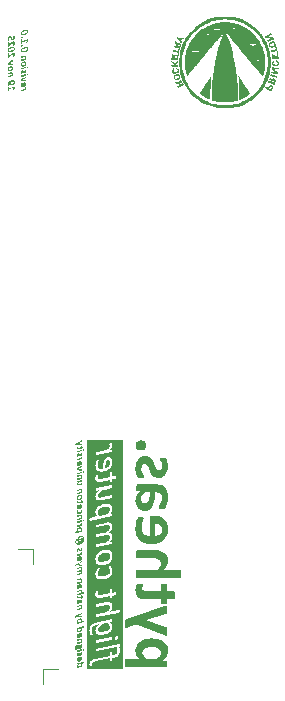
<source format=gbr>
%TF.GenerationSoftware,KiCad,Pcbnew,9.0.0*%
%TF.CreationDate,2025-11-20T17:42:06-05:00*%
%TF.ProjectId,pytheasFC_0.1.0,70797468-6561-4734-9643-5f302e312e30,0.1.0*%
%TF.SameCoordinates,PXbcd3d80PY660b0c0*%
%TF.FileFunction,Legend,Bot*%
%TF.FilePolarity,Positive*%
%FSLAX46Y46*%
G04 Gerber Fmt 4.6, Leading zero omitted, Abs format (unit mm)*
G04 Created by KiCad (PCBNEW 9.0.0) date 2025-11-20 17:42:06*
%MOMM*%
%LPD*%
G01*
G04 APERTURE LIST*
%ADD10C,0.250000*%
%ADD11C,0.800000*%
%ADD12C,0.125000*%
%ADD13C,0.120000*%
%ADD14C,0.000000*%
G04 APERTURE END LIST*
D10*
G36*
X9667827Y13465457D02*
G01*
X9728292Y13391327D01*
X9765974Y13307759D01*
X9778755Y13213146D01*
X9769465Y13137875D01*
X9742338Y13072031D01*
X9700323Y13013399D01*
X9645444Y12960701D01*
X9581478Y12915707D01*
X9506411Y12875642D01*
X9345527Y12816595D01*
X9182433Y12783170D01*
X9036116Y12772375D01*
X8921144Y12783170D01*
X8871466Y12797798D01*
X8831533Y12818156D01*
X8798276Y12845819D01*
X8772616Y12880714D01*
X8756537Y12922200D01*
X8750766Y12974617D01*
X8761466Y13053382D01*
X8795116Y13135370D01*
X8847018Y13212177D01*
X8918022Y13285979D01*
X9002144Y13350825D01*
X9103357Y13409665D01*
X9214089Y13456211D01*
X9336813Y13489652D01*
X9577033Y13539074D01*
X9667827Y13465457D01*
G37*
G36*
X9540909Y19487473D02*
G01*
X9601094Y19476152D01*
X9655482Y19455430D01*
X9699289Y19425169D01*
X9734237Y19384858D01*
X9761067Y19332046D01*
X9777044Y19271196D01*
X9782917Y19193143D01*
X9774859Y19108759D01*
X9751573Y19034601D01*
X9714855Y18967071D01*
X9667294Y18907273D01*
X9610176Y18855250D01*
X9542957Y18809728D01*
X9469601Y18772011D01*
X9390918Y18741317D01*
X9225222Y18701259D01*
X9058616Y18688253D01*
X8987991Y18692446D01*
X8927777Y18704250D01*
X8873315Y18725497D01*
X8828802Y18755884D01*
X8793259Y18796124D01*
X8766243Y18848226D01*
X8750375Y18908613D01*
X8744523Y18986609D01*
X8752601Y19072140D01*
X8775737Y19145801D01*
X8812650Y19212745D01*
X8860796Y19272479D01*
X8918556Y19324516D01*
X8985913Y19369894D01*
X9059364Y19407580D01*
X9138603Y19438305D01*
X9304429Y19478363D01*
X9470254Y19491499D01*
X9540909Y19487473D01*
G37*
G36*
X9609808Y23367787D02*
G01*
X9659583Y23353187D01*
X9700069Y23332801D01*
X9733726Y23305087D01*
X9758336Y23270243D01*
X9773297Y23228777D01*
X9778755Y23174909D01*
X9768243Y23097250D01*
X9734925Y23014806D01*
X9683459Y22937498D01*
X9612539Y22863547D01*
X9528289Y22798554D01*
X9426684Y22739080D01*
X9315627Y22692378D01*
X9192708Y22659874D01*
X8952488Y22611882D01*
X8861132Y22685422D01*
X8800839Y22758849D01*
X8763473Y22841842D01*
X8750766Y22936380D01*
X8759996Y23010508D01*
X8787183Y23076714D01*
X8829380Y23135923D01*
X8884727Y23188695D01*
X8949154Y23233755D01*
X9022980Y23273104D01*
X9183213Y23332801D01*
X9347738Y23367787D01*
X9494835Y23378712D01*
X9609808Y23367787D01*
G37*
G36*
X9697303Y27324469D02*
G01*
X9749882Y27280752D01*
X9782866Y27214306D01*
X9795402Y27114926D01*
X9786924Y27024025D01*
X9762888Y26947540D01*
X9724701Y26878881D01*
X9675488Y26818781D01*
X9616550Y26767173D01*
X9547639Y26722797D01*
X9472841Y26686638D01*
X9393779Y26658028D01*
X9393779Y26806425D01*
X9398941Y26953011D01*
X9412508Y27061732D01*
X9436159Y27158489D01*
X9463881Y27226127D01*
X9500725Y27280788D01*
X9539706Y27313527D01*
X9584411Y27332726D01*
X9630747Y27339018D01*
X9697303Y27324469D01*
G37*
G36*
X10845721Y9622379D02*
G01*
X7800334Y9622379D01*
X7800334Y10029294D01*
X8037001Y10029294D01*
X8047275Y9922385D01*
X8066134Y9870751D01*
X8082261Y9862037D01*
X8105542Y9859046D01*
X8125311Y9861257D01*
X8154444Y9866459D01*
X8186439Y9873743D01*
X8217783Y9883887D01*
X8241194Y9896893D01*
X8249908Y9914451D01*
X8247697Y9934090D01*
X8243405Y9954380D01*
X8238983Y9980652D01*
X8236772Y10019149D01*
X8241810Y10077671D01*
X8255760Y10124627D01*
X8279729Y10165450D01*
X8314677Y10200192D01*
X8358462Y10228148D01*
X8415993Y10252606D01*
X8563090Y10291233D01*
X9751703Y10529892D01*
X9751703Y10343647D01*
X9761197Y10321017D01*
X9796963Y10313083D01*
X9825316Y10314514D01*
X9859522Y10319586D01*
X9893077Y10329080D01*
X9922340Y10343647D01*
X9943410Y10361725D01*
X9951474Y10385786D01*
X9951474Y10569170D01*
X10134597Y10605587D01*
X10249698Y10635341D01*
X10344643Y10674648D01*
X10427599Y10727739D01*
X10493301Y10793132D01*
X10543679Y10872094D01*
X10580441Y10969232D01*
X10601355Y11077831D01*
X10609054Y11215175D01*
X10605542Y11292950D01*
X10595657Y11382431D01*
X10581481Y11460987D01*
X10565354Y11504687D01*
X10555079Y11511320D01*
X10546365Y11516392D01*
X10568735Y11525106D01*
X10586163Y11546956D01*
X10596828Y11585453D01*
X10600730Y11648792D01*
X10597738Y11704718D01*
X10589024Y11739704D01*
X10574458Y11756481D01*
X10554038Y11759343D01*
X8608091Y11370856D01*
X8587275Y11359621D01*
X8572325Y11335219D01*
X8561400Y11244308D01*
X8565041Y11184611D01*
X8573755Y11148974D01*
X8587542Y11132197D01*
X8607961Y11129335D01*
X10384701Y11484397D01*
X10378458Y11474903D01*
X10375987Y11459686D01*
X10380799Y11428992D01*
X10392635Y11377359D01*
X10404340Y11302444D01*
X10409282Y11200608D01*
X10404025Y11110239D01*
X10390164Y11043496D01*
X10365334Y10985543D01*
X10330727Y10940099D01*
X10285986Y10904133D01*
X10228760Y10875330D01*
X10083484Y10835401D01*
X9951474Y10810690D01*
X9951474Y11078482D01*
X9940549Y11103844D01*
X9904782Y11113338D01*
X9871227Y11111127D01*
X9837021Y11103844D01*
X9804897Y11092269D01*
X9777975Y11077702D01*
X9758986Y11059494D01*
X9751703Y11037644D01*
X9751703Y10769982D01*
X8513538Y10521178D01*
X8396148Y10491060D01*
X8301541Y10454198D01*
X8218159Y10406326D01*
X8152883Y10350930D01*
X8101510Y10285055D01*
X8065484Y10209686D01*
X8044424Y10126490D01*
X8037001Y10029294D01*
X7800334Y10029294D01*
X7800334Y11925298D01*
X8561400Y11925298D01*
X8564391Y11866382D01*
X8572975Y11831526D01*
X8586761Y11815528D01*
X8606400Y11814748D01*
X9914797Y12075257D01*
X9933656Y12083971D01*
X9948092Y12105821D01*
X9956806Y12144318D01*
X9959797Y12204666D01*
X9957219Y12254218D01*
X10209511Y12254218D01*
X10216795Y12184247D01*
X10240726Y12143538D01*
X10284946Y12129101D01*
X10353097Y12134824D01*
X10420468Y12156674D01*
X10465468Y12189449D01*
X10490179Y12239652D01*
X10496682Y12313916D01*
X10490179Y12382977D01*
X10480443Y12407117D01*
X10465468Y12423686D01*
X10420468Y12438903D01*
X10353097Y12431749D01*
X10284946Y12412110D01*
X10240726Y12379335D01*
X10216795Y12328352D01*
X10209511Y12254218D01*
X9957219Y12254218D01*
X9956806Y12262152D01*
X9948092Y12297138D01*
X9933656Y12313135D01*
X9914797Y12315346D01*
X8606400Y12054838D01*
X8586761Y12044693D01*
X8572975Y12022843D01*
X8564391Y11984215D01*
X8561400Y11925298D01*
X7800334Y11925298D01*
X7800334Y12916350D01*
X8037001Y12916350D01*
X8043367Y12798626D01*
X8061452Y12695900D01*
X8089868Y12602058D01*
X8119978Y12536577D01*
X8148721Y12506664D01*
X8184488Y12498730D01*
X8209459Y12499510D01*
X8241584Y12503932D01*
X8275269Y12512646D01*
X8306744Y12525652D01*
X8328594Y12545291D01*
X8336657Y12570133D01*
X8320920Y12613702D01*
X8285414Y12683544D01*
X8249257Y12792014D01*
X8237162Y12860589D01*
X8232610Y12951336D01*
X8236836Y13027746D01*
X8248737Y13093101D01*
X8269168Y13153328D01*
X8296859Y13203651D01*
X8333311Y13246545D01*
X8378666Y13280777D01*
X8431667Y13306313D01*
X8497020Y13325257D01*
X8719292Y13374679D01*
X8856374Y13415518D01*
X8804023Y13386461D01*
X8747905Y13341254D01*
X8695979Y13286979D01*
X8647369Y13223420D01*
X8606116Y13153591D01*
X8573105Y13076453D01*
X8551802Y12995498D01*
X8550007Y12974617D01*
X8544752Y12913489D01*
X8554477Y12809638D01*
X8581169Y12728675D01*
X8624754Y12659894D01*
X8680924Y12607069D01*
X8748880Y12568162D01*
X8830883Y12540869D01*
X8919535Y12525807D01*
X9017908Y12520580D01*
X9207925Y12536577D01*
X9313212Y12557127D01*
X9420572Y12587430D01*
X9525894Y12627185D01*
X9628797Y12676911D01*
X9724938Y12737466D01*
X9809319Y12808661D01*
X9880726Y12891672D01*
X9936647Y12986973D01*
X9972339Y13092971D01*
X9984769Y13216137D01*
X9971000Y13339155D01*
X9932355Y13438018D01*
X9870969Y13524575D01*
X9788249Y13603194D01*
X9916098Y13630766D01*
X9935634Y13641595D01*
X9949523Y13664191D01*
X9959797Y13750161D01*
X9957586Y13798933D01*
X9949523Y13830147D01*
X9934956Y13844584D01*
X9916098Y13846144D01*
X8501312Y13562355D01*
X8390189Y13531245D01*
X8297639Y13487441D01*
X8217462Y13428454D01*
X8152753Y13355691D01*
X8103129Y13269915D01*
X8066134Y13165804D01*
X8044679Y13051886D01*
X8037001Y12916350D01*
X7800334Y12916350D01*
X7800334Y14992097D01*
X8561400Y14992097D01*
X8564391Y14934611D01*
X8572975Y14899755D01*
X8586761Y14883758D01*
X8606530Y14881547D01*
X9417450Y15043080D01*
X9502899Y15055436D01*
X9585617Y15060508D01*
X9663132Y15051794D01*
X9723870Y15023441D01*
X9764058Y14972458D01*
X9774823Y14939077D01*
X9778755Y14896113D01*
X9767954Y14819890D01*
X9733494Y14738221D01*
X9680630Y14661567D01*
X9608507Y14588263D01*
X9523429Y14523893D01*
X9420832Y14464577D01*
X9309353Y14417744D01*
X9188546Y14385370D01*
X8606530Y14268967D01*
X8586761Y14258823D01*
X8572975Y14236973D01*
X8564391Y14198345D01*
X8561400Y14139428D01*
X8564391Y14080511D01*
X8572975Y14045655D01*
X8586761Y14029658D01*
X8606530Y14028878D01*
X10554038Y14415934D01*
X10574458Y14425299D01*
X10589024Y14447149D01*
X10597738Y14486426D01*
X10600730Y14546904D01*
X10597738Y14604260D01*
X10589024Y14639246D01*
X10574458Y14654463D01*
X10554038Y14656024D01*
X9961098Y14539621D01*
X9883843Y14522193D01*
X9805937Y14501123D01*
X9732324Y14479273D01*
X9671196Y14459634D01*
X9721227Y14488155D01*
X9776934Y14532337D01*
X9828898Y14585544D01*
X9877600Y14648741D01*
X9919389Y14718617D01*
X9954075Y14796488D01*
X9977107Y14878589D01*
X9984769Y14963094D01*
X9977519Y15052087D01*
X9957717Y15121636D01*
X9925126Y15181833D01*
X9883323Y15228545D01*
X9831965Y15264072D01*
X9770301Y15288892D01*
X9703098Y15303010D01*
X9628927Y15307881D01*
X9526700Y15302028D01*
X9426164Y15286031D01*
X8606530Y15123067D01*
X8586761Y15112922D01*
X8572975Y15090292D01*
X8564391Y15051794D01*
X8561400Y14992097D01*
X7800334Y14992097D01*
X7800334Y15969363D01*
X8544752Y15969363D01*
X8549424Y15890778D01*
X8562180Y15828118D01*
X8584916Y15772502D01*
X8616675Y15727713D01*
X8658034Y15692546D01*
X8709667Y15667365D01*
X8768778Y15653000D01*
X8844019Y15647726D01*
X8882646Y15649157D01*
X8926866Y15654359D01*
X8973428Y15661512D01*
X9016997Y15669576D01*
X9751703Y15816543D01*
X9751703Y15634720D01*
X9761197Y15609879D01*
X9798394Y15601165D01*
X9845735Y15605457D01*
X9896068Y15618593D01*
X9935346Y15641223D01*
X9951474Y15673998D01*
X9951474Y15857252D01*
X10262836Y15919810D01*
X10281694Y15929174D01*
X10297041Y15951805D01*
X10306406Y15990302D01*
X10309397Y16049349D01*
X10306406Y16106705D01*
X10297041Y16141691D01*
X10281694Y16157689D01*
X10262836Y16159900D01*
X9951474Y16097341D01*
X9951474Y16431984D01*
X9947197Y16450625D01*
X9935346Y16461117D01*
X9898930Y16468400D01*
X9870447Y16466970D01*
X9839102Y16461117D01*
X9807108Y16449412D01*
X9778625Y16434195D01*
X9758986Y16415986D01*
X9751703Y16392706D01*
X9751703Y16058063D01*
X9022850Y15911096D01*
X8954829Y15900822D01*
X8892661Y15896530D01*
X8825393Y15905342D01*
X8784712Y15927744D01*
X8760219Y15965939D01*
X8750766Y16028930D01*
X8757269Y16097341D01*
X8771185Y16147544D01*
X8784972Y16184611D01*
X8791605Y16212314D01*
X8783541Y16230392D01*
X8753757Y16237025D01*
X8712008Y16233383D01*
X8667398Y16223889D01*
X8627990Y16209322D01*
X8600287Y16190464D01*
X8579738Y16155608D01*
X8561530Y16101763D01*
X8549174Y16036994D01*
X8544752Y15969363D01*
X7800334Y15969363D01*
X7800334Y17683935D01*
X8544752Y17683935D01*
X8553387Y17566223D01*
X8577221Y17471363D01*
X8614144Y17395051D01*
X8663496Y17333945D01*
X8749854Y17272591D01*
X8864814Y17232945D01*
X9017128Y17218322D01*
X9210526Y17233539D01*
X9315223Y17253971D01*
X9422132Y17285303D01*
X9526765Y17326675D01*
X9628666Y17378425D01*
X9723190Y17441804D01*
X9806197Y17518109D01*
X9875587Y17607123D01*
X9930014Y17710207D01*
X9964326Y17824604D01*
X9976445Y17960441D01*
X9966821Y18072422D01*
X9940809Y18173608D01*
X9900100Y18259447D01*
X9856270Y18319144D01*
X9823885Y18345286D01*
X9794752Y18350359D01*
X9740908Y18345286D01*
X9689144Y18329939D01*
X9649086Y18305878D01*
X9633088Y18274664D01*
X9637915Y18255036D01*
X9654678Y18232395D01*
X9703060Y18175039D01*
X9752223Y18084778D01*
X9768459Y18026071D01*
X9774593Y17945874D01*
X9764685Y17856669D01*
X9736226Y17780699D01*
X9692042Y17713357D01*
X9636340Y17655582D01*
X9571104Y17607318D01*
X9496656Y17567532D01*
X9339024Y17510826D01*
X9184774Y17479482D01*
X9055365Y17470117D01*
X8957958Y17478494D01*
X8884524Y17501074D01*
X8829582Y17535537D01*
X8788215Y17584217D01*
X8762266Y17647658D01*
X8752847Y17730496D01*
X8758963Y17821287D01*
X8775607Y17892680D01*
X8827761Y18007652D01*
X8879785Y18085558D01*
X8897682Y18116066D01*
X8902675Y18139402D01*
X8891750Y18157481D01*
X8860536Y18164114D01*
X8819177Y18161122D01*
X8769755Y18151758D01*
X8722543Y18135761D01*
X8682875Y18108839D01*
X8639175Y18047711D01*
X8592614Y17946525D01*
X8558408Y17822058D01*
X8544752Y17683935D01*
X7800334Y17683935D01*
X7800334Y18964759D01*
X8544752Y18964759D01*
X8553738Y18830642D01*
X8578177Y18725320D01*
X8620254Y18633080D01*
X8675722Y18561705D01*
X8746332Y18506531D01*
X8832964Y18467152D01*
X8929936Y18444589D01*
X9044180Y18436588D01*
X9152235Y18441432D01*
X9263980Y18456227D01*
X9374160Y18481562D01*
X9479488Y18518005D01*
X9580122Y18565492D01*
X9675358Y18623483D01*
X9761972Y18692756D01*
X9836241Y18773312D01*
X9897183Y18865061D01*
X9944711Y18969831D01*
X9974389Y19083859D01*
X9984769Y19214993D01*
X9975577Y19349051D01*
X9950563Y19454302D01*
X9907978Y19546778D01*
X9852238Y19618697D01*
X9781657Y19674476D01*
X9694997Y19714031D01*
X9598307Y19736616D01*
X9485341Y19744595D01*
X9377301Y19739560D01*
X9265541Y19724175D01*
X9155208Y19698527D01*
X9049252Y19662397D01*
X8948251Y19615278D01*
X8853383Y19556919D01*
X8767387Y19487155D01*
X8693280Y19406310D01*
X8632338Y19314561D01*
X8584810Y19209791D01*
X8555135Y19095876D01*
X8546482Y18986609D01*
X8544752Y18964759D01*
X7800334Y18964759D01*
X7800334Y21735413D01*
X8561400Y21735413D01*
X8564391Y21677796D01*
X8572975Y21642940D01*
X8586761Y21626163D01*
X8606400Y21624732D01*
X9414719Y21786266D01*
X9495746Y21798621D01*
X9572481Y21803694D01*
X9660607Y21793949D01*
X9722699Y21768057D01*
X9752764Y21739914D01*
X9771723Y21699897D01*
X9778755Y21643721D01*
X9768161Y21571733D01*
X9734014Y21493112D01*
X9682053Y21418667D01*
X9610848Y21345365D01*
X9526677Y21280589D01*
X9424603Y21221678D01*
X9313243Y21175425D01*
X9190887Y21143122D01*
X8606400Y21026719D01*
X8586761Y21016575D01*
X8572975Y20993944D01*
X8564391Y20954666D01*
X8561400Y20895750D01*
X8564391Y20838263D01*
X8572975Y20804058D01*
X8586761Y20788060D01*
X8606400Y20785199D01*
X9414719Y20946733D01*
X9501599Y20960519D01*
X9581325Y20964161D01*
X9665175Y20954271D01*
X9724910Y20927744D01*
X9753754Y20899448D01*
X9771996Y20859627D01*
X9778755Y20804188D01*
X9768079Y20730950D01*
X9734014Y20652799D01*
X9682115Y20579006D01*
X9610848Y20505832D01*
X9526677Y20441057D01*
X9424603Y20382145D01*
X9313243Y20335892D01*
X9190887Y20303590D01*
X8606400Y20187186D01*
X8586761Y20177042D01*
X8572975Y20155192D01*
X8564391Y20116564D01*
X8561400Y20057647D01*
X8564391Y19998730D01*
X8572975Y19963875D01*
X8586761Y19947877D01*
X8606400Y19947097D01*
X9916228Y20210467D01*
X9935086Y20218401D01*
X9949653Y20238820D01*
X9957586Y20273806D01*
X9959797Y20324009D01*
X9957586Y20374212D01*
X9949523Y20404776D01*
X9935086Y20418562D01*
X9916228Y20419993D01*
X9666124Y20370570D01*
X9715571Y20398014D01*
X9772382Y20442623D01*
X9825695Y20496386D01*
X9875649Y20559676D01*
X9918622Y20629388D01*
X9953815Y20705863D01*
X9977079Y20786365D01*
X9984769Y20868177D01*
X9978270Y20951798D01*
X9960448Y21018005D01*
X9931078Y21075852D01*
X9893987Y21120622D01*
X9848242Y21155187D01*
X9793712Y21179539D01*
X9733684Y21194605D01*
X9666124Y21202820D01*
X9773813Y21282806D01*
X9827015Y21337243D01*
X9876299Y21400640D01*
X9918798Y21470213D01*
X9953815Y21546176D01*
X9977095Y21625817D01*
X9984769Y21706279D01*
X9977226Y21799135D01*
X9956936Y21869244D01*
X9923404Y21929364D01*
X9880721Y21975502D01*
X9828688Y22010194D01*
X9767830Y22033639D01*
X9701549Y22046565D01*
X9627106Y22051066D01*
X9526050Y22045214D01*
X9423433Y22029347D01*
X8606400Y21864822D01*
X8586761Y21856108D01*
X8572975Y21833477D01*
X8564391Y21794199D01*
X8561400Y21735413D01*
X7800334Y21735413D01*
X7800334Y22310665D01*
X8037001Y22310665D01*
X8039992Y22254609D01*
X8048706Y22218973D01*
X8063273Y22202325D01*
X8083562Y22200114D01*
X9916098Y22568182D01*
X9935677Y22576507D01*
X9949523Y22597186D01*
X9959797Y22684585D01*
X9957586Y22734008D01*
X9950303Y22764572D01*
X9936517Y22779139D01*
X9916098Y22780699D01*
X9671716Y22731147D01*
X9719082Y22757096D01*
X9774333Y22800208D01*
X9826373Y22852825D01*
X9876299Y22916611D01*
X9919134Y22987541D01*
X9954205Y23067220D01*
X9977183Y23151216D01*
X9984769Y23236037D01*
X9974626Y23340948D01*
X9946922Y23421501D01*
X9902286Y23489923D01*
X9845735Y23543107D01*
X9777720Y23582588D01*
X9695777Y23609957D01*
X9607276Y23625135D01*
X9510052Y23630377D01*
X9320036Y23614379D01*
X9214763Y23593824D01*
X9106738Y23563396D01*
X9000872Y23523682D01*
X8897863Y23473915D01*
X8801845Y23413429D01*
X8717991Y23342295D01*
X8647350Y23259313D01*
X8592094Y23163984D01*
X8556996Y23058124D01*
X8544907Y22936380D01*
X8544752Y22934820D01*
X8557888Y22815555D01*
X8594175Y22716580D01*
X8648800Y22633732D01*
X8717991Y22563890D01*
X8083562Y22440204D01*
X8063273Y22430710D01*
X8048706Y22409640D01*
X8039992Y22371012D01*
X8037001Y22310665D01*
X7800334Y22310665D01*
X7800334Y24258433D01*
X8544752Y24258433D01*
X8551999Y24163964D01*
X8571544Y24091827D01*
X8604064Y24029720D01*
X8645288Y23982707D01*
X8696257Y23947273D01*
X8756749Y23923010D01*
X8823123Y23909509D01*
X8897993Y23904802D01*
X8995668Y23911305D01*
X9096334Y23928083D01*
X9916228Y24089616D01*
X9935086Y24099761D01*
X9949653Y24122261D01*
X9957586Y24161539D01*
X9959797Y24220586D01*
X9957586Y24277942D01*
X9949653Y24312928D01*
X9935086Y24328925D01*
X9916228Y24331136D01*
X9105048Y24171033D01*
X9027272Y24157897D01*
X8945205Y24153605D01*
X8866649Y24161539D01*
X8805391Y24189242D01*
X8765073Y24240095D01*
X8754595Y24273563D01*
X8750766Y24316570D01*
X8761306Y24392857D01*
X8794856Y24474462D01*
X8846457Y24551291D01*
X8916982Y24625070D01*
X9000779Y24689967D01*
X9102707Y24749407D01*
X9214236Y24796554D01*
X9337594Y24830174D01*
X9916228Y24945146D01*
X9935086Y24954511D01*
X9949653Y24977791D01*
X9957586Y25017069D01*
X9959797Y25076116D01*
X9957586Y25133472D01*
X9949653Y25168458D01*
X9935086Y25184456D01*
X9916228Y25186667D01*
X8606400Y24923296D01*
X8586111Y24914582D01*
X8572325Y24894163D01*
X8564391Y24859958D01*
X8561400Y24808324D01*
X8564391Y24759552D01*
X8572325Y24729118D01*
X8586111Y24714551D01*
X8606400Y24713771D01*
X8852082Y24761763D01*
X8803864Y24733226D01*
X8748945Y24688279D01*
X8697470Y24634478D01*
X8648670Y24570445D01*
X8607033Y24499945D01*
X8573625Y24422048D01*
X8551915Y24340513D01*
X8544752Y24258433D01*
X7800334Y24258433D01*
X7800334Y25806009D01*
X8544752Y25806009D01*
X8549424Y25727424D01*
X8562180Y25664765D01*
X8584916Y25609148D01*
X8616675Y25564359D01*
X8658034Y25529192D01*
X8709667Y25504011D01*
X8768778Y25489646D01*
X8844019Y25484372D01*
X8882646Y25485803D01*
X8926866Y25491005D01*
X8973428Y25498159D01*
X9016997Y25506222D01*
X9751703Y25653189D01*
X9751703Y25471366D01*
X9761197Y25446525D01*
X9798394Y25437811D01*
X9845735Y25442103D01*
X9896068Y25455239D01*
X9935346Y25477869D01*
X9951474Y25510644D01*
X9951474Y25693898D01*
X10262836Y25756456D01*
X10281694Y25765821D01*
X10297041Y25788451D01*
X10306406Y25826949D01*
X10309397Y25885995D01*
X10306406Y25943352D01*
X10297041Y25978338D01*
X10281694Y25994335D01*
X10262836Y25996546D01*
X9951474Y25933987D01*
X9951474Y26268630D01*
X9947197Y26287271D01*
X9935346Y26297763D01*
X9898930Y26305047D01*
X9870447Y26303616D01*
X9839102Y26297763D01*
X9807108Y26286058D01*
X9778625Y26270841D01*
X9758986Y26252633D01*
X9751703Y26229352D01*
X9751703Y25894709D01*
X9022850Y25747742D01*
X8954829Y25737468D01*
X8892661Y25733176D01*
X8825393Y25741988D01*
X8784712Y25764390D01*
X8760219Y25802585D01*
X8750766Y25865576D01*
X8757269Y25933987D01*
X8771185Y25984190D01*
X8784972Y26021257D01*
X8791605Y26048960D01*
X8783541Y26067038D01*
X8753757Y26073671D01*
X8712008Y26070029D01*
X8667398Y26060535D01*
X8627990Y26045968D01*
X8600287Y26027110D01*
X8579738Y25992254D01*
X8561530Y25938409D01*
X8549174Y25873640D01*
X8544752Y25806009D01*
X7800334Y25806009D01*
X7800334Y26868984D01*
X8544752Y26868984D01*
X8552496Y26744015D01*
X8573885Y26642030D01*
X8611601Y26551273D01*
X8663366Y26479716D01*
X8730557Y26423677D01*
X8814105Y26382952D01*
X8909045Y26359470D01*
X9026752Y26350958D01*
X9122790Y26355332D01*
X9229775Y26369166D01*
X9337311Y26392540D01*
X9444502Y26426652D01*
X9548417Y26471619D01*
X9648435Y26528489D01*
X9740320Y26597201D01*
X9820244Y26677667D01*
X9886735Y26770165D01*
X9939638Y26877698D01*
X9973049Y26996034D01*
X9984769Y27133785D01*
X9976547Y27250826D01*
X9954335Y27341099D01*
X9918440Y27420573D01*
X9876039Y27480783D01*
X9824586Y27528567D01*
X9769391Y27560119D01*
X9710121Y27578795D01*
X9652597Y27584830D01*
X9556745Y27572962D01*
X9472725Y27538269D01*
X9400610Y27480537D01*
X9336423Y27392733D01*
X9288239Y27285377D01*
X9249413Y27139637D01*
X9227233Y26977783D01*
X9220422Y26806425D01*
X9218980Y26770139D01*
X9218980Y26658028D01*
X9218980Y26615888D01*
X9125207Y26601972D01*
X9040148Y26598330D01*
X8944995Y26607363D01*
X8871924Y26632019D01*
X8815926Y26670383D01*
X8775196Y26723750D01*
X8748378Y26799103D01*
X8738280Y26903970D01*
X8742023Y26994654D01*
X8752457Y27071226D01*
X8783021Y27199985D01*
X8813585Y27289466D01*
X8827761Y27337588D01*
X8818137Y27357096D01*
X8791084Y27363729D01*
X8755838Y27360738D01*
X8714089Y27352024D01*
X8673771Y27336807D01*
X8641516Y27315738D01*
X8607051Y27253829D01*
X8576226Y27148351D01*
X8553596Y27014390D01*
X8544752Y26868984D01*
X7800334Y26868984D01*
X7800334Y27867449D01*
X8561400Y27867449D01*
X8564391Y27808532D01*
X8572975Y27773676D01*
X8586761Y27757679D01*
X8606400Y27756899D01*
X9916228Y28017408D01*
X9935086Y28026122D01*
X9949653Y28047971D01*
X9957586Y28083608D01*
X9959797Y28133811D01*
X9957586Y28184014D01*
X9949653Y28214447D01*
X9935086Y28228234D01*
X9916228Y28229794D01*
X9677829Y28181803D01*
X9794362Y28261009D01*
X9892557Y28360764D01*
X9930600Y28416316D01*
X9959667Y28473526D01*
X9978680Y28532757D01*
X9984769Y28589148D01*
X9981127Y28639351D01*
X9972413Y28686693D01*
X9960708Y28725190D01*
X9945491Y28750682D01*
X9917918Y28759396D01*
X9895288Y28757185D01*
X9856790Y28752113D01*
X9811790Y28743399D01*
X9768870Y28728832D01*
X9736095Y28710624D01*
X9722959Y28689554D01*
X9728032Y28664062D01*
X9740387Y28633499D01*
X9752743Y28595001D01*
X9757945Y28544148D01*
X9748383Y28494314D01*
X9714636Y28429956D01*
X9665017Y28367688D01*
X9595241Y28302628D01*
X9513963Y28243972D01*
X9414979Y28188305D01*
X9307446Y28143709D01*
X9189326Y28111961D01*
X8606400Y27996988D01*
X8586761Y27986844D01*
X8572975Y27964994D01*
X8564391Y27926366D01*
X8561400Y27867449D01*
X7800334Y27867449D01*
X7800334Y28996063D01*
X10845721Y28996063D01*
X10845721Y9622379D01*
G37*
D11*
G36*
X13617062Y12210933D02*
G01*
X13865244Y12170246D01*
X14097186Y12098226D01*
X14291936Y11996834D01*
X14456040Y11860254D01*
X14580631Y11689332D01*
X14658132Y11487181D01*
X14685900Y11233086D01*
X14658545Y10991286D01*
X14575014Y10771223D01*
X14435551Y10562151D01*
X14242843Y10353324D01*
X14529829Y10353324D01*
X14577456Y10339646D01*
X14611650Y10291774D01*
X14632166Y10201649D01*
X14639005Y10063652D01*
X14632166Y9922968D01*
X14611650Y9832842D01*
X14577456Y9784971D01*
X14529829Y9771293D01*
X11129724Y9771293D01*
X11080875Y9787657D01*
X11043995Y9843589D01*
X11020792Y9948857D01*
X11012487Y10115675D01*
X11020792Y10282005D01*
X11043750Y10387273D01*
X11080387Y10443449D01*
X11129480Y10459814D01*
X12271071Y10459814D01*
X12123304Y10629074D01*
X12018035Y10794426D01*
X11955265Y10966617D01*
X11950802Y11009116D01*
X12513115Y11009116D01*
X12537529Y10872399D01*
X12614720Y10735808D01*
X12730875Y10607683D01*
X12902927Y10459814D01*
X13706974Y10459814D01*
X13887226Y10615640D01*
X14005683Y10759011D01*
X14071629Y10895543D01*
X14091901Y11030853D01*
X14074299Y11158987D01*
X14024734Y11258976D01*
X13947571Y11340730D01*
X13845460Y11406499D01*
X13727848Y11453691D01*
X13589738Y11485878D01*
X13290296Y11509081D01*
X13011127Y11480260D01*
X12876933Y11443141D01*
X12760778Y11391600D01*
X12659642Y11322214D01*
X12581503Y11237238D01*
X12530818Y11135069D01*
X12513115Y11009116D01*
X11950802Y11009116D01*
X11934748Y11162012D01*
X11960251Y11408650D01*
X12033178Y11618257D01*
X12152461Y11800982D01*
X12314790Y11951649D01*
X12512793Y12067207D01*
X12759312Y12155103D01*
X13029541Y12206650D01*
X13345984Y12224957D01*
X13617062Y12210933D01*
G37*
G36*
X11997275Y14157894D02*
G01*
X11139982Y13862605D01*
X11084671Y13820821D01*
X11042285Y13728516D01*
X11021178Y13606692D01*
X11012487Y13409046D01*
X11022013Y13234168D01*
X11053276Y13135738D01*
X11107498Y13100323D01*
X11186144Y13116687D01*
X11997275Y13441774D01*
X12047833Y13377539D01*
X12120373Y13335285D01*
X14362766Y12496555D01*
X14509068Y12460895D01*
X14554918Y12469407D01*
X14588203Y12493624D01*
X14610979Y12533558D01*
X14628014Y12604510D01*
X14639005Y12810651D01*
X14634853Y12996520D01*
X14614337Y13103010D01*
X14563778Y13160407D01*
X14466814Y13198753D01*
X12834050Y13772479D01*
X12834050Y13780783D01*
X14499542Y14305417D01*
X14563214Y14326285D01*
X14593820Y14347671D01*
X14628014Y14433889D01*
X14639005Y14644182D01*
X14628014Y14839332D01*
X14610867Y14910781D01*
X14586981Y14954126D01*
X14552114Y14981829D01*
X14506381Y14991251D01*
X14387435Y14969269D01*
X11997275Y14157894D01*
G37*
G36*
X12324071Y16864838D02*
G01*
X12138935Y16849695D01*
X12048321Y16810128D01*
X12001915Y16737832D01*
X11966256Y16625724D01*
X11943053Y16486262D01*
X11934748Y16334831D01*
X11948617Y16137742D01*
X11986772Y15979458D01*
X12053664Y15840918D01*
X12146995Y15730818D01*
X12266610Y15646799D01*
X12419570Y15585982D01*
X12592043Y15552028D01*
X12808649Y15539576D01*
X14060638Y15539576D01*
X14060638Y15246973D01*
X14075433Y15203045D01*
X14125362Y15167839D01*
X14201371Y15148761D01*
X14342006Y15140483D01*
X14477072Y15147322D01*
X14564023Y15167839D01*
X14609452Y15202033D01*
X14623374Y15249904D01*
X14623374Y15539576D01*
X15165593Y15539576D01*
X15214441Y15554475D01*
X15251322Y15609185D01*
X15273060Y15715675D01*
X15279898Y15881028D01*
X15273060Y16049067D01*
X15251322Y16154335D01*
X15214441Y16209046D01*
X15165593Y16225410D01*
X14623374Y16225410D01*
X14623374Y16755417D01*
X14609452Y16803289D01*
X14564023Y16837483D01*
X14477072Y16857999D01*
X14342006Y16864838D01*
X14201371Y16856560D01*
X14125362Y16837483D01*
X14075433Y16802277D01*
X14060638Y16758348D01*
X14060638Y16225410D01*
X12912941Y16225410D01*
X12727701Y16243373D01*
X12613011Y16288181D01*
X12559615Y16338137D01*
X12525746Y16410171D01*
X12513115Y16512395D01*
X12522641Y16610825D01*
X12544378Y16688495D01*
X12566360Y16745892D01*
X12575886Y16788390D01*
X12566360Y16819653D01*
X12528014Y16842856D01*
X12450101Y16857999D01*
X12324071Y16864838D01*
G37*
G36*
X12091064Y19688285D02*
G01*
X12043192Y19671921D01*
X12008998Y19617211D01*
X11988482Y19511942D01*
X11981643Y19346834D01*
X11988482Y19178550D01*
X12008998Y19073282D01*
X12043192Y19018816D01*
X12091308Y19002451D01*
X13486179Y19002451D01*
X13654854Y18994979D01*
X13765837Y18976317D01*
X13861933Y18943786D01*
X13939738Y18901335D01*
X14004250Y18845000D01*
X14052090Y18774329D01*
X14081518Y18691883D01*
X14091901Y18592612D01*
X14069281Y18464639D01*
X13995914Y18327608D01*
X13884647Y18197498D01*
X13716500Y18048927D01*
X12091308Y18048927D01*
X12043192Y18032563D01*
X12008998Y17976387D01*
X11988482Y17871118D01*
X11981643Y17704789D01*
X11988482Y17537971D01*
X12008998Y17432703D01*
X12042948Y17376771D01*
X12090820Y17360407D01*
X15678503Y17360407D01*
X15727351Y17376771D01*
X15764232Y17432703D01*
X15787435Y17537971D01*
X15795739Y17704789D01*
X15787435Y17871118D01*
X15764476Y17976387D01*
X15727840Y18032563D01*
X15678747Y18048927D01*
X14338586Y18048927D01*
X14494783Y18232884D01*
X14599682Y18410895D01*
X14664450Y18599550D01*
X14685900Y18794845D01*
X14663925Y19031308D01*
X14603834Y19214210D01*
X14505802Y19369732D01*
X14379619Y19490204D01*
X14227551Y19579819D01*
X14047449Y19641879D01*
X13847145Y19675664D01*
X13586807Y19688285D01*
X12091064Y19688285D01*
G37*
G36*
X13743637Y22600095D02*
G01*
X13968070Y22551300D01*
X14173397Y22466423D01*
X14345914Y22346380D01*
X14486627Y22189925D01*
X14595774Y21989786D01*
X14661813Y21759280D01*
X14685900Y21466617D01*
X14661077Y21186887D01*
X14590157Y20946136D01*
X14472392Y20732071D01*
X14312452Y20554126D01*
X14114193Y20413912D01*
X13869396Y20308174D01*
X13598509Y20245526D01*
X13282969Y20223421D01*
X12953369Y20244891D01*
X12686772Y20304021D01*
X12450945Y20407443D01*
X12265697Y20548509D01*
X12121572Y20730085D01*
X12016814Y20956883D01*
X11956500Y21213269D01*
X11934748Y21526701D01*
X11957707Y21865466D01*
X12011196Y22146834D01*
X12074455Y22349067D01*
X12125990Y22446031D01*
X12166046Y22474852D01*
X12217093Y22491216D01*
X12290122Y22499520D01*
X12393681Y22502207D01*
X12507986Y22498055D01*
X12578328Y22482912D01*
X12612766Y22455801D01*
X12622536Y22414768D01*
X12595669Y22308034D01*
X12536563Y22142926D01*
X12477212Y21906499D01*
X12457709Y21764458D01*
X12450589Y21589716D01*
X12463156Y21419240D01*
X12497484Y21284901D01*
X12556238Y21167998D01*
X12634260Y21077294D01*
X12732386Y21008349D01*
X12852369Y20959814D01*
X12985139Y20932540D01*
X13138377Y20922933D01*
X13576060Y20922933D01*
X13702950Y20935711D01*
X13819815Y20962500D01*
X13928021Y21004938D01*
X14018140Y21060930D01*
X14093311Y21133060D01*
X14151741Y21222130D01*
X14188341Y21324984D01*
X14201322Y21450253D01*
X14180969Y21615118D01*
X14124851Y21739795D01*
X14034504Y21834203D01*
X13917091Y21899380D01*
X13767241Y21939440D01*
X13576060Y21950218D01*
X13576060Y20922933D01*
X13138377Y20922933D01*
X13138377Y22406708D01*
X13154111Y22496132D01*
X13198461Y22560825D01*
X13269739Y22601332D01*
X13384085Y22617001D01*
X13493262Y22617001D01*
X13743637Y22600095D01*
G37*
G36*
X13965318Y25243630D02*
G01*
X14158091Y25199625D01*
X14326308Y25120641D01*
X14457533Y25008383D01*
X14556683Y24863005D01*
X14629724Y24673526D01*
X14670693Y24459105D01*
X14685900Y24183086D01*
X14659277Y23870211D01*
X14590889Y23590309D01*
X14500275Y23366094D01*
X14412348Y23232249D01*
X14324665Y23180469D01*
X14192529Y23166792D01*
X14079201Y23174852D01*
X13992739Y23198055D01*
X13938761Y23236401D01*
X13919954Y23289646D01*
X13928169Y23335340D01*
X13958789Y23402975D01*
X14045007Y23576631D01*
X14130980Y23815745D01*
X14159783Y23956290D01*
X14170059Y24123003D01*
X14162519Y24248562D01*
X14142459Y24343065D01*
X14106381Y24424554D01*
X14056974Y24485215D01*
X13993033Y24530307D01*
X13912138Y24561663D01*
X13709417Y24584866D01*
X13560429Y24584866D01*
X13560429Y24347218D01*
X13547231Y24031926D01*
X13511092Y23775934D01*
X13446075Y23543447D01*
X13359173Y23364629D01*
X13241475Y23218421D01*
X13099298Y23115989D01*
X12932186Y23054486D01*
X12728538Y23032703D01*
X12539460Y23049896D01*
X12383667Y23098160D01*
X12247240Y23177579D01*
X12136004Y23282563D01*
X12049295Y23410849D01*
X11985551Y23564175D01*
X11947860Y23731799D01*
X11934748Y23920770D01*
X11950064Y24070979D01*
X12419326Y24070979D01*
X12442734Y23912740D01*
X12506521Y23801823D01*
X12607641Y23730123D01*
X12746612Y23704859D01*
X12832852Y23713730D01*
X12905858Y23739053D01*
X12969351Y23782245D01*
X13024560Y23847008D01*
X13066026Y23927943D01*
X13098077Y24038250D01*
X13116030Y24161903D01*
X13122746Y24322549D01*
X13122746Y24584866D01*
X12708265Y24584866D01*
X12579558Y24455474D01*
X12492843Y24337448D01*
X12437791Y24210325D01*
X12419326Y24070979D01*
X11950064Y24070979D01*
X11957893Y24147766D01*
X12025118Y24348439D01*
X12132669Y24529803D01*
X12276688Y24691356D01*
X12082759Y24691356D01*
X12022432Y24714559D01*
X11991168Y24793693D01*
X11981643Y24972723D01*
X11991168Y25146136D01*
X12022432Y25232354D01*
X12082759Y25259709D01*
X13723339Y25259709D01*
X13965318Y25243630D01*
G37*
G36*
X12779829Y27661837D02*
G01*
X12580560Y27641565D01*
X12413220Y27583924D01*
X12267755Y27490037D01*
X12147972Y27363861D01*
X12056045Y27211511D01*
X11988238Y27027783D01*
X11948519Y26828781D01*
X11934748Y26607197D01*
X11954532Y26346345D01*
X12004602Y26123596D01*
X12066395Y25959465D01*
X12125746Y25863966D01*
X12215628Y25817559D01*
X12399542Y25801195D01*
X12528014Y25806569D01*
X12605439Y25822933D01*
X12644030Y25850288D01*
X12653799Y25891321D01*
X12619850Y25979981D01*
X12545600Y26126282D01*
X12470129Y26329737D01*
X12444192Y26450545D01*
X12434958Y26593519D01*
X12454009Y26758627D01*
X12508719Y26884412D01*
X12549400Y26931416D01*
X12599089Y26965012D01*
X12725118Y26992368D01*
X12801844Y26979539D01*
X12865802Y26941809D01*
X12919631Y26884689D01*
X12968384Y26807964D01*
X13050450Y26619409D01*
X13135202Y26403498D01*
X13241936Y26187587D01*
X13308876Y26087975D01*
X13389459Y25999276D01*
X13484762Y25924957D01*
X13600240Y25865431D01*
X13730736Y25828363D01*
X13895530Y25814873D01*
X14065054Y25832251D01*
X14216953Y25883017D01*
X14352287Y25966156D01*
X14467058Y26079876D01*
X14557875Y26219305D01*
X14628503Y26392751D01*
X14670917Y26583933D01*
X14685900Y26806743D01*
X14668803Y27029248D01*
X14626060Y27224643D01*
X14570861Y27372165D01*
X14519570Y27458383D01*
X14477805Y27495264D01*
X14428956Y27511628D01*
X14358126Y27521153D01*
X14253346Y27525305D01*
X14133422Y27521153D01*
X14059905Y27507476D01*
X14023269Y27481586D01*
X14013743Y27443240D01*
X14043541Y27366792D01*
X14107533Y27237099D01*
X14171524Y27056603D01*
X14193470Y26950169D01*
X14201322Y26823107D01*
X14182027Y26661663D01*
X14126828Y26549800D01*
X14042564Y26484098D01*
X13939249Y26462361D01*
X13860500Y26475612D01*
X13797100Y26514140D01*
X13744410Y26572535D01*
X13695739Y26650916D01*
X13613674Y26843379D01*
X13530387Y27061977D01*
X13425118Y27280574D01*
X13358019Y27382880D01*
X13277351Y27473282D01*
X13182411Y27549106D01*
X13068279Y27609814D01*
X12939602Y27648051D01*
X12779829Y27661837D01*
G37*
G36*
X12394902Y28986122D02*
G01*
X12226563Y28973400D01*
X12118856Y28941621D01*
X12053450Y28897218D01*
X12009025Y28831698D01*
X11978114Y28730295D01*
X11966011Y28578969D01*
X11977971Y28427482D01*
X12008419Y28326594D01*
X12051985Y28261942D01*
X12116255Y28217967D01*
X12219656Y28186853D01*
X12378538Y28174503D01*
X12548770Y28187267D01*
X12657217Y28219085D01*
X12722676Y28263407D01*
X12767023Y28329123D01*
X12797971Y28431378D01*
X12810115Y28584587D01*
X12798177Y28733993D01*
X12767693Y28834063D01*
X12723897Y28898683D01*
X12659719Y28942563D01*
X12555674Y28973720D01*
X12394902Y28986122D01*
G37*
D12*
G36*
X2626146Y58893316D02*
G01*
X2599309Y58886811D01*
X2582945Y58880715D01*
X2574722Y58874333D01*
X2572431Y58866478D01*
X2574026Y58858746D01*
X2577463Y58849378D01*
X2580899Y58837800D01*
X2582495Y58823358D01*
X2578567Y58803721D01*
X2566294Y58781711D01*
X2544039Y58756020D01*
X2509796Y58725459D01*
X2255209Y58672521D01*
X2247191Y58668143D01*
X2241463Y58657752D01*
X2238027Y58639792D01*
X2236881Y58612300D01*
X2238027Y58585217D01*
X2241463Y58568690D01*
X2247191Y58560712D01*
X2255209Y58559689D01*
X2663661Y58644620D01*
X2671680Y58648506D01*
X2677407Y58657752D01*
X2680844Y58673462D01*
X2681989Y58696781D01*
X2680844Y58720264D01*
X2677407Y58734091D01*
X2671680Y58740269D01*
X2663661Y58740883D01*
X2612850Y58730287D01*
X2650652Y58767679D01*
X2674257Y58799017D01*
X2686408Y58826590D01*
X2689844Y58852405D01*
X2689149Y58864760D01*
X2686899Y58878138D01*
X2683258Y58889920D01*
X2678921Y58896916D01*
X2673930Y58899452D01*
X2666402Y58899861D01*
X2652084Y58898225D01*
X2626146Y58893316D01*
G37*
G36*
X2569608Y59305859D02*
G01*
X2604281Y59298997D01*
X2632897Y59285445D01*
X2656432Y59264747D01*
X2674748Y59235738D01*
X2685731Y59200683D01*
X2689844Y59153180D01*
X2685765Y59106912D01*
X2673807Y59064568D01*
X2654197Y59025567D01*
X2627292Y58990642D01*
X2593979Y58960693D01*
X2553080Y58934922D01*
X2507380Y58915099D01*
X2454853Y58900598D01*
X2399205Y58892605D01*
X2354990Y58893029D01*
X2327302Y58898021D01*
X2304033Y58906554D01*
X2284460Y58918394D01*
X2267688Y58933920D01*
X2253810Y58953161D01*
X2242772Y58976692D01*
X2232731Y59016200D01*
X2229026Y59067186D01*
X2232872Y59123520D01*
X2241831Y59171467D01*
X2252427Y59206773D01*
X2261059Y59224447D01*
X2267769Y59230542D01*
X2276319Y59235043D01*
X2288551Y59238929D01*
X2305898Y59242979D01*
X2325044Y59246293D01*
X2336826Y59246293D01*
X2342594Y59243020D01*
X2344231Y59236638D01*
X2339731Y59218228D01*
X2329830Y59189100D01*
X2319889Y59148312D01*
X2316609Y59124203D01*
X2315430Y59095496D01*
X2317573Y59067746D01*
X2323285Y59047140D01*
X2333156Y59030015D01*
X2346195Y59017930D01*
X2362459Y59010111D01*
X2382728Y59006270D01*
X2404776Y59006390D01*
X2430634Y59010157D01*
X2430634Y59193723D01*
X2503946Y59193723D01*
X2503946Y59025416D01*
X2544775Y59040390D01*
X2562850Y59051092D01*
X2577994Y59063422D01*
X2590627Y59077917D01*
X2600373Y59094474D01*
X2606551Y59112834D01*
X2608677Y59133584D01*
X2605139Y59160323D01*
X2595706Y59178572D01*
X2580735Y59190695D01*
X2561599Y59197183D01*
X2536642Y59198658D01*
X2503946Y59193723D01*
X2430634Y59193723D01*
X2430634Y59253248D01*
X2433191Y59268271D01*
X2440698Y59280658D01*
X2452798Y59289849D01*
X2471790Y59296286D01*
X2490077Y59300091D01*
X2532337Y59306076D01*
X2569608Y59305859D01*
G37*
G36*
X2664111Y59802310D02*
G01*
X2658629Y59800960D01*
X2651511Y59798587D01*
X2642592Y59794905D01*
X2631178Y59789669D01*
X2261591Y59592807D01*
X2248991Y59584133D01*
X2241463Y59570060D01*
X2237822Y59545555D01*
X2236881Y59506240D01*
X2238027Y59467702D01*
X2241913Y59444996D01*
X2249441Y59434237D01*
X2261591Y59430759D01*
X2631178Y59387599D01*
X2647624Y59386780D01*
X2658179Y59387149D01*
X2664111Y59388212D01*
X2672130Y59392303D01*
X2677857Y59402204D01*
X2681048Y59420123D01*
X2681989Y59447860D01*
X2680844Y59477193D01*
X2677612Y59494212D01*
X2671680Y59502148D01*
X2662311Y59504685D01*
X2362354Y59533159D01*
X2350899Y59533486D01*
X2362354Y59538518D01*
X2662311Y59690460D01*
X2671680Y59696679D01*
X2677612Y59707029D01*
X2680844Y59724498D01*
X2681989Y59752317D01*
X2681048Y59779196D01*
X2677857Y59794864D01*
X2672130Y59801737D01*
X2664111Y59802310D01*
G37*
G36*
X2255209Y59906387D02*
G01*
X2247191Y59902009D01*
X2241463Y59891618D01*
X2238027Y59873658D01*
X2236881Y59846166D01*
X2238027Y59819083D01*
X2241463Y59802556D01*
X2247191Y59794578D01*
X2255209Y59793555D01*
X2662761Y59878281D01*
X2670780Y59882618D01*
X2676712Y59893050D01*
X2680598Y59911092D01*
X2681989Y59938706D01*
X2680598Y59965707D01*
X2676712Y59982113D01*
X2670780Y59990049D01*
X2662761Y59991113D01*
X2255209Y59906387D01*
G37*
G36*
X2800712Y60028260D02*
G01*
X2769807Y60017876D01*
X2752806Y60004409D01*
X2743419Y59984570D01*
X2739592Y59950202D01*
X2741498Y59924876D01*
X2746114Y59909818D01*
X2752356Y59901559D01*
X2768021Y59895633D01*
X2798462Y59898000D01*
X2829434Y59908319D01*
X2846573Y59921606D01*
X2856121Y59941354D01*
X2860033Y59976099D01*
X2858107Y60001074D01*
X2853418Y60016087D01*
X2847023Y60024455D01*
X2831131Y60030540D01*
X2800712Y60028260D01*
G37*
G36*
X2370577Y60328421D02*
G01*
X2337453Y60318267D01*
X2309170Y60302893D01*
X2284800Y60282440D01*
X2264741Y60257605D01*
X2249256Y60229242D01*
X2237986Y60196975D01*
X2231302Y60162747D01*
X2229026Y60126200D01*
X2232340Y60084103D01*
X2240727Y60049370D01*
X2251077Y60024660D01*
X2261019Y60011077D01*
X2266588Y60008132D01*
X2276074Y60006577D01*
X2306879Y60010300D01*
X2328398Y60015700D01*
X2341367Y60021059D01*
X2347831Y60026869D01*
X2349467Y60033946D01*
X2343781Y60047283D01*
X2331344Y60068639D01*
X2318703Y60099363D01*
X2314382Y60118100D01*
X2312811Y60141378D01*
X2316002Y60169115D01*
X2325166Y60191575D01*
X2340303Y60207939D01*
X2361413Y60216817D01*
X2374465Y60217337D01*
X2384978Y60213421D01*
X2393990Y60205946D01*
X2402160Y60195053D01*
X2415906Y60167029D01*
X2430102Y60134628D01*
X2447980Y60102963D01*
X2459195Y60088986D01*
X2472690Y60077271D01*
X2488535Y60068457D01*
X2507996Y60062666D01*
X2529580Y60061123D01*
X2557457Y60064670D01*
X2585642Y60073337D01*
X2611296Y60087048D01*
X2633957Y60105364D01*
X2653188Y60128000D01*
X2668485Y60154179D01*
X2680230Y60184866D01*
X2687374Y60217965D01*
X2689844Y60254700D01*
X2686980Y60290579D01*
X2679821Y60321057D01*
X2670575Y60343313D01*
X2661984Y60355627D01*
X2654988Y60360209D01*
X2646806Y60361232D01*
X2634942Y60360332D01*
X2617391Y60357345D01*
X2597304Y60352518D01*
X2584990Y60347690D01*
X2578854Y60342167D01*
X2577258Y60335540D01*
X2582249Y60324085D01*
X2592968Y60305061D01*
X2603686Y60277733D01*
X2607343Y60261185D01*
X2608677Y60240504D01*
X2605446Y60213381D01*
X2596200Y60193089D01*
X2582086Y60179425D01*
X2564780Y60172265D01*
X2551384Y60171736D01*
X2540970Y60175825D01*
X2532150Y60183537D01*
X2523992Y60194684D01*
X2510246Y60223363D01*
X2496296Y60256255D01*
X2478663Y60288411D01*
X2467419Y60302837D01*
X2453912Y60314839D01*
X2438122Y60323909D01*
X2418893Y60329935D01*
X2397615Y60331731D01*
X2370577Y60328421D01*
G37*
G36*
X2255209Y60509901D02*
G01*
X2247191Y60505524D01*
X2241463Y60495132D01*
X2238027Y60477173D01*
X2236881Y60449681D01*
X2238027Y60422598D01*
X2241463Y60406070D01*
X2247191Y60398092D01*
X2255209Y60397069D01*
X2662761Y60481796D01*
X2670780Y60486132D01*
X2676712Y60496564D01*
X2680598Y60514606D01*
X2681989Y60542221D01*
X2680598Y60569222D01*
X2676712Y60585627D01*
X2670780Y60593563D01*
X2662761Y60594627D01*
X2255209Y60509901D01*
G37*
G36*
X2800712Y60631774D02*
G01*
X2769807Y60621390D01*
X2752806Y60607923D01*
X2743419Y60588084D01*
X2739592Y60553716D01*
X2741498Y60528390D01*
X2746114Y60513332D01*
X2752356Y60505074D01*
X2768021Y60499147D01*
X2798462Y60501514D01*
X2829434Y60511833D01*
X2846573Y60525120D01*
X2856121Y60544868D01*
X2860033Y60579613D01*
X2858107Y60604589D01*
X2853418Y60619602D01*
X2847023Y60627969D01*
X2831131Y60634055D01*
X2800712Y60631774D01*
G37*
G36*
X2560198Y61081505D02*
G01*
X2599863Y61073458D01*
X2631178Y61057981D01*
X2648622Y61043239D01*
X2663182Y61024742D01*
X2674953Y61001934D01*
X2685811Y60963131D01*
X2689844Y60911971D01*
X2685446Y60858649D01*
X2672866Y60812395D01*
X2652317Y60770386D01*
X2625001Y60734133D01*
X2591310Y60703378D01*
X2550830Y60677717D01*
X2505823Y60658220D01*
X2455303Y60644252D01*
X2402569Y60636629D01*
X2359122Y60636765D01*
X2319464Y60644881D01*
X2288101Y60660493D01*
X2262997Y60684132D01*
X2244122Y60716705D01*
X2233105Y60755474D01*
X2229026Y60806258D01*
X2230922Y60829332D01*
X2320666Y60829332D01*
X2323484Y60803330D01*
X2330976Y60784903D01*
X2343358Y60770682D01*
X2360063Y60761175D01*
X2379830Y60756082D01*
X2404247Y60754465D01*
X2430148Y60756232D01*
X2459885Y60761134D01*
X2491293Y60769237D01*
X2517815Y60779216D01*
X2541821Y60791924D01*
X2561344Y60806381D01*
X2577336Y60823569D01*
X2588795Y60842996D01*
X2595798Y60864581D01*
X2598204Y60888816D01*
X2595303Y60915154D01*
X2587649Y60933408D01*
X2575130Y60947484D01*
X2558357Y60957096D01*
X2538571Y60962312D01*
X2514133Y60963805D01*
X2488237Y60961887D01*
X2458535Y60956932D01*
X2427109Y60948879D01*
X2400565Y60939054D01*
X2376634Y60926506D01*
X2357281Y60912135D01*
X2341479Y60894999D01*
X2330035Y60875561D01*
X2323074Y60853955D01*
X2320666Y60829332D01*
X2230922Y60829332D01*
X2233410Y60859610D01*
X2245963Y60906039D01*
X2266597Y60948215D01*
X2294074Y60984547D01*
X2327940Y61015301D01*
X2368245Y61040717D01*
X2413063Y61060028D01*
X2463567Y61073978D01*
X2516701Y61081656D01*
X2560198Y61081505D01*
G37*
G36*
X2255209Y61512254D02*
G01*
X2247191Y61507917D01*
X2241463Y61497771D01*
X2238027Y61479811D01*
X2236881Y61452483D01*
X2238027Y61425155D01*
X2241463Y61408627D01*
X2247191Y61400895D01*
X2255250Y61399872D01*
X2488891Y61448433D01*
X2517286Y61453110D01*
X2535734Y61453915D01*
X2551954Y61451915D01*
X2564862Y61447697D01*
X2575682Y61440694D01*
X2583681Y61430800D01*
X2588572Y61418478D01*
X2590349Y61402408D01*
X2586670Y61380988D01*
X2574272Y61355648D01*
X2555673Y61330512D01*
X2527470Y61300255D01*
X2255250Y61243675D01*
X2247191Y61239298D01*
X2241463Y61228906D01*
X2238027Y61210947D01*
X2236881Y61183455D01*
X2238027Y61156372D01*
X2241463Y61139844D01*
X2247191Y61131866D01*
X2255209Y61130843D01*
X2663661Y61215774D01*
X2671680Y61219660D01*
X2677407Y61228906D01*
X2680844Y61244616D01*
X2681989Y61267935D01*
X2680844Y61291418D01*
X2677407Y61305246D01*
X2671680Y61311423D01*
X2663661Y61312037D01*
X2616491Y61302218D01*
X2649527Y61343600D01*
X2671516Y61380971D01*
X2685406Y61419431D01*
X2689844Y61456247D01*
X2686085Y61494558D01*
X2676098Y61522072D01*
X2659718Y61544160D01*
X2638747Y61559505D01*
X2613765Y61568881D01*
X2583558Y61572883D01*
X2550577Y61571560D01*
X2507546Y61564701D01*
X2255209Y61512254D01*
G37*
G36*
X2719437Y62303378D02*
G01*
X2760988Y62293279D01*
X2785225Y62281094D01*
X2805004Y62264682D01*
X2820881Y62243696D01*
X2831850Y62219539D01*
X2839058Y62188624D01*
X2841705Y62149315D01*
X2839181Y62111015D01*
X2831913Y62076825D01*
X2820186Y62046138D01*
X2803906Y62017605D01*
X2783431Y61991460D01*
X2758451Y61967508D01*
X2714967Y61937048D01*
X2660839Y61910519D01*
X2601451Y61889705D01*
X2533075Y61872513D01*
X2463337Y61860474D01*
X2405270Y61855126D01*
X2351282Y61857140D01*
X2309702Y61867276D01*
X2285472Y61879418D01*
X2265694Y61895740D01*
X2249809Y61916574D01*
X2238870Y61940598D01*
X2231673Y61971436D01*
X2229026Y62010750D01*
X2230637Y62035378D01*
X2325903Y62035378D01*
X2328541Y62013566D01*
X2335721Y61997536D01*
X2348395Y61985758D01*
X2369964Y61977572D01*
X2396471Y61974471D01*
X2435748Y61975772D01*
X2479647Y61981361D01*
X2540111Y61992586D01*
X2630524Y62015373D01*
X2667406Y62028871D01*
X2695367Y62042988D01*
X2718765Y62060146D01*
X2734437Y62078416D01*
X2744108Y62099663D01*
X2747446Y62124768D01*
X2743314Y62151688D01*
X2737800Y62162394D01*
X2729405Y62171161D01*
X2718423Y62177685D01*
X2703140Y62182493D01*
X2662925Y62185766D01*
X2607000Y62181061D01*
X2532788Y62167888D01*
X2469295Y62153119D01*
X2417706Y62136591D01*
X2377491Y62117241D01*
X2361307Y62106134D01*
X2348731Y62094453D01*
X2338662Y62081354D01*
X2331589Y62067412D01*
X2327362Y62052309D01*
X2325903Y62035378D01*
X2230637Y62035378D01*
X2231553Y62049383D01*
X2238815Y62083714D01*
X2250504Y62114377D01*
X2266809Y62142938D01*
X2287286Y62169082D01*
X2312239Y62193007D01*
X2355738Y62223454D01*
X2409647Y62249750D01*
X2468891Y62270342D01*
X2537657Y62287552D01*
X2607388Y62299677D01*
X2665421Y62305184D01*
X2719437Y62303378D01*
G37*
G36*
X2306102Y62463918D02*
G01*
X2278240Y62456106D01*
X2260052Y62447155D01*
X2248909Y62437490D01*
X2238427Y62416697D01*
X2234263Y62382260D01*
X2236341Y62357488D01*
X2241478Y62342194D01*
X2248663Y62333331D01*
X2259068Y62328453D01*
X2276203Y62326851D01*
X2303361Y62330385D01*
X2331532Y62338266D01*
X2349847Y62347260D01*
X2361004Y62356936D01*
X2371476Y62377811D01*
X2375650Y62412616D01*
X2373576Y62437037D01*
X2368433Y62452198D01*
X2361209Y62461054D01*
X2350821Y62465916D01*
X2333581Y62467505D01*
X2306102Y62463918D01*
G37*
G36*
X2284624Y62943186D02*
G01*
X2263187Y62937418D01*
X2249195Y62930709D01*
X2241750Y62923549D01*
X2239500Y62915899D01*
X2239500Y62596264D01*
X2241750Y62590005D01*
X2249195Y62585954D01*
X2263187Y62585054D01*
X2284624Y62588164D01*
X2306511Y62593850D01*
X2320748Y62600396D01*
X2328644Y62607637D01*
X2331139Y62615328D01*
X2331139Y62723251D01*
X2718645Y62803804D01*
X2666280Y62699768D01*
X2660102Y62681685D01*
X2660279Y62675678D01*
X2662843Y62671949D01*
X2676303Y62669617D01*
X2703222Y62673912D01*
X2721264Y62678044D01*
X2733332Y62682790D01*
X2741555Y62689458D01*
X2748428Y62699400D01*
X2830536Y62840951D01*
X2833482Y62847128D01*
X2835323Y62856210D01*
X2836223Y62870529D01*
X2836468Y62893194D01*
X2835773Y62920563D01*
X2833482Y62935986D01*
X2829104Y62942205D01*
X2822231Y62942573D01*
X2331139Y62840501D01*
X2331139Y62935004D01*
X2328644Y62941836D01*
X2320748Y62946009D01*
X2306511Y62946623D01*
X2284624Y62943186D01*
G37*
G36*
X2306102Y63189182D02*
G01*
X2278240Y63181371D01*
X2260052Y63172419D01*
X2248909Y63162754D01*
X2238427Y63141962D01*
X2234263Y63107525D01*
X2236341Y63082752D01*
X2241478Y63067459D01*
X2248663Y63058595D01*
X2259068Y63053718D01*
X2276203Y63052115D01*
X2303361Y63055650D01*
X2331532Y63063530D01*
X2349847Y63072524D01*
X2361004Y63082201D01*
X2371476Y63103076D01*
X2375650Y63137880D01*
X2373576Y63162301D01*
X2368433Y63177462D01*
X2361209Y63186319D01*
X2350821Y63191181D01*
X2333581Y63192769D01*
X2306102Y63189182D01*
G37*
G36*
X2719437Y63753907D02*
G01*
X2760988Y63743808D01*
X2785225Y63731623D01*
X2805004Y63715211D01*
X2820881Y63694225D01*
X2831850Y63670068D01*
X2839058Y63639153D01*
X2841705Y63599844D01*
X2839181Y63561544D01*
X2831913Y63527354D01*
X2820186Y63496667D01*
X2803906Y63468134D01*
X2783431Y63441989D01*
X2758451Y63418037D01*
X2714967Y63387577D01*
X2660839Y63361048D01*
X2601451Y63340234D01*
X2533075Y63323042D01*
X2463337Y63311003D01*
X2405270Y63305655D01*
X2351282Y63307669D01*
X2309702Y63317805D01*
X2285472Y63329947D01*
X2265694Y63346269D01*
X2249809Y63367103D01*
X2238870Y63391127D01*
X2231673Y63421965D01*
X2229026Y63461279D01*
X2230637Y63485907D01*
X2325903Y63485907D01*
X2328541Y63464095D01*
X2335721Y63448065D01*
X2348395Y63436287D01*
X2369964Y63428101D01*
X2396471Y63425000D01*
X2435748Y63426301D01*
X2479647Y63431890D01*
X2540111Y63443115D01*
X2630524Y63465902D01*
X2667406Y63479400D01*
X2695367Y63493517D01*
X2718765Y63510675D01*
X2734437Y63528945D01*
X2744108Y63550192D01*
X2747446Y63575297D01*
X2743314Y63602216D01*
X2737800Y63612923D01*
X2729405Y63621690D01*
X2718423Y63628214D01*
X2703140Y63633022D01*
X2662925Y63636295D01*
X2607000Y63631590D01*
X2532788Y63618417D01*
X2469295Y63603648D01*
X2417706Y63587120D01*
X2377491Y63567770D01*
X2361307Y63556663D01*
X2348731Y63544982D01*
X2338662Y63531883D01*
X2331589Y63517940D01*
X2327362Y63502838D01*
X2325903Y63485907D01*
X2230637Y63485907D01*
X2231553Y63499912D01*
X2238815Y63534243D01*
X2250504Y63564906D01*
X2266809Y63593467D01*
X2287286Y63619611D01*
X2312239Y63643536D01*
X2355738Y63673983D01*
X2409647Y63700279D01*
X2468891Y63720871D01*
X2537657Y63738081D01*
X2607388Y63750206D01*
X2665421Y63755713D01*
X2719437Y63753907D01*
G37*
G36*
X1159024Y58931976D02*
G01*
X1137587Y58926208D01*
X1123595Y58919499D01*
X1116150Y58912339D01*
X1113900Y58904689D01*
X1113900Y58585054D01*
X1116150Y58578794D01*
X1123595Y58574744D01*
X1137587Y58573844D01*
X1159024Y58576953D01*
X1180911Y58582640D01*
X1195148Y58589186D01*
X1203044Y58596427D01*
X1205539Y58604118D01*
X1205539Y58712041D01*
X1593045Y58792594D01*
X1540680Y58688558D01*
X1534502Y58670475D01*
X1534679Y58664468D01*
X1537243Y58660739D01*
X1550703Y58658407D01*
X1577622Y58662702D01*
X1595664Y58666834D01*
X1607732Y58671580D01*
X1615955Y58678248D01*
X1622828Y58688190D01*
X1704936Y58829741D01*
X1707882Y58835918D01*
X1709723Y58845000D01*
X1710623Y58859319D01*
X1710868Y58881983D01*
X1710173Y58909353D01*
X1707882Y58924776D01*
X1703504Y58930994D01*
X1696631Y58931363D01*
X1205539Y58829291D01*
X1205539Y58923794D01*
X1203044Y58930626D01*
X1195148Y58934799D01*
X1180911Y58935413D01*
X1159024Y58931976D01*
G37*
G36*
X1579381Y59486316D02*
G01*
X1609543Y59482545D01*
X1635838Y59475229D01*
X1659522Y59463687D01*
X1679081Y59447983D01*
X1694571Y59427887D01*
X1706491Y59401713D01*
X1713508Y59371813D01*
X1716105Y59333187D01*
X1712194Y59284516D01*
X1700968Y59241834D01*
X1682644Y59202889D01*
X1658543Y59169463D01*
X1628855Y59140987D01*
X1593864Y59117506D01*
X1554995Y59099750D01*
X1511960Y59087519D01*
X1470684Y59081369D01*
X1436235Y59080932D01*
X1404634Y59086638D01*
X1379369Y59098442D01*
X1359067Y59116936D01*
X1343613Y59143403D01*
X1334616Y59175384D01*
X1331217Y59219128D01*
X1333760Y59255750D01*
X1335157Y59261921D01*
X1422857Y59261921D01*
X1424490Y59242010D01*
X1428830Y59227392D01*
X1436471Y59215499D01*
X1447076Y59207223D01*
X1460332Y59202295D01*
X1477964Y59200228D01*
X1497276Y59201132D01*
X1521124Y59204932D01*
X1543079Y59210756D01*
X1562649Y59218474D01*
X1580478Y59228495D01*
X1595377Y59240279D01*
X1607718Y59254261D01*
X1616855Y59270062D01*
X1622500Y59287625D01*
X1624465Y59307905D01*
X1622250Y59328199D01*
X1616160Y59343783D01*
X1605387Y59355926D01*
X1588013Y59364811D01*
X1566447Y59369229D01*
X1534952Y59369884D01*
X1499895Y59366461D01*
X1452394Y59358061D01*
X1440409Y59336533D01*
X1430916Y59312650D01*
X1424871Y59287586D01*
X1422857Y59261921D01*
X1335157Y59261921D01*
X1341036Y59287899D01*
X1352037Y59317788D01*
X1364150Y59342433D01*
X1330994Y59332942D01*
X1299675Y59320505D01*
X1270667Y59304648D01*
X1245755Y59285567D01*
X1224914Y59262706D01*
X1208771Y59235779D01*
X1198636Y59205455D01*
X1195066Y59169340D01*
X1198257Y59130189D01*
X1205580Y59099710D01*
X1212903Y59077250D01*
X1216094Y59062686D01*
X1214499Y59055404D01*
X1207871Y59049104D01*
X1193757Y59043499D01*
X1169783Y59037853D01*
X1144501Y59034826D01*
X1130714Y59039162D01*
X1121468Y59053113D01*
X1112918Y59077946D01*
X1106126Y59111206D01*
X1103426Y59148967D01*
X1107248Y59201826D01*
X1118031Y59246661D01*
X1135470Y59287730D01*
X1157592Y59322960D01*
X1184629Y59354026D01*
X1215890Y59380766D01*
X1250226Y59403702D01*
X1286297Y59423150D01*
X1323836Y59439404D01*
X1361982Y59452524D01*
X1436726Y59471670D01*
X1512165Y59483984D01*
X1547707Y59486656D01*
X1579381Y59486316D01*
G37*
G36*
X1129609Y60102963D02*
G01*
X1121591Y60098626D01*
X1115863Y60088480D01*
X1112427Y60070520D01*
X1111281Y60043192D01*
X1112427Y60015864D01*
X1115863Y59999336D01*
X1121591Y59991604D01*
X1129650Y59990581D01*
X1363291Y60039142D01*
X1391686Y60043819D01*
X1410134Y60044624D01*
X1426354Y60042624D01*
X1439262Y60038406D01*
X1450082Y60031403D01*
X1458081Y60021509D01*
X1462972Y60009187D01*
X1464749Y59993117D01*
X1461070Y59971697D01*
X1448672Y59946357D01*
X1430073Y59921221D01*
X1401870Y59890964D01*
X1129650Y59834384D01*
X1121591Y59830007D01*
X1115863Y59819615D01*
X1112427Y59801656D01*
X1111281Y59774164D01*
X1112427Y59747081D01*
X1115863Y59730553D01*
X1121591Y59722575D01*
X1129609Y59721552D01*
X1538061Y59806483D01*
X1546080Y59810369D01*
X1551807Y59819615D01*
X1555244Y59835325D01*
X1556389Y59858644D01*
X1555244Y59882127D01*
X1551807Y59895955D01*
X1546080Y59902132D01*
X1538061Y59902746D01*
X1490891Y59892927D01*
X1523927Y59934309D01*
X1545916Y59971680D01*
X1559806Y60010140D01*
X1564244Y60046956D01*
X1560485Y60085267D01*
X1550498Y60112781D01*
X1534118Y60134869D01*
X1513147Y60150214D01*
X1488165Y60159590D01*
X1457958Y60163592D01*
X1424977Y60162269D01*
X1381946Y60155410D01*
X1129609Y60102963D01*
G37*
G36*
X1434598Y60679599D02*
G01*
X1474263Y60671551D01*
X1505578Y60656075D01*
X1523022Y60641333D01*
X1537582Y60622835D01*
X1549353Y60600027D01*
X1560211Y60561224D01*
X1564244Y60510065D01*
X1559846Y60456742D01*
X1547266Y60410488D01*
X1526717Y60368480D01*
X1499401Y60332226D01*
X1465710Y60301472D01*
X1425230Y60275810D01*
X1380223Y60256313D01*
X1329703Y60242345D01*
X1276969Y60234723D01*
X1233522Y60234859D01*
X1193864Y60242975D01*
X1162501Y60258587D01*
X1137397Y60282225D01*
X1118522Y60314798D01*
X1107505Y60353568D01*
X1103426Y60404352D01*
X1105322Y60427425D01*
X1195066Y60427425D01*
X1197884Y60401423D01*
X1205376Y60382996D01*
X1217758Y60368775D01*
X1234463Y60359268D01*
X1254230Y60354176D01*
X1278647Y60352559D01*
X1304548Y60354326D01*
X1334285Y60359227D01*
X1365693Y60367331D01*
X1392215Y60377310D01*
X1416221Y60390018D01*
X1435744Y60404474D01*
X1451736Y60421662D01*
X1463195Y60441089D01*
X1470198Y60462674D01*
X1472604Y60486909D01*
X1469703Y60513247D01*
X1462049Y60531502D01*
X1449530Y60545577D01*
X1432757Y60555189D01*
X1412971Y60560406D01*
X1388533Y60561899D01*
X1362637Y60559980D01*
X1332935Y60555026D01*
X1301509Y60546973D01*
X1274965Y60537148D01*
X1251034Y60524600D01*
X1231681Y60510228D01*
X1215879Y60493093D01*
X1204435Y60473654D01*
X1197474Y60452048D01*
X1195066Y60427425D01*
X1105322Y60427425D01*
X1107810Y60457703D01*
X1120363Y60504133D01*
X1140997Y60546308D01*
X1168474Y60582640D01*
X1202340Y60613394D01*
X1242645Y60638811D01*
X1287463Y60658121D01*
X1337967Y60672071D01*
X1391101Y60679749D01*
X1434598Y60679599D01*
G37*
G36*
X1538511Y61178873D02*
G01*
X1533029Y61177522D01*
X1525911Y61175150D01*
X1516992Y61171468D01*
X1505578Y61166231D01*
X1135991Y60969369D01*
X1123391Y60960696D01*
X1115863Y60946623D01*
X1112222Y60922117D01*
X1111281Y60882802D01*
X1112427Y60844264D01*
X1116313Y60821559D01*
X1123841Y60810799D01*
X1135991Y60807322D01*
X1505578Y60764161D01*
X1522024Y60763343D01*
X1532579Y60763711D01*
X1538511Y60764775D01*
X1546530Y60768866D01*
X1552257Y60778766D01*
X1555448Y60796685D01*
X1556389Y60824422D01*
X1555244Y60853755D01*
X1552012Y60870774D01*
X1546080Y60878711D01*
X1536711Y60881247D01*
X1236754Y60909721D01*
X1225299Y60910048D01*
X1236754Y60915080D01*
X1536711Y61067023D01*
X1546080Y61073241D01*
X1552012Y61083592D01*
X1555244Y61101060D01*
X1556389Y61128880D01*
X1555448Y61155758D01*
X1552257Y61171427D01*
X1546530Y61178300D01*
X1538511Y61178873D01*
G37*
G36*
X1162583Y61759927D02*
G01*
X1140041Y61754118D01*
X1124782Y61747572D01*
X1116395Y61740044D01*
X1113900Y61731453D01*
X1113900Y61398399D01*
X1115700Y61381789D01*
X1122777Y61371603D01*
X1138037Y61368289D01*
X1164015Y61371685D01*
X1189748Y61378353D01*
X1208853Y61387272D01*
X1225258Y61399831D01*
X1242809Y61418077D01*
X1353268Y61541259D01*
X1411484Y61601766D01*
X1459431Y61640386D01*
X1499401Y61662764D01*
X1534134Y61673810D01*
X1563099Y61675119D01*
X1576049Y61671910D01*
X1586950Y61666201D01*
X1595947Y61657894D01*
X1602946Y61646482D01*
X1607187Y61632909D01*
X1608755Y61615021D01*
X1606984Y61589316D01*
X1601923Y61566828D01*
X1586704Y61527841D01*
X1571281Y61498876D01*
X1564244Y61481325D01*
X1566985Y61474902D01*
X1576190Y61472120D01*
X1593454Y61472816D01*
X1619924Y61477234D01*
X1637638Y61481571D01*
X1650034Y61486153D01*
X1659239Y61491635D01*
X1668689Y61501412D01*
X1682272Y61524854D01*
X1697981Y61565028D01*
X1710868Y61616085D01*
X1714789Y61643822D01*
X1716105Y61672255D01*
X1712957Y61715500D01*
X1704445Y61748840D01*
X1690095Y61777489D01*
X1671962Y61798260D01*
X1649386Y61813005D01*
X1622583Y61821375D01*
X1593500Y61823456D01*
X1561094Y61819575D01*
X1532556Y61812283D01*
X1504351Y61802351D01*
X1476495Y61788700D01*
X1444171Y61767454D01*
X1411715Y61741246D01*
X1372823Y61704738D01*
X1332684Y61662372D01*
X1282001Y61603934D01*
X1210776Y61521499D01*
X1210776Y61749822D01*
X1208035Y61757554D01*
X1199648Y61762300D01*
X1184634Y61763200D01*
X1162583Y61759927D01*
G37*
G36*
X1593837Y62314506D02*
G01*
X1635388Y62304407D01*
X1659625Y62292222D01*
X1679404Y62275810D01*
X1695281Y62254823D01*
X1706250Y62230666D01*
X1713458Y62199752D01*
X1716105Y62160442D01*
X1713581Y62122142D01*
X1706313Y62087952D01*
X1694586Y62057266D01*
X1678306Y62028733D01*
X1657831Y62002588D01*
X1632851Y61978635D01*
X1589367Y61948175D01*
X1535239Y61921647D01*
X1475851Y61900833D01*
X1407475Y61883641D01*
X1337737Y61871602D01*
X1279670Y61866254D01*
X1225682Y61868268D01*
X1184102Y61878404D01*
X1159872Y61890546D01*
X1140094Y61906868D01*
X1124209Y61927702D01*
X1113270Y61951726D01*
X1106073Y61982564D01*
X1103426Y62021878D01*
X1105037Y62046506D01*
X1200303Y62046506D01*
X1202941Y62024693D01*
X1210121Y62008664D01*
X1222795Y61996885D01*
X1244364Y61988699D01*
X1270871Y61985599D01*
X1310148Y61986899D01*
X1354047Y61992489D01*
X1414511Y62003714D01*
X1504924Y62026501D01*
X1541806Y62039999D01*
X1569767Y62054116D01*
X1593165Y62071274D01*
X1608837Y62089544D01*
X1618508Y62110790D01*
X1621846Y62135896D01*
X1617714Y62162815D01*
X1612200Y62173521D01*
X1603805Y62182289D01*
X1592823Y62188813D01*
X1577540Y62193621D01*
X1537325Y62196894D01*
X1481400Y62192189D01*
X1407188Y62179016D01*
X1343695Y62164247D01*
X1292106Y62147719D01*
X1251891Y62128368D01*
X1235707Y62117261D01*
X1223131Y62105581D01*
X1213062Y62092482D01*
X1205989Y62078539D01*
X1201762Y62063437D01*
X1200303Y62046506D01*
X1105037Y62046506D01*
X1105953Y62060511D01*
X1113215Y62094842D01*
X1124904Y62125505D01*
X1141209Y62154066D01*
X1161686Y62180210D01*
X1186639Y62204135D01*
X1230138Y62234582D01*
X1284047Y62260878D01*
X1343291Y62281470D01*
X1412057Y62298680D01*
X1481788Y62310805D01*
X1539821Y62316312D01*
X1593837Y62314506D01*
G37*
G36*
X1162583Y62710364D02*
G01*
X1140041Y62704554D01*
X1124782Y62698009D01*
X1116395Y62690481D01*
X1113900Y62681890D01*
X1113900Y62348836D01*
X1115700Y62332226D01*
X1122777Y62322040D01*
X1138037Y62318726D01*
X1164015Y62322121D01*
X1189748Y62328790D01*
X1208853Y62337708D01*
X1225258Y62350268D01*
X1242809Y62368514D01*
X1353268Y62491696D01*
X1411484Y62552203D01*
X1459431Y62590823D01*
X1499401Y62613201D01*
X1534134Y62624247D01*
X1563099Y62625556D01*
X1576049Y62622347D01*
X1586950Y62616637D01*
X1595947Y62608331D01*
X1602946Y62596918D01*
X1607187Y62583346D01*
X1608755Y62565458D01*
X1606984Y62539753D01*
X1601923Y62517265D01*
X1586704Y62478277D01*
X1571281Y62449313D01*
X1564244Y62431762D01*
X1566985Y62425339D01*
X1576190Y62422557D01*
X1593454Y62423253D01*
X1619924Y62427671D01*
X1637638Y62432007D01*
X1650034Y62436589D01*
X1659239Y62442072D01*
X1668689Y62451849D01*
X1682272Y62475291D01*
X1697981Y62515465D01*
X1710868Y62566522D01*
X1714789Y62594258D01*
X1716105Y62622692D01*
X1712957Y62665937D01*
X1704445Y62699277D01*
X1690095Y62727925D01*
X1671962Y62748697D01*
X1649386Y62763442D01*
X1622583Y62771812D01*
X1593500Y62773893D01*
X1561094Y62770011D01*
X1532556Y62762720D01*
X1504351Y62752788D01*
X1476495Y62739137D01*
X1444171Y62717891D01*
X1411715Y62691683D01*
X1372823Y62655175D01*
X1332684Y62612809D01*
X1282001Y62554371D01*
X1210776Y62471936D01*
X1210776Y62700259D01*
X1208035Y62707991D01*
X1199648Y62712737D01*
X1184634Y62713637D01*
X1162583Y62710364D01*
G37*
G36*
X1305443Y63209924D02*
G01*
X1259671Y63196238D01*
X1219940Y63175804D01*
X1185170Y63148824D01*
X1156528Y63116525D01*
X1133973Y63079334D01*
X1117091Y63036667D01*
X1106916Y62990922D01*
X1103426Y62940977D01*
X1106986Y62890657D01*
X1115945Y62849092D01*
X1126786Y62819800D01*
X1135664Y62805522D01*
X1143192Y62801513D01*
X1153051Y62800613D01*
X1167492Y62802085D01*
X1188111Y62805931D01*
X1209835Y62811331D01*
X1224236Y62817222D01*
X1232050Y62823523D01*
X1234341Y62830273D01*
X1229022Y62842832D01*
X1217322Y62864597D01*
X1205580Y62898635D01*
X1201749Y62920240D01*
X1200303Y62949037D01*
X1201704Y62974478D01*
X1205744Y62997393D01*
X1212971Y63018745D01*
X1223295Y63037076D01*
X1236842Y63052927D01*
X1253569Y63066164D01*
X1273104Y63076194D01*
X1297302Y63083346D01*
X1318579Y63085985D01*
X1336208Y63084737D01*
X1352054Y63079365D01*
X1365132Y63069682D01*
X1375171Y63056002D01*
X1382887Y63036217D01*
X1387184Y63013202D01*
X1388819Y62981970D01*
X1386037Y62934145D01*
X1383296Y62893521D01*
X1385192Y62882152D01*
X1389924Y62876338D01*
X1398030Y62874154D01*
X1414429Y62875807D01*
X1671348Y62929236D01*
X1687859Y62934624D01*
X1697613Y62941632D01*
X1703489Y62951480D01*
X1705632Y62965442D01*
X1705632Y63239830D01*
X1702891Y63246866D01*
X1694258Y63251121D01*
X1678590Y63251448D01*
X1655270Y63247725D01*
X1630074Y63241104D01*
X1615751Y63234798D01*
X1606195Y63226603D01*
X1603518Y63218597D01*
X1603518Y63012694D01*
X1475100Y62986020D01*
X1477350Y63017562D01*
X1477841Y63050127D01*
X1474850Y63095336D01*
X1466672Y63131294D01*
X1452481Y63162646D01*
X1433821Y63185787D01*
X1409877Y63202479D01*
X1380023Y63212460D01*
X1346643Y63215017D01*
X1305443Y63209924D01*
G37*
G36*
X7590850Y10250055D02*
G01*
X7597028Y10242363D01*
X7600914Y10226122D01*
X7602305Y10199162D01*
X7600914Y10171547D01*
X7597028Y10153505D01*
X7590850Y10143278D01*
X7582627Y10139064D01*
X7361423Y10093080D01*
X7385708Y10070504D01*
X7402416Y10047465D01*
X7412751Y10021428D01*
X7416407Y9989495D01*
X7412216Y9948221D01*
X7399920Y9910823D01*
X7380022Y9876886D01*
X7352709Y9846430D01*
X7319469Y9820514D01*
X7278497Y9797664D01*
X7233168Y9779786D01*
X7180516Y9765877D01*
X7135575Y9758822D01*
X7094154Y9756836D01*
X7054832Y9760738D01*
X7022478Y9770827D01*
X6994905Y9787964D01*
X6973672Y9812188D01*
X6964048Y9831555D01*
X6957840Y9855671D01*
X6955589Y9885663D01*
X6960258Y9925841D01*
X6963213Y9933938D01*
X7052466Y9933938D01*
X7055569Y9912598D01*
X7063962Y9897855D01*
X7077124Y9887100D01*
X7094604Y9879813D01*
X7114447Y9876229D01*
X7138092Y9875640D01*
X7188289Y9882063D01*
X7235950Y9896668D01*
X7258332Y9907348D01*
X7278088Y9919783D01*
X7295204Y9934646D01*
X7308239Y9951529D01*
X7316693Y9970642D01*
X7319531Y9991704D01*
X7315396Y10014413D01*
X7302839Y10034578D01*
X7283632Y10052156D01*
X7254728Y10070907D01*
X7119109Y10042719D01*
X7087854Y10009786D01*
X7067276Y9982008D01*
X7055943Y9957257D01*
X7052466Y9933938D01*
X6963213Y9933938D01*
X6974367Y9964498D01*
X6996296Y10001356D01*
X7027060Y10040142D01*
X6981731Y10030733D01*
X6973263Y10031428D01*
X6967576Y10038301D01*
X6964385Y10052211D01*
X6963444Y10075284D01*
X6964385Y10098112D01*
X6967576Y10113290D01*
X6973304Y10122086D01*
X6981772Y10126095D01*
X7582627Y10250996D01*
X7590850Y10250055D01*
G37*
G36*
X7296171Y10674217D02*
G01*
X7330844Y10667355D01*
X7359460Y10653802D01*
X7382995Y10633105D01*
X7401311Y10604096D01*
X7412294Y10569040D01*
X7416407Y10521538D01*
X7412328Y10475270D01*
X7400370Y10432925D01*
X7380760Y10393924D01*
X7353855Y10359000D01*
X7320542Y10329051D01*
X7279643Y10303279D01*
X7233943Y10283456D01*
X7181416Y10268955D01*
X7125768Y10260962D01*
X7081553Y10261387D01*
X7053865Y10266378D01*
X7030596Y10274912D01*
X7011023Y10286752D01*
X6994251Y10302277D01*
X6980373Y10321518D01*
X6969335Y10345049D01*
X6959294Y10384558D01*
X6955589Y10435544D01*
X6959435Y10491878D01*
X6968394Y10539825D01*
X6978990Y10575131D01*
X6987622Y10592804D01*
X6994332Y10598900D01*
X7002882Y10603400D01*
X7015114Y10607287D01*
X7032461Y10611337D01*
X7051607Y10614651D01*
X7063389Y10614651D01*
X7069157Y10611378D01*
X7070794Y10604996D01*
X7066294Y10586586D01*
X7056393Y10557457D01*
X7046452Y10516670D01*
X7043172Y10492560D01*
X7041993Y10463854D01*
X7044136Y10436103D01*
X7049848Y10415497D01*
X7059719Y10398373D01*
X7072758Y10386287D01*
X7089022Y10378468D01*
X7109291Y10374628D01*
X7131339Y10374747D01*
X7157197Y10378514D01*
X7157197Y10562080D01*
X7230509Y10562080D01*
X7230509Y10393774D01*
X7271338Y10408747D01*
X7289413Y10419449D01*
X7304557Y10431780D01*
X7317190Y10446274D01*
X7326936Y10462831D01*
X7333114Y10481192D01*
X7335240Y10501942D01*
X7331702Y10528681D01*
X7322269Y10546930D01*
X7307298Y10559053D01*
X7288162Y10565541D01*
X7263205Y10567015D01*
X7230509Y10562080D01*
X7157197Y10562080D01*
X7157197Y10621605D01*
X7159754Y10636629D01*
X7167261Y10649016D01*
X7179361Y10658207D01*
X7198353Y10664643D01*
X7216640Y10668448D01*
X7258900Y10674434D01*
X7296171Y10674217D01*
G37*
G36*
X7097140Y11027808D02*
G01*
X7064016Y11017653D01*
X7035733Y11002279D01*
X7011363Y10981826D01*
X6991304Y10956991D01*
X6975819Y10928629D01*
X6964549Y10896362D01*
X6957865Y10862133D01*
X6955589Y10825586D01*
X6958903Y10783489D01*
X6967290Y10748756D01*
X6977640Y10724046D01*
X6987582Y10710463D01*
X6993151Y10707518D01*
X7002637Y10705963D01*
X7033442Y10709686D01*
X7054961Y10715086D01*
X7067930Y10720446D01*
X7074394Y10726255D01*
X7076030Y10733332D01*
X7070344Y10746669D01*
X7057907Y10768025D01*
X7045266Y10798749D01*
X7040945Y10817486D01*
X7039374Y10840764D01*
X7042565Y10868501D01*
X7051729Y10890961D01*
X7066866Y10907326D01*
X7087976Y10916203D01*
X7101028Y10916723D01*
X7111541Y10912808D01*
X7120553Y10905332D01*
X7128723Y10894439D01*
X7142469Y10866415D01*
X7156665Y10834014D01*
X7174543Y10802349D01*
X7185758Y10788372D01*
X7199253Y10776657D01*
X7215098Y10767843D01*
X7234559Y10762052D01*
X7256143Y10760509D01*
X7284020Y10764056D01*
X7312205Y10772723D01*
X7337859Y10786435D01*
X7360520Y10804751D01*
X7379751Y10827386D01*
X7395048Y10853565D01*
X7406793Y10884252D01*
X7413937Y10917351D01*
X7416407Y10954087D01*
X7413543Y10989965D01*
X7406384Y11020444D01*
X7397138Y11042699D01*
X7388547Y11055013D01*
X7381551Y11059595D01*
X7373369Y11060618D01*
X7361505Y11059718D01*
X7343954Y11056731D01*
X7323867Y11051904D01*
X7311553Y11047076D01*
X7305417Y11041554D01*
X7303821Y11034926D01*
X7308812Y11023471D01*
X7319531Y11004448D01*
X7330249Y10977119D01*
X7333906Y10960571D01*
X7335240Y10939890D01*
X7332009Y10912767D01*
X7322763Y10892475D01*
X7308649Y10878811D01*
X7291343Y10871651D01*
X7277947Y10871122D01*
X7267533Y10875211D01*
X7258713Y10882923D01*
X7250555Y10894071D01*
X7236809Y10922749D01*
X7222859Y10955641D01*
X7205226Y10987797D01*
X7193982Y11002223D01*
X7180475Y11014225D01*
X7164685Y11023295D01*
X7145456Y11029321D01*
X7124178Y11031117D01*
X7097140Y11027808D01*
G37*
G36*
X6981772Y11209287D02*
G01*
X6973754Y11204910D01*
X6968026Y11194519D01*
X6964590Y11176559D01*
X6963444Y11149067D01*
X6964590Y11121984D01*
X6968026Y11105456D01*
X6973754Y11097478D01*
X6981772Y11096456D01*
X7389324Y11181182D01*
X7397343Y11185518D01*
X7403275Y11195950D01*
X7407161Y11213992D01*
X7408552Y11241607D01*
X7407161Y11268608D01*
X7403275Y11285013D01*
X7397343Y11292950D01*
X7389324Y11294013D01*
X6981772Y11209287D01*
G37*
G36*
X7527275Y11331160D02*
G01*
X7496370Y11320776D01*
X7479369Y11307309D01*
X7469982Y11287470D01*
X7466155Y11253103D01*
X7468061Y11227776D01*
X7472677Y11212718D01*
X7478919Y11204460D01*
X7494584Y11198533D01*
X7525025Y11200901D01*
X7555997Y11211219D01*
X7573136Y11224506D01*
X7582684Y11244254D01*
X7586596Y11278999D01*
X7584670Y11303975D01*
X7579981Y11318988D01*
X7573586Y11327356D01*
X7557694Y11333441D01*
X7527275Y11331160D01*
G37*
G36*
X7395911Y11767513D02*
G01*
X7403655Y11763408D01*
X7405934Y11757286D01*
X7405934Y11630585D01*
X7411703Y11599780D01*
X7413789Y11564187D01*
X7411166Y11528186D01*
X7403479Y11494885D01*
X7390787Y11463787D01*
X7373696Y11436342D01*
X7352178Y11412402D01*
X7326117Y11392199D01*
X7296411Y11376848D01*
X7262256Y11366589D01*
X7230122Y11362509D01*
X7206413Y11364380D01*
X7185295Y11371159D01*
X7167957Y11381480D01*
X7148919Y11359979D01*
X7127905Y11341797D01*
X7104472Y11327857D01*
X7078690Y11319460D01*
X7057703Y11317822D01*
X7039047Y11321751D01*
X7022928Y11331030D01*
X7010451Y11345602D01*
X6988482Y11316351D01*
X6964467Y11293236D01*
X6938121Y11276585D01*
X6909278Y11266767D01*
X6885573Y11264581D01*
X6864645Y11268035D01*
X6846038Y11277512D01*
X6829625Y11294341D01*
X6817117Y11316669D01*
X6806756Y11348629D01*
X6800765Y11385062D01*
X6798492Y11434010D01*
X6799757Y11455324D01*
X6877041Y11455324D01*
X6880495Y11417112D01*
X6888987Y11393999D01*
X6898309Y11383224D01*
X6909563Y11378255D01*
X6923843Y11378617D01*
X6938080Y11382912D01*
X6952276Y11391463D01*
X6967617Y11405822D01*
X6984390Y11427914D01*
X6982099Y11507567D01*
X6978289Y11533305D01*
X6970154Y11549419D01*
X6957133Y11558596D01*
X6938530Y11558951D01*
X6915824Y11549746D01*
X6905771Y11541796D01*
X6896310Y11530477D01*
X6888664Y11516886D01*
X6882318Y11499385D01*
X6878460Y11479915D01*
X6877041Y11455324D01*
X6799757Y11455324D01*
X6801512Y11484879D01*
X6809988Y11527981D01*
X6823870Y11567488D01*
X6841162Y11599575D01*
X6862940Y11627051D01*
X6887719Y11648177D01*
X6915568Y11663762D01*
X6944789Y11673051D01*
X6971571Y11676064D01*
X6993882Y11673623D01*
X7013965Y11666012D01*
X7030783Y11653577D01*
X7044130Y11636669D01*
X7054634Y11613771D01*
X7061190Y11587628D01*
X7064494Y11555105D01*
X7068176Y11458802D01*
X7071243Y11440108D01*
X7077462Y11428650D01*
X7087004Y11422118D01*
X7099063Y11421736D01*
X7117268Y11429796D01*
X7131342Y11442355D01*
X7125700Y11451693D01*
X7120091Y11466861D01*
X7116536Y11483753D01*
X7115305Y11502576D01*
X7116428Y11519022D01*
X7196471Y11519022D01*
X7198755Y11498655D01*
X7204917Y11483810D01*
X7214554Y11473079D01*
X7227308Y11466186D01*
X7243319Y11463398D01*
X7263810Y11465388D01*
X7291057Y11475084D01*
X7313926Y11492185D01*
X7322716Y11503318D01*
X7329513Y11516240D01*
X7333770Y11530458D01*
X7335240Y11546514D01*
X7332908Y11567472D01*
X7326650Y11582567D01*
X7316912Y11593316D01*
X7303986Y11600101D01*
X7287348Y11602788D01*
X7265610Y11600557D01*
X7239305Y11590820D01*
X7217090Y11573638D01*
X7208542Y11562588D01*
X7201953Y11549705D01*
X7197892Y11535478D01*
X7196471Y11519022D01*
X7116428Y11519022D01*
X7117818Y11539362D01*
X7125123Y11572860D01*
X7137382Y11604070D01*
X7153965Y11631281D01*
X7175095Y11654829D01*
X7200685Y11674319D01*
X7229960Y11689053D01*
X7264097Y11699152D01*
X7293921Y11701075D01*
X7307573Y11698241D01*
X7319531Y11692320D01*
X7319531Y11739326D01*
X7321744Y11745913D01*
X7329963Y11753604D01*
X7342081Y11759636D01*
X7362282Y11765263D01*
X7384343Y11768382D01*
X7395911Y11767513D01*
G37*
G36*
X6981772Y12152074D02*
G01*
X6973754Y12147737D01*
X6968026Y12137591D01*
X6964590Y12119632D01*
X6963444Y12092303D01*
X6964590Y12064975D01*
X6968026Y12048447D01*
X6973754Y12040715D01*
X6981813Y12039692D01*
X7215454Y12088253D01*
X7243849Y12092930D01*
X7262297Y12093735D01*
X7278517Y12091736D01*
X7291425Y12087517D01*
X7302245Y12080514D01*
X7310244Y12070621D01*
X7315135Y12058298D01*
X7316912Y12042229D01*
X7313233Y12020808D01*
X7300835Y11995468D01*
X7282236Y11970332D01*
X7254033Y11940075D01*
X6981813Y11883495D01*
X6973754Y11879118D01*
X6968026Y11868727D01*
X6964590Y11850767D01*
X6963444Y11823275D01*
X6964590Y11796192D01*
X6968026Y11779664D01*
X6973754Y11771686D01*
X6981772Y11770664D01*
X7390224Y11855594D01*
X7398243Y11859481D01*
X7403970Y11868727D01*
X7407407Y11884436D01*
X7408552Y11907755D01*
X7407407Y11931238D01*
X7403970Y11945066D01*
X7398243Y11951243D01*
X7390224Y11951857D01*
X7343054Y11942038D01*
X7376090Y11983420D01*
X7398079Y12020791D01*
X7411969Y12059251D01*
X7416407Y12096067D01*
X7412648Y12134378D01*
X7402661Y12161892D01*
X7386281Y12183980D01*
X7365310Y12199326D01*
X7340328Y12208701D01*
X7310121Y12212703D01*
X7277140Y12211380D01*
X7234109Y12204521D01*
X6981772Y12152074D01*
G37*
G36*
X7296171Y12697495D02*
G01*
X7330844Y12690633D01*
X7359460Y12677081D01*
X7382995Y12656383D01*
X7401311Y12627374D01*
X7412294Y12592319D01*
X7416407Y12544816D01*
X7412328Y12498548D01*
X7400370Y12456204D01*
X7380760Y12417203D01*
X7353855Y12382278D01*
X7320542Y12352329D01*
X7279643Y12326558D01*
X7233943Y12306735D01*
X7181416Y12292234D01*
X7125768Y12284241D01*
X7081553Y12284665D01*
X7053865Y12289657D01*
X7030596Y12298190D01*
X7011023Y12310030D01*
X6994251Y12325556D01*
X6980373Y12344797D01*
X6969335Y12368328D01*
X6959294Y12407836D01*
X6955589Y12458822D01*
X6959435Y12515156D01*
X6968394Y12563103D01*
X6978990Y12598409D01*
X6987622Y12616083D01*
X6994332Y12622178D01*
X7002882Y12626679D01*
X7015114Y12630565D01*
X7032461Y12634615D01*
X7051607Y12637929D01*
X7063389Y12637929D01*
X7069157Y12634656D01*
X7070794Y12628274D01*
X7066294Y12609864D01*
X7056393Y12580736D01*
X7046452Y12539948D01*
X7043172Y12515839D01*
X7041993Y12487132D01*
X7044136Y12459382D01*
X7049848Y12438776D01*
X7059719Y12421651D01*
X7072758Y12409566D01*
X7089022Y12401747D01*
X7109291Y12397906D01*
X7131339Y12398026D01*
X7157197Y12401793D01*
X7157197Y12585359D01*
X7230509Y12585359D01*
X7230509Y12417052D01*
X7271338Y12432026D01*
X7289413Y12442728D01*
X7304557Y12455058D01*
X7317190Y12469553D01*
X7326936Y12486110D01*
X7333114Y12504470D01*
X7335240Y12525220D01*
X7331702Y12551959D01*
X7322269Y12570208D01*
X7307298Y12582331D01*
X7288162Y12588819D01*
X7263205Y12590294D01*
X7230509Y12585359D01*
X7157197Y12585359D01*
X7157197Y12644884D01*
X7159754Y12659907D01*
X7167261Y12672294D01*
X7179361Y12681485D01*
X7198353Y12687922D01*
X7216640Y12691727D01*
X7258900Y12697712D01*
X7296171Y12697495D01*
G37*
G36*
X7590850Y13248644D02*
G01*
X7597028Y13240952D01*
X7600914Y13224711D01*
X7602305Y13197751D01*
X7600914Y13170136D01*
X7597028Y13152094D01*
X7590850Y13141867D01*
X7582627Y13137653D01*
X7361423Y13091669D01*
X7385708Y13069093D01*
X7402416Y13046054D01*
X7412751Y13020017D01*
X7416407Y12988084D01*
X7412216Y12946810D01*
X7399920Y12909412D01*
X7380022Y12875475D01*
X7352709Y12845019D01*
X7319469Y12819103D01*
X7278497Y12796253D01*
X7233168Y12778375D01*
X7180516Y12764466D01*
X7135575Y12757411D01*
X7094154Y12755425D01*
X7054832Y12759327D01*
X7022478Y12769416D01*
X6994905Y12786553D01*
X6973672Y12810777D01*
X6964048Y12830144D01*
X6957840Y12854260D01*
X6955589Y12884252D01*
X6960258Y12924430D01*
X6963213Y12932527D01*
X7052466Y12932527D01*
X7055569Y12911187D01*
X7063962Y12896444D01*
X7077124Y12885689D01*
X7094604Y12878402D01*
X7114447Y12874818D01*
X7138092Y12874229D01*
X7188289Y12880652D01*
X7235950Y12895257D01*
X7258332Y12905937D01*
X7278088Y12918372D01*
X7295204Y12933235D01*
X7308239Y12950118D01*
X7316693Y12969231D01*
X7319531Y12990293D01*
X7315396Y13013002D01*
X7302839Y13033167D01*
X7283632Y13050745D01*
X7254728Y13069496D01*
X7119109Y13041308D01*
X7087854Y13008375D01*
X7067276Y12980597D01*
X7055943Y12955846D01*
X7052466Y12932527D01*
X6963213Y12932527D01*
X6974367Y12963087D01*
X6996296Y12999945D01*
X7027060Y13038731D01*
X6981731Y13029321D01*
X6973263Y13030017D01*
X6967576Y13036890D01*
X6964385Y13050800D01*
X6963444Y13073873D01*
X6964385Y13096701D01*
X6967576Y13111879D01*
X6973304Y13120675D01*
X6981772Y13124684D01*
X7582627Y13249585D01*
X7590850Y13248644D01*
G37*
G36*
X7317191Y13911607D02*
G01*
X7349518Y13901864D01*
X7377118Y13885200D01*
X7398284Y13861608D01*
X7407952Y13842693D01*
X7414162Y13819256D01*
X7416407Y13790219D01*
X7413175Y13755486D01*
X7402866Y13722021D01*
X7384783Y13687779D01*
X7358232Y13651859D01*
X7582709Y13698538D01*
X7590932Y13697516D01*
X7597069Y13689620D01*
X7600914Y13673174D01*
X7602305Y13646173D01*
X7600914Y13618558D01*
X7597028Y13600516D01*
X7590850Y13590084D01*
X7582668Y13585666D01*
X6981731Y13460765D01*
X6973263Y13461216D01*
X6967535Y13467884D01*
X6964385Y13481998D01*
X6963444Y13504867D01*
X6964385Y13527859D01*
X6967576Y13543487D01*
X6973263Y13552774D01*
X6981731Y13557028D01*
X7026119Y13566233D01*
X6994045Y13591148D01*
X6972076Y13617903D01*
X6964594Y13632561D01*
X6959476Y13648627D01*
X6956250Y13679147D01*
X7052466Y13679147D01*
X7056558Y13656881D01*
X7068994Y13637131D01*
X7088143Y13620052D01*
X7117268Y13601744D01*
X7252887Y13629972D01*
X7283079Y13661719D01*
X7302921Y13689374D01*
X7313762Y13713757D01*
X7316912Y13736381D01*
X7313878Y13757323D01*
X7305662Y13771850D01*
X7292826Y13782565D01*
X7275634Y13790015D01*
X7256073Y13793779D01*
X7232555Y13794269D01*
X7182153Y13787560D01*
X7135392Y13773364D01*
X7113060Y13762773D01*
X7093704Y13750168D01*
X7076932Y13735187D01*
X7063921Y13718666D01*
X7055361Y13700098D01*
X7052466Y13679147D01*
X6956250Y13679147D01*
X6955589Y13685406D01*
X6959753Y13725018D01*
X6972076Y13761582D01*
X6991923Y13794974D01*
X7019246Y13825321D01*
X7052504Y13851293D01*
X7093458Y13874332D01*
X7138841Y13892429D01*
X7191480Y13906406D01*
X7236420Y13913418D01*
X7277843Y13915365D01*
X7317191Y13911607D01*
G37*
G36*
X6966063Y14187094D02*
G01*
X6822466Y14108832D01*
X6813136Y14099956D01*
X6806102Y14083467D01*
X6802549Y14062622D01*
X6801111Y14030119D01*
X6802706Y14001809D01*
X6807943Y13986754D01*
X6812050Y13983445D01*
X6817025Y13982827D01*
X6830198Y13988268D01*
X6966063Y14069762D01*
X6974531Y14061007D01*
X6986681Y14056589D01*
X7362282Y13997268D01*
X7386788Y13996532D01*
X7394404Y13999489D01*
X7400043Y14004673D01*
X7403897Y14012095D01*
X7406711Y14024187D01*
X7408552Y14058348D01*
X7407857Y14088703D01*
X7404420Y14105436D01*
X7395952Y14113045D01*
X7379710Y14115950D01*
X7106222Y14153056D01*
X7106222Y14154406D01*
X7385192Y14298371D01*
X7400984Y14308598D01*
X7406711Y14323899D01*
X7408552Y14358755D01*
X7406711Y14390379D01*
X7403807Y14401540D01*
X7399838Y14407725D01*
X7394126Y14411014D01*
X7386338Y14410998D01*
X7366414Y14403266D01*
X6966063Y14187094D01*
G37*
G36*
X6981772Y14995530D02*
G01*
X6973754Y14991193D01*
X6968026Y14981047D01*
X6964590Y14963087D01*
X6963444Y14935759D01*
X6964590Y14908431D01*
X6968026Y14891903D01*
X6973754Y14884171D01*
X6981813Y14883148D01*
X7215454Y14931709D01*
X7243849Y14936386D01*
X7262297Y14937191D01*
X7278517Y14935191D01*
X7291425Y14930972D01*
X7302245Y14923969D01*
X7310244Y14914076D01*
X7315135Y14901754D01*
X7316912Y14885684D01*
X7313233Y14864264D01*
X7300835Y14838923D01*
X7282236Y14813788D01*
X7254033Y14783530D01*
X6981813Y14726951D01*
X6973754Y14722574D01*
X6968026Y14712182D01*
X6964590Y14694222D01*
X6963444Y14666730D01*
X6964590Y14639648D01*
X6968026Y14623120D01*
X6973754Y14615142D01*
X6981772Y14614119D01*
X7390224Y14699050D01*
X7398243Y14702936D01*
X7403970Y14712182D01*
X7407407Y14727892D01*
X7408552Y14751211D01*
X7407407Y14774694D01*
X7403970Y14788522D01*
X7398243Y14794699D01*
X7390224Y14795313D01*
X7343054Y14785494D01*
X7376090Y14826875D01*
X7398079Y14864247D01*
X7411969Y14902707D01*
X7416407Y14939523D01*
X7412648Y14977833D01*
X7402661Y15005348D01*
X7386281Y15027436D01*
X7365310Y15042781D01*
X7340328Y15052157D01*
X7310121Y15056159D01*
X7277140Y15054836D01*
X7234109Y15047977D01*
X6981772Y14995530D01*
G37*
G36*
X7327999Y15519800D02*
G01*
X7356408Y15512644D01*
X7378156Y15498935D01*
X7394685Y15478711D01*
X7406998Y15450088D01*
X7413824Y15416668D01*
X7416407Y15371703D01*
X7411948Y15319501D01*
X7400493Y15271227D01*
X7385315Y15231339D01*
X7370587Y15206342D01*
X7355900Y15194805D01*
X7333768Y15188014D01*
X7314785Y15185355D01*
X7300303Y15186132D01*
X7291261Y15190551D01*
X7288111Y15198651D01*
X7294616Y15218575D01*
X7309058Y15249994D01*
X7323458Y15292132D01*
X7328308Y15316356D01*
X7330004Y15343843D01*
X7328722Y15364284D01*
X7325381Y15378944D01*
X7319307Y15391096D01*
X7311062Y15399277D01*
X7300476Y15404401D01*
X7286802Y15406764D01*
X7252846Y15403491D01*
X7227891Y15398336D01*
X7227891Y15359389D01*
X7225704Y15307532D01*
X7219627Y15264067D01*
X7208835Y15223980D01*
X7194180Y15191369D01*
X7174505Y15163370D01*
X7150651Y15141581D01*
X7122394Y15125580D01*
X7088549Y15115030D01*
X7056543Y15111277D01*
X7030783Y15113761D01*
X7007800Y15122088D01*
X6989300Y15135362D01*
X6974832Y15153257D01*
X6964099Y15176232D01*
X6957820Y15202154D01*
X6955589Y15232893D01*
X6959388Y15270520D01*
X6960616Y15274377D01*
X7036756Y15274377D01*
X7040781Y15248978D01*
X7051361Y15233302D01*
X7067918Y15225155D01*
X7091576Y15225775D01*
X7105911Y15230169D01*
X7118250Y15236903D01*
X7128897Y15246226D01*
X7138133Y15258749D01*
X7145128Y15273579D01*
X7150447Y15292623D01*
X7153466Y15313657D01*
X7154579Y15340079D01*
X7154579Y15383076D01*
X7085153Y15368635D01*
X7063543Y15342893D01*
X7049070Y15320606D01*
X7039776Y15297576D01*
X7036756Y15274377D01*
X6960616Y15274377D01*
X6970726Y15306123D01*
X6988659Y15339458D01*
X7012864Y15371049D01*
X6980381Y15364298D01*
X6970276Y15365976D01*
X6965040Y15377881D01*
X6963444Y15406886D01*
X6965040Y15435647D01*
X6970276Y15450824D01*
X6980381Y15457411D01*
X7255178Y15514522D01*
X7296040Y15520329D01*
X7327999Y15519800D01*
G37*
G36*
X7020801Y15816239D02*
G01*
X6989791Y15807320D01*
X6974613Y15797706D01*
X6966840Y15784206D01*
X6960867Y15764609D01*
X6956980Y15740963D01*
X6955589Y15715844D01*
X6957952Y15683813D01*
X6964303Y15659469D01*
X6975552Y15639021D01*
X6991141Y15624286D01*
X7010952Y15614759D01*
X7036797Y15610049D01*
X7065431Y15610475D01*
X7101968Y15616022D01*
X7311676Y15659592D01*
X7311676Y15611644D01*
X7314174Y15604927D01*
X7322517Y15600926D01*
X7335076Y15600442D01*
X7358805Y15603994D01*
X7381429Y15609803D01*
X7395993Y15616226D01*
X7403602Y15623386D01*
X7405934Y15631731D01*
X7405934Y15679188D01*
X7496756Y15698089D01*
X7504938Y15702221D01*
X7511115Y15712448D01*
X7514756Y15730694D01*
X7515902Y15757982D01*
X7514756Y15785310D01*
X7511115Y15801797D01*
X7504938Y15809447D01*
X7496756Y15810429D01*
X7405934Y15791529D01*
X7405934Y15878382D01*
X7403602Y15885746D01*
X7395993Y15889755D01*
X7381429Y15890082D01*
X7358805Y15886523D01*
X7335390Y15880320D01*
X7322517Y15874495D01*
X7314086Y15866881D01*
X7311676Y15859277D01*
X7311676Y15771932D01*
X7119437Y15731963D01*
X7088038Y15728474D01*
X7069198Y15731840D01*
X7060343Y15738059D01*
X7054661Y15748526D01*
X7052466Y15765100D01*
X7054061Y15781546D01*
X7057702Y15795047D01*
X7061384Y15805193D01*
X7062980Y15812516D01*
X7061384Y15817302D01*
X7054961Y15819757D01*
X7041911Y15819471D01*
X7020801Y15816239D01*
G37*
G36*
X6981772Y16277834D02*
G01*
X6973754Y16273497D01*
X6968026Y16263351D01*
X6964590Y16245392D01*
X6963444Y16218063D01*
X6964590Y16190735D01*
X6968026Y16174207D01*
X6973754Y16166475D01*
X6981813Y16165452D01*
X7215454Y16214013D01*
X7243849Y16218690D01*
X7262297Y16219495D01*
X7278517Y16217496D01*
X7291425Y16213277D01*
X7302245Y16206274D01*
X7310244Y16196381D01*
X7315135Y16184058D01*
X7316912Y16167989D01*
X7313233Y16146568D01*
X7300835Y16121228D01*
X7282236Y16096092D01*
X7254033Y16065835D01*
X6981813Y16009255D01*
X6973754Y16004878D01*
X6968026Y15994486D01*
X6964590Y15976527D01*
X6963444Y15949035D01*
X6964590Y15921952D01*
X6968026Y15905424D01*
X6973713Y15897405D01*
X6981731Y15896424D01*
X7582668Y16021324D01*
X7590850Y16025742D01*
X7597028Y16036174D01*
X7600914Y16054216D01*
X7602305Y16081831D01*
X7600914Y16108832D01*
X7597069Y16125278D01*
X7590932Y16133174D01*
X7582709Y16134196D01*
X7358232Y16087517D01*
X7384496Y16123252D01*
X7401966Y16155920D01*
X7412887Y16189422D01*
X7416407Y16221827D01*
X7412648Y16260138D01*
X7402661Y16287652D01*
X7386243Y16309715D01*
X7365105Y16325045D01*
X7339889Y16334381D01*
X7309467Y16338341D01*
X7276164Y16336927D01*
X7232309Y16329913D01*
X6981772Y16277834D01*
G37*
G36*
X7327999Y16802104D02*
G01*
X7356408Y16794948D01*
X7378156Y16781240D01*
X7394685Y16761015D01*
X7406998Y16732392D01*
X7413824Y16698972D01*
X7416407Y16654007D01*
X7411948Y16601805D01*
X7400493Y16553531D01*
X7385315Y16513643D01*
X7370587Y16488647D01*
X7355900Y16477110D01*
X7333768Y16470319D01*
X7314785Y16467659D01*
X7300303Y16468437D01*
X7291261Y16472855D01*
X7288111Y16480955D01*
X7294616Y16500879D01*
X7309058Y16532298D01*
X7323458Y16574436D01*
X7328308Y16598661D01*
X7330004Y16626147D01*
X7328722Y16646588D01*
X7325381Y16661249D01*
X7319307Y16673400D01*
X7311062Y16681581D01*
X7300476Y16686706D01*
X7286802Y16689068D01*
X7252846Y16685795D01*
X7227891Y16680640D01*
X7227891Y16641693D01*
X7225704Y16589836D01*
X7219627Y16546371D01*
X7208835Y16506284D01*
X7194180Y16473673D01*
X7174505Y16445675D01*
X7150651Y16423885D01*
X7122394Y16407884D01*
X7088549Y16397334D01*
X7056543Y16393582D01*
X7030783Y16396066D01*
X7007800Y16404392D01*
X6989300Y16417666D01*
X6974832Y16435561D01*
X6964099Y16458536D01*
X6957820Y16484458D01*
X6955589Y16515198D01*
X6959388Y16552824D01*
X6960616Y16556681D01*
X7036756Y16556681D01*
X7040781Y16531282D01*
X7051361Y16515607D01*
X7067918Y16507460D01*
X7091576Y16508079D01*
X7105911Y16512474D01*
X7118250Y16519207D01*
X7128897Y16528530D01*
X7138133Y16541053D01*
X7145128Y16555883D01*
X7150447Y16574927D01*
X7153466Y16595962D01*
X7154579Y16622384D01*
X7154579Y16665381D01*
X7085153Y16650939D01*
X7063543Y16625197D01*
X7049070Y16602910D01*
X7039776Y16579880D01*
X7036756Y16556681D01*
X6960616Y16556681D01*
X6970726Y16588428D01*
X6988659Y16621762D01*
X7012864Y16653353D01*
X6980381Y16646603D01*
X6970276Y16648280D01*
X6965040Y16660185D01*
X6963444Y16689191D01*
X6965040Y16717951D01*
X6970276Y16733129D01*
X6980381Y16739715D01*
X7255178Y16796827D01*
X7296040Y16802633D01*
X7327999Y16802104D01*
G37*
G36*
X6981772Y17243980D02*
G01*
X6973754Y17239644D01*
X6968026Y17229498D01*
X6964590Y17211538D01*
X6963444Y17184210D01*
X6964590Y17156882D01*
X6968026Y17140354D01*
X6973754Y17132621D01*
X6981813Y17131599D01*
X7215454Y17180160D01*
X7243849Y17184837D01*
X7262297Y17185642D01*
X7278517Y17183642D01*
X7291425Y17179423D01*
X7302245Y17172420D01*
X7310244Y17162527D01*
X7315135Y17150204D01*
X7316912Y17134135D01*
X7313233Y17112715D01*
X7300835Y17087374D01*
X7282236Y17062239D01*
X7254033Y17031981D01*
X6981813Y16975402D01*
X6973754Y16971024D01*
X6968026Y16960633D01*
X6964590Y16942673D01*
X6963444Y16915181D01*
X6964590Y16888098D01*
X6968026Y16871570D01*
X6973754Y16863593D01*
X6981772Y16862570D01*
X7390224Y16947501D01*
X7398243Y16951387D01*
X7403970Y16960633D01*
X7407407Y16976343D01*
X7408552Y16999662D01*
X7407407Y17023145D01*
X7403970Y17036972D01*
X7398243Y17043150D01*
X7390224Y17043763D01*
X7343054Y17033945D01*
X7376090Y17075326D01*
X7398079Y17112698D01*
X7411969Y17151157D01*
X7416407Y17187974D01*
X7412648Y17226284D01*
X7402661Y17253799D01*
X7386281Y17275886D01*
X7365310Y17291232D01*
X7340328Y17300608D01*
X7310121Y17304610D01*
X7277140Y17303286D01*
X7234109Y17296428D01*
X6981772Y17243980D01*
G37*
G36*
X6981772Y18212622D02*
G01*
X6973754Y18208286D01*
X6968026Y18198140D01*
X6964590Y18180426D01*
X6963444Y18152893D01*
X6964590Y18125319D01*
X6968026Y18108791D01*
X6973754Y18101059D01*
X6981813Y18100241D01*
X7224659Y18150725D01*
X7262297Y18154775D01*
X7278525Y18153161D01*
X7291425Y18149170D01*
X7302308Y18142493D01*
X7310244Y18133378D01*
X7315119Y18121882D01*
X7316912Y18106337D01*
X7313261Y18086289D01*
X7300835Y18062276D01*
X7282357Y18038130D01*
X7254033Y18007742D01*
X6981813Y17951162D01*
X6973754Y17946826D01*
X6968026Y17936434D01*
X6964590Y17918475D01*
X6963444Y17891392D01*
X6964590Y17864309D01*
X6968026Y17847781D01*
X6973754Y17839803D01*
X6981813Y17838781D01*
X7224659Y17889264D01*
X7262297Y17893274D01*
X7278540Y17891723D01*
X7291425Y17887914D01*
X7302280Y17881384D01*
X7310244Y17872123D01*
X7315140Y17860512D01*
X7316912Y17845367D01*
X7313236Y17824889D01*
X7300835Y17800816D01*
X7282342Y17776783D01*
X7254033Y17746773D01*
X6981813Y17690193D01*
X6973754Y17685816D01*
X6968026Y17675424D01*
X6964590Y17657465D01*
X6963444Y17629973D01*
X6964590Y17602890D01*
X6968026Y17586362D01*
X6973754Y17578384D01*
X6981772Y17577361D01*
X7390224Y17662292D01*
X7398243Y17666179D01*
X7403970Y17675424D01*
X7407407Y17691134D01*
X7408552Y17714453D01*
X7407407Y17737936D01*
X7403970Y17751764D01*
X7398243Y17757941D01*
X7390224Y17758555D01*
X7343054Y17748736D01*
X7376199Y17789922D01*
X7398079Y17826180D01*
X7411981Y17863335D01*
X7416407Y17898756D01*
X7415004Y17922517D01*
X7411130Y17941916D01*
X7404563Y17959524D01*
X7395993Y17973909D01*
X7385137Y17986100D01*
X7372387Y17995673D01*
X7341704Y18008110D01*
X7375619Y18050289D01*
X7398734Y18089113D01*
X7412030Y18125442D01*
X7416407Y18160625D01*
X7412648Y18198082D01*
X7402661Y18224896D01*
X7386310Y18246347D01*
X7365310Y18261224D01*
X7340355Y18270153D01*
X7310121Y18273702D01*
X7278170Y18272386D01*
X7243273Y18266993D01*
X6981772Y18212622D01*
G37*
G36*
X6966063Y18551117D02*
G01*
X6822466Y18472855D01*
X6813136Y18463980D01*
X6806102Y18447491D01*
X6802549Y18426645D01*
X6801111Y18394143D01*
X6802706Y18365833D01*
X6807943Y18350778D01*
X6812050Y18347469D01*
X6817025Y18346850D01*
X6830198Y18352291D01*
X6966063Y18433786D01*
X6974531Y18425031D01*
X6986681Y18420612D01*
X7362282Y18361292D01*
X7386788Y18360555D01*
X7394404Y18363512D01*
X7400043Y18368697D01*
X7403897Y18376119D01*
X7406711Y18388211D01*
X7408552Y18422371D01*
X7407857Y18452727D01*
X7404420Y18469460D01*
X7395952Y18477069D01*
X7379710Y18479974D01*
X7106222Y18517080D01*
X7106222Y18518430D01*
X7385192Y18662394D01*
X7400984Y18672622D01*
X7406711Y18687923D01*
X7408552Y18722779D01*
X7406711Y18754403D01*
X7403807Y18765564D01*
X7399838Y18771749D01*
X7394126Y18775038D01*
X7386338Y18775022D01*
X7366414Y18767289D01*
X6966063Y18551117D01*
G37*
G36*
X7296171Y19179710D02*
G01*
X7330844Y19172848D01*
X7359460Y19159296D01*
X7382995Y19138598D01*
X7401311Y19109589D01*
X7412294Y19074534D01*
X7416407Y19027031D01*
X7412328Y18980763D01*
X7400370Y18938419D01*
X7380760Y18899418D01*
X7353855Y18864493D01*
X7320542Y18834544D01*
X7279643Y18808773D01*
X7233943Y18788950D01*
X7181416Y18774449D01*
X7125768Y18766456D01*
X7081553Y18766880D01*
X7053865Y18771872D01*
X7030596Y18780405D01*
X7011023Y18792245D01*
X6994251Y18807770D01*
X6980373Y18827012D01*
X6969335Y18850543D01*
X6959294Y18890051D01*
X6955589Y18941037D01*
X6959435Y18997371D01*
X6968394Y19045318D01*
X6978990Y19080624D01*
X6987622Y19098298D01*
X6994332Y19104393D01*
X7002882Y19108894D01*
X7015114Y19112780D01*
X7032461Y19116830D01*
X7051607Y19120144D01*
X7063389Y19120144D01*
X7069157Y19116871D01*
X7070794Y19110489D01*
X7066294Y19092079D01*
X7056393Y19062951D01*
X7046452Y19022163D01*
X7043172Y18998054D01*
X7041993Y18969347D01*
X7044136Y18941597D01*
X7049848Y18920991D01*
X7059719Y18903866D01*
X7072758Y18891781D01*
X7089022Y18883962D01*
X7109291Y18880121D01*
X7131339Y18880240D01*
X7157197Y18884008D01*
X7157197Y19067574D01*
X7230509Y19067574D01*
X7230509Y18899267D01*
X7271338Y18914241D01*
X7289413Y18924943D01*
X7304557Y18937273D01*
X7317190Y18951768D01*
X7326936Y18968324D01*
X7333114Y18986685D01*
X7335240Y19007435D01*
X7331702Y19034174D01*
X7322269Y19052423D01*
X7307298Y19064546D01*
X7288162Y19071034D01*
X7263205Y19072509D01*
X7230509Y19067574D01*
X7157197Y19067574D01*
X7157197Y19127099D01*
X7159754Y19142122D01*
X7167261Y19154509D01*
X7179361Y19163700D01*
X7198353Y19170137D01*
X7216640Y19173942D01*
X7258900Y19179927D01*
X7296171Y19179710D01*
G37*
G36*
X7352709Y19561816D02*
G01*
X7325872Y19555311D01*
X7309508Y19549215D01*
X7301285Y19542833D01*
X7298994Y19534978D01*
X7300589Y19527246D01*
X7304026Y19517878D01*
X7307462Y19506300D01*
X7309058Y19491858D01*
X7305130Y19472221D01*
X7292857Y19450211D01*
X7270602Y19424519D01*
X7236359Y19393959D01*
X6981772Y19341021D01*
X6973754Y19336643D01*
X6968026Y19326252D01*
X6964590Y19308292D01*
X6963444Y19280800D01*
X6964590Y19253717D01*
X6968026Y19237189D01*
X6973754Y19229212D01*
X6981772Y19228189D01*
X7390224Y19313120D01*
X7398243Y19317006D01*
X7403970Y19326252D01*
X7407407Y19341962D01*
X7408552Y19365281D01*
X7407407Y19388763D01*
X7403970Y19402591D01*
X7398243Y19408769D01*
X7390224Y19409382D01*
X7339413Y19398787D01*
X7377215Y19436179D01*
X7400820Y19467517D01*
X7412971Y19495090D01*
X7416407Y19520905D01*
X7415712Y19533260D01*
X7413462Y19546638D01*
X7409821Y19558420D01*
X7405484Y19565416D01*
X7400493Y19567952D01*
X7392965Y19568361D01*
X7378647Y19566725D01*
X7352709Y19561816D01*
G37*
G36*
X7097140Y19854695D02*
G01*
X7064016Y19844540D01*
X7035733Y19829167D01*
X7011363Y19808714D01*
X6991304Y19783879D01*
X6975819Y19755516D01*
X6964549Y19723249D01*
X6957865Y19689021D01*
X6955589Y19652474D01*
X6958903Y19610377D01*
X6967290Y19575643D01*
X6977640Y19550933D01*
X6987582Y19537351D01*
X6993151Y19534406D01*
X7002637Y19532851D01*
X7033442Y19536574D01*
X7054961Y19541974D01*
X7067930Y19547333D01*
X7074394Y19553143D01*
X7076030Y19560220D01*
X7070344Y19573557D01*
X7057907Y19594912D01*
X7045266Y19625636D01*
X7040945Y19644373D01*
X7039374Y19667652D01*
X7042565Y19695389D01*
X7051729Y19717849D01*
X7066866Y19734213D01*
X7087976Y19743091D01*
X7101028Y19743611D01*
X7111541Y19739695D01*
X7120553Y19732220D01*
X7128723Y19721326D01*
X7142469Y19693303D01*
X7156665Y19660901D01*
X7174543Y19629236D01*
X7185758Y19615260D01*
X7199253Y19603545D01*
X7215098Y19594731D01*
X7234559Y19588939D01*
X7256143Y19587396D01*
X7284020Y19590944D01*
X7312205Y19599611D01*
X7337859Y19613322D01*
X7360520Y19631638D01*
X7379751Y19654274D01*
X7395048Y19680453D01*
X7406793Y19711140D01*
X7413937Y19744239D01*
X7416407Y19780974D01*
X7413543Y19816853D01*
X7406384Y19847331D01*
X7397138Y19869587D01*
X7388547Y19881901D01*
X7381551Y19886483D01*
X7373369Y19887506D01*
X7361505Y19886606D01*
X7343954Y19883619D01*
X7323867Y19878792D01*
X7311553Y19873964D01*
X7305417Y19868441D01*
X7303821Y19861814D01*
X7308812Y19850359D01*
X7319531Y19831335D01*
X7330249Y19804007D01*
X7333906Y19787458D01*
X7335240Y19766778D01*
X7332009Y19739654D01*
X7322763Y19719363D01*
X7308649Y19705699D01*
X7291343Y19698539D01*
X7277947Y19698010D01*
X7267533Y19702098D01*
X7258713Y19709811D01*
X7250555Y19720958D01*
X7236809Y19749637D01*
X7222859Y19782529D01*
X7205226Y19814685D01*
X7193982Y19829111D01*
X7180475Y19841113D01*
X7164685Y19850183D01*
X7145456Y19856209D01*
X7124178Y19858005D01*
X7097140Y19854695D01*
G37*
G36*
X7424262Y20918618D02*
G01*
X7455309Y20910867D01*
X7482660Y20898193D01*
X7506902Y20880530D01*
X7527348Y20858485D01*
X7545079Y20830510D01*
X7559963Y20795559D01*
X7569880Y20758746D01*
X7576383Y20713747D01*
X7578741Y20659122D01*
X7576029Y20604174D01*
X7568186Y20554145D01*
X7555372Y20506366D01*
X7538444Y20462464D01*
X7517272Y20421114D01*
X7492460Y20383057D01*
X7464281Y20347859D01*
X7433631Y20316004D01*
X7400574Y20286987D01*
X7365678Y20260897D01*
X7329107Y20237625D01*
X7291752Y20217532D01*
X7253420Y20200213D01*
X7214881Y20185703D01*
X7138419Y20164675D01*
X7072679Y20155687D01*
X7017364Y20157148D01*
X6982595Y20164350D01*
X6952315Y20176691D01*
X6925806Y20194090D01*
X6903277Y20216405D01*
X6884039Y20244811D01*
X6868163Y20280371D01*
X6857654Y20318136D01*
X6850749Y20364564D01*
X6848240Y20421226D01*
X6851799Y20491143D01*
X6860022Y20547927D01*
X6869554Y20587528D01*
X6877000Y20605815D01*
X6883014Y20611584D01*
X6891401Y20616247D01*
X6903224Y20620257D01*
X6920406Y20624307D01*
X6940371Y20627743D01*
X6952930Y20628357D01*
X6959230Y20626066D01*
X6960826Y20621034D01*
X6956612Y20601806D01*
X6947735Y20565273D01*
X6938857Y20513725D01*
X6934643Y20449986D01*
X6938666Y20387035D01*
X6949085Y20342596D01*
X6960680Y20316490D01*
X6974654Y20296214D01*
X6990936Y20280821D01*
X7010171Y20269227D01*
X7032255Y20261425D01*
X7057784Y20257543D01*
X7098319Y20258110D01*
X7147092Y20265397D01*
X7203876Y20280330D01*
X7262460Y20302340D01*
X7320390Y20332491D01*
X7348219Y20350993D01*
X7374433Y20371724D01*
X7398793Y20394742D01*
X7421357Y20420408D01*
X7441370Y20448426D01*
X7458668Y20479197D01*
X7472639Y20512256D01*
X7483419Y20549031D01*
X7490041Y20587834D01*
X7492337Y20630812D01*
X7488300Y20692708D01*
X7477937Y20735461D01*
X7460244Y20770947D01*
X7438704Y20794495D01*
X7412036Y20809994D01*
X7381224Y20817242D01*
X7348201Y20817686D01*
X7312126Y20812741D01*
X7270397Y20802023D01*
X7227482Y20786845D01*
X7186898Y20767453D01*
X7152697Y20743971D01*
X7139237Y20730539D01*
X7129214Y20716479D01*
X7122662Y20701317D01*
X7120541Y20686041D01*
X7122585Y20670946D01*
X7127807Y20661812D01*
X7135924Y20656749D01*
X7153198Y20655859D01*
X7184321Y20664849D01*
X7388343Y20745771D01*
X7395420Y20746302D01*
X7400452Y20741557D01*
X7403643Y20729897D01*
X7404789Y20710710D01*
X7403539Y20689081D01*
X7400657Y20677368D01*
X7395379Y20668804D01*
X7388343Y20663827D01*
X7353200Y20648894D01*
X7380119Y20630566D01*
X7397916Y20610765D01*
X7407980Y20587774D01*
X7411171Y20560200D01*
X7408019Y20527650D01*
X7398816Y20498343D01*
X7384513Y20471286D01*
X7366169Y20446550D01*
X7344561Y20424395D01*
X7320103Y20404698D01*
X7266715Y20372829D01*
X7212590Y20350369D01*
X7164684Y20337032D01*
X7132242Y20332327D01*
X7101681Y20332900D01*
X7074967Y20340100D01*
X7063667Y20346561D01*
X7053775Y20355401D01*
X7045760Y20366388D01*
X7039374Y20380397D01*
X7035543Y20396297D01*
X7034138Y20416481D01*
X7037779Y20449946D01*
X7044683Y20470278D01*
X7120541Y20470278D01*
X7122557Y20455736D01*
X7127863Y20446258D01*
X7136292Y20440372D01*
X7153499Y20436907D01*
X7179003Y20439431D01*
X7206208Y20446877D01*
X7237955Y20459519D01*
X7269661Y20476865D01*
X7297521Y20498547D01*
X7317322Y20524362D01*
X7322910Y20538718D01*
X7324767Y20553900D01*
X7321616Y20570790D01*
X7312371Y20584214D01*
X7297946Y20594758D01*
X7275593Y20604588D01*
X7174707Y20565232D01*
X7149629Y20534712D01*
X7132733Y20509716D01*
X7123405Y20488524D01*
X7120541Y20470278D01*
X7044683Y20470278D01*
X7049643Y20484883D01*
X7070426Y20522317D01*
X7101231Y20562982D01*
X7085459Y20565357D01*
X7072226Y20570141D01*
X7060762Y20577622D01*
X7051239Y20587937D01*
X7043995Y20600576D01*
X7038474Y20616616D01*
X7035286Y20634305D01*
X7034138Y20655604D01*
X7037114Y20691340D01*
X7045797Y20723802D01*
X7059635Y20754089D01*
X7077626Y20781649D01*
X7099448Y20806610D01*
X7125205Y20829351D01*
X7153563Y20849499D01*
X7183994Y20867316D01*
X7215994Y20882645D01*
X7249451Y20895504D01*
X7316953Y20913995D01*
X7374727Y20921346D01*
X7424262Y20918618D01*
G37*
G36*
X7318116Y21639658D02*
G01*
X7350418Y21629891D01*
X7377955Y21613189D01*
X7398775Y21589553D01*
X7408184Y21570626D01*
X7414226Y21547282D01*
X7416407Y21518492D01*
X7411825Y21477908D01*
X7397834Y21438961D01*
X7374474Y21399891D01*
X7342195Y21358899D01*
X7390265Y21368922D01*
X7398243Y21368349D01*
X7403970Y21361681D01*
X7407407Y21347649D01*
X7408552Y21325270D01*
X7407407Y21301992D01*
X7403970Y21286487D01*
X7398243Y21277446D01*
X7390265Y21273559D01*
X6820748Y21155164D01*
X6812566Y21156105D01*
X6806388Y21164000D01*
X6802502Y21180447D01*
X6801111Y21207489D01*
X6802502Y21235062D01*
X6806347Y21253104D01*
X6812484Y21263536D01*
X6820707Y21267955D01*
X7011923Y21307720D01*
X6987172Y21330302D01*
X6969540Y21353744D01*
X6959026Y21379763D01*
X6956133Y21406110D01*
X7052466Y21406110D01*
X7056654Y21384323D01*
X7069485Y21364872D01*
X7088897Y21347982D01*
X7117759Y21329730D01*
X7252437Y21357713D01*
X7282629Y21389500D01*
X7302471Y21417156D01*
X7313517Y21441825D01*
X7316912Y21464653D01*
X7313890Y21485267D01*
X7305662Y21499714D01*
X7292821Y21510382D01*
X7275634Y21517673D01*
X7256112Y21521269D01*
X7232800Y21521723D01*
X7182644Y21515137D01*
X7135883Y21500695D01*
X7113489Y21489961D01*
X7093949Y21477417D01*
X7077000Y21462515D01*
X7063921Y21445875D01*
X7055354Y21427099D01*
X7052466Y21406110D01*
X6956133Y21406110D01*
X6955589Y21411060D01*
X6959771Y21451937D01*
X6972076Y21489240D01*
X6991966Y21523181D01*
X7019246Y21553634D01*
X7052548Y21579557D01*
X7093704Y21602481D01*
X7139255Y21620430D01*
X7191971Y21634351D01*
X7237645Y21641523D01*
X7278947Y21643474D01*
X7318116Y21639658D01*
G37*
G36*
X7352709Y22025620D02*
G01*
X7325872Y22019115D01*
X7309508Y22013020D01*
X7301285Y22006638D01*
X7298994Y21998783D01*
X7300589Y21991051D01*
X7304026Y21981682D01*
X7307462Y21970104D01*
X7309058Y21955663D01*
X7305130Y21936026D01*
X7292857Y21914016D01*
X7270602Y21888324D01*
X7236359Y21857764D01*
X6981772Y21804825D01*
X6973754Y21800448D01*
X6968026Y21790057D01*
X6964590Y21772097D01*
X6963444Y21744605D01*
X6964590Y21717522D01*
X6968026Y21700994D01*
X6973754Y21693016D01*
X6981772Y21691994D01*
X7390224Y21776924D01*
X7398243Y21780811D01*
X7403970Y21790057D01*
X7407407Y21805766D01*
X7408552Y21829085D01*
X7407407Y21852568D01*
X7403970Y21866396D01*
X7398243Y21872573D01*
X7390224Y21873187D01*
X7339413Y21862591D01*
X7377215Y21899984D01*
X7400820Y21931321D01*
X7412971Y21958895D01*
X7416407Y21984710D01*
X7415712Y21997065D01*
X7413462Y22010442D01*
X7409821Y22022225D01*
X7405484Y22029220D01*
X7400493Y22031757D01*
X7392965Y22032166D01*
X7378647Y22030530D01*
X7352709Y22025620D01*
G37*
G36*
X6981772Y22138002D02*
G01*
X6973754Y22133624D01*
X6968026Y22123233D01*
X6964590Y22105273D01*
X6963444Y22077781D01*
X6964590Y22050699D01*
X6968026Y22034171D01*
X6973754Y22026193D01*
X6981772Y22025170D01*
X7389324Y22109896D01*
X7397343Y22114233D01*
X7403275Y22124665D01*
X7407161Y22142707D01*
X7408552Y22170321D01*
X7407161Y22197322D01*
X7403275Y22213728D01*
X7397343Y22221664D01*
X7389324Y22222728D01*
X6981772Y22138002D01*
G37*
G36*
X7527275Y22259875D02*
G01*
X7496370Y22249491D01*
X7479369Y22236024D01*
X7469982Y22216185D01*
X7466155Y22181817D01*
X7468061Y22156491D01*
X7472677Y22141433D01*
X7478919Y22133174D01*
X7494584Y22127248D01*
X7525025Y22129615D01*
X7555997Y22139934D01*
X7573136Y22153221D01*
X7582684Y22172969D01*
X7586596Y22207714D01*
X7584670Y22232689D01*
X7579981Y22247702D01*
X7573586Y22256070D01*
X7557694Y22262156D01*
X7527275Y22259875D01*
G37*
G36*
X6981772Y22636335D02*
G01*
X6973754Y22631998D01*
X6968026Y22621852D01*
X6964590Y22603893D01*
X6963444Y22576564D01*
X6964590Y22549236D01*
X6968026Y22532708D01*
X6973754Y22524976D01*
X6981813Y22523953D01*
X7215454Y22572514D01*
X7243849Y22577191D01*
X7262297Y22577996D01*
X7278517Y22575997D01*
X7291425Y22571778D01*
X7302245Y22564775D01*
X7310244Y22554882D01*
X7315135Y22542559D01*
X7316912Y22526490D01*
X7313233Y22505069D01*
X7300835Y22479729D01*
X7282236Y22454593D01*
X7254033Y22424336D01*
X6981813Y22367756D01*
X6973754Y22363379D01*
X6968026Y22352987D01*
X6964590Y22335028D01*
X6963444Y22307536D01*
X6964590Y22280453D01*
X6968026Y22263925D01*
X6973754Y22255947D01*
X6981772Y22254925D01*
X7390224Y22339855D01*
X7398243Y22343742D01*
X7403970Y22352987D01*
X7407407Y22368697D01*
X7408552Y22392016D01*
X7407407Y22415499D01*
X7403970Y22429327D01*
X7398243Y22435504D01*
X7390224Y22436118D01*
X7343054Y22426299D01*
X7376090Y22467681D01*
X7398079Y22505052D01*
X7411969Y22543512D01*
X7416407Y22580328D01*
X7412648Y22618639D01*
X7402661Y22646153D01*
X7386281Y22668241D01*
X7365310Y22683587D01*
X7340328Y22692962D01*
X7310121Y22696964D01*
X7277140Y22695641D01*
X7234109Y22688782D01*
X6981772Y22636335D01*
G37*
G36*
X7045797Y23073752D02*
G01*
X7025915Y23068965D01*
X7012455Y23064383D01*
X7003537Y23059842D01*
X6994864Y23051087D01*
X6982140Y23030100D01*
X6968763Y22997781D01*
X6959230Y22959734D01*
X6955589Y22918905D01*
X6959504Y22874938D01*
X6970276Y22840275D01*
X6988594Y22811175D01*
X7013642Y22789545D01*
X7044600Y22775230D01*
X7083640Y22767576D01*
X7126269Y22767430D01*
X7178184Y22774940D01*
X7236950Y22791115D01*
X7284429Y22812005D01*
X7325996Y22838983D01*
X7358560Y22869280D01*
X7384276Y22904164D01*
X7402170Y22941938D01*
X7412813Y22982470D01*
X7416407Y23025518D01*
X7413134Y23059924D01*
X7404298Y23090321D01*
X7391738Y23114581D01*
X7379629Y23128858D01*
X7371037Y23134013D01*
X7362037Y23135241D01*
X7348414Y23134177D01*
X7328777Y23130781D01*
X7304142Y23124312D01*
X7291098Y23118467D01*
X7282547Y23111085D01*
X7280256Y23104598D01*
X7281783Y23097332D01*
X7286761Y23089830D01*
X7301203Y23072647D01*
X7315603Y23047937D01*
X7320370Y23032087D01*
X7322149Y23010831D01*
X7318325Y22983099D01*
X7307034Y22958618D01*
X7287620Y22936456D01*
X7263021Y22919109D01*
X7229955Y22904168D01*
X7186407Y22892149D01*
X7154305Y22887031D01*
X7128314Y22885890D01*
X7104434Y22888480D01*
X7086258Y22894358D01*
X7071383Y22904236D01*
X7060893Y22917759D01*
X7054713Y22934462D01*
X7052466Y22956052D01*
X7054262Y22978528D01*
X7059339Y22997535D01*
X7074721Y23030059D01*
X7090063Y23054278D01*
X7096977Y23070070D01*
X7094686Y23076329D01*
X7086217Y23078784D01*
X7070467Y23077966D01*
X7045797Y23073752D01*
G37*
G36*
X7296171Y23573844D02*
G01*
X7330844Y23566982D01*
X7359460Y23553429D01*
X7382995Y23532732D01*
X7401311Y23503723D01*
X7412294Y23468668D01*
X7416407Y23421165D01*
X7412328Y23374897D01*
X7400370Y23332553D01*
X7380760Y23293552D01*
X7353855Y23258627D01*
X7320542Y23228678D01*
X7279643Y23202907D01*
X7233943Y23183084D01*
X7181416Y23168583D01*
X7125768Y23160589D01*
X7081553Y23161014D01*
X7053865Y23166006D01*
X7030596Y23174539D01*
X7011023Y23186379D01*
X6994251Y23201904D01*
X6980373Y23221146D01*
X6969335Y23244677D01*
X6959294Y23284185D01*
X6955589Y23335171D01*
X6959435Y23391505D01*
X6968394Y23439452D01*
X6978990Y23474758D01*
X6987622Y23492432D01*
X6994332Y23498527D01*
X7002882Y23503028D01*
X7015114Y23506914D01*
X7032461Y23510964D01*
X7051607Y23514278D01*
X7063389Y23514278D01*
X7069157Y23511005D01*
X7070794Y23504623D01*
X7066294Y23486213D01*
X7056393Y23457085D01*
X7046452Y23416297D01*
X7043172Y23392188D01*
X7041993Y23363481D01*
X7044136Y23335731D01*
X7049848Y23315125D01*
X7059719Y23298000D01*
X7072758Y23285915D01*
X7089022Y23278096D01*
X7109291Y23274255D01*
X7131339Y23274374D01*
X7157197Y23278142D01*
X7157197Y23461708D01*
X7230509Y23461708D01*
X7230509Y23293401D01*
X7271338Y23308375D01*
X7289413Y23319077D01*
X7304557Y23331407D01*
X7317190Y23345902D01*
X7326936Y23362458D01*
X7333114Y23380819D01*
X7335240Y23401569D01*
X7331702Y23428308D01*
X7322269Y23446557D01*
X7307298Y23458680D01*
X7288162Y23465168D01*
X7263205Y23466643D01*
X7230509Y23461708D01*
X7157197Y23461708D01*
X7157197Y23521233D01*
X7159754Y23536256D01*
X7167261Y23548643D01*
X7179361Y23557834D01*
X7198353Y23564271D01*
X7216640Y23568076D01*
X7258900Y23574061D01*
X7296171Y23573844D01*
G37*
G36*
X7020801Y23860260D02*
G01*
X6989791Y23851341D01*
X6974613Y23841727D01*
X6966840Y23828227D01*
X6960867Y23808630D01*
X6956980Y23784984D01*
X6955589Y23759865D01*
X6957952Y23727834D01*
X6964303Y23703490D01*
X6975552Y23683042D01*
X6991141Y23668307D01*
X7010952Y23658780D01*
X7036797Y23654070D01*
X7065431Y23654496D01*
X7101968Y23660043D01*
X7311676Y23703613D01*
X7311676Y23655665D01*
X7314174Y23648948D01*
X7322517Y23644947D01*
X7335076Y23644463D01*
X7358805Y23648015D01*
X7381429Y23653824D01*
X7395993Y23660247D01*
X7403602Y23667407D01*
X7405934Y23675752D01*
X7405934Y23723209D01*
X7496756Y23742110D01*
X7504938Y23746242D01*
X7511115Y23756469D01*
X7514756Y23774715D01*
X7515902Y23802003D01*
X7514756Y23829331D01*
X7511115Y23845818D01*
X7504938Y23853468D01*
X7496756Y23854450D01*
X7405934Y23835550D01*
X7405934Y23922403D01*
X7403602Y23929767D01*
X7395993Y23933776D01*
X7381429Y23934103D01*
X7358805Y23930544D01*
X7335390Y23924341D01*
X7322517Y23918516D01*
X7314086Y23910902D01*
X7311676Y23903298D01*
X7311676Y23815953D01*
X7119437Y23775984D01*
X7088038Y23772495D01*
X7069198Y23775861D01*
X7060343Y23782080D01*
X7054661Y23792547D01*
X7052466Y23809121D01*
X7054061Y23825567D01*
X7057702Y23839068D01*
X7061384Y23849214D01*
X7062980Y23856537D01*
X7061384Y23861323D01*
X7054961Y23863778D01*
X7041911Y23863492D01*
X7020801Y23860260D01*
G37*
G36*
X7286761Y24385962D02*
G01*
X7326426Y24377914D01*
X7357741Y24362438D01*
X7375185Y24347696D01*
X7389745Y24329199D01*
X7401516Y24306390D01*
X7412374Y24267587D01*
X7416407Y24216428D01*
X7412009Y24163105D01*
X7399429Y24116851D01*
X7378880Y24074843D01*
X7351564Y24038589D01*
X7317873Y24007835D01*
X7277393Y23982173D01*
X7232386Y23962677D01*
X7181866Y23948708D01*
X7129132Y23941086D01*
X7085685Y23941222D01*
X7046027Y23949338D01*
X7014664Y23964950D01*
X6989560Y23988589D01*
X6970685Y24021161D01*
X6959668Y24059931D01*
X6955589Y24110715D01*
X6957485Y24133788D01*
X7047229Y24133788D01*
X7050047Y24107786D01*
X7057539Y24089359D01*
X7069921Y24075138D01*
X7086626Y24065631D01*
X7106393Y24060539D01*
X7130810Y24058922D01*
X7156711Y24060689D01*
X7186448Y24065590D01*
X7217856Y24073694D01*
X7244378Y24083673D01*
X7268384Y24096381D01*
X7287907Y24110837D01*
X7303899Y24128026D01*
X7315358Y24147453D01*
X7322361Y24169037D01*
X7324767Y24193272D01*
X7321866Y24219610D01*
X7314212Y24237865D01*
X7301693Y24251940D01*
X7284920Y24261552D01*
X7265134Y24266769D01*
X7240696Y24268262D01*
X7214800Y24266344D01*
X7185098Y24261389D01*
X7153672Y24253336D01*
X7127128Y24243511D01*
X7103197Y24230963D01*
X7083844Y24216592D01*
X7068042Y24199456D01*
X7056598Y24180017D01*
X7049637Y24158412D01*
X7047229Y24133788D01*
X6957485Y24133788D01*
X6959973Y24164066D01*
X6972526Y24210496D01*
X6993160Y24252671D01*
X7020637Y24289003D01*
X7054503Y24319757D01*
X7094808Y24345174D01*
X7139626Y24364485D01*
X7190130Y24378434D01*
X7243264Y24386112D01*
X7286761Y24385962D01*
G37*
G36*
X6981772Y24816710D02*
G01*
X6973754Y24812374D01*
X6968026Y24802228D01*
X6964590Y24784268D01*
X6963444Y24756940D01*
X6964590Y24729611D01*
X6968026Y24713084D01*
X6973754Y24705351D01*
X6981813Y24704329D01*
X7215454Y24752890D01*
X7243849Y24757567D01*
X7262297Y24758372D01*
X7278517Y24756372D01*
X7291425Y24752153D01*
X7302245Y24745150D01*
X7310244Y24735257D01*
X7315135Y24722934D01*
X7316912Y24706865D01*
X7313233Y24685445D01*
X7300835Y24660104D01*
X7282236Y24634969D01*
X7254033Y24604711D01*
X6981813Y24548132D01*
X6973754Y24543754D01*
X6968026Y24533363D01*
X6964590Y24515403D01*
X6963444Y24487911D01*
X6964590Y24460828D01*
X6968026Y24444300D01*
X6973754Y24436323D01*
X6981772Y24435300D01*
X7390224Y24520231D01*
X7398243Y24524117D01*
X7403970Y24533363D01*
X7407407Y24549073D01*
X7408552Y24572392D01*
X7407407Y24595874D01*
X7403970Y24609702D01*
X7398243Y24615880D01*
X7390224Y24616493D01*
X7343054Y24606675D01*
X7376090Y24648056D01*
X7398079Y24685428D01*
X7411969Y24723887D01*
X7416407Y24760704D01*
X7412648Y24799014D01*
X7402661Y24826529D01*
X7386281Y24848616D01*
X7365310Y24863962D01*
X7340328Y24873338D01*
X7310121Y24877340D01*
X7277140Y24876016D01*
X7234109Y24869158D01*
X6981772Y24816710D01*
G37*
G36*
X6981772Y25528802D02*
G01*
X6973754Y25524915D01*
X6968026Y25515874D01*
X6964590Y25500369D01*
X6963444Y25477090D01*
X6964590Y25453362D01*
X6968026Y25439534D01*
X6973754Y25433152D01*
X6981772Y25432580D01*
X7028942Y25442398D01*
X6995925Y25400953D01*
X6973917Y25363563D01*
X6960014Y25325197D01*
X6955589Y25288779D01*
X6959358Y25250065D01*
X6969335Y25222462D01*
X6985752Y25200391D01*
X7006891Y25185029D01*
X7032049Y25175740D01*
X7062080Y25171897D01*
X7095152Y25173450D01*
X7140178Y25180774D01*
X7390224Y25232772D01*
X7398243Y25236904D01*
X7403970Y25247050D01*
X7407407Y25265214D01*
X7408552Y25292542D01*
X7407407Y25319584D01*
X7403970Y25336112D01*
X7398202Y25344131D01*
X7390183Y25345113D01*
X7158834Y25297043D01*
X7128437Y25291885D01*
X7109700Y25290824D01*
X7093489Y25292748D01*
X7080531Y25297083D01*
X7069727Y25304274D01*
X7061712Y25314225D01*
X7056851Y25326540D01*
X7055084Y25342576D01*
X7058806Y25363994D01*
X7071326Y25389173D01*
X7090123Y25414361D01*
X7118700Y25445344D01*
X7390224Y25501800D01*
X7398243Y25505932D01*
X7403970Y25516078D01*
X7407407Y25534038D01*
X7408552Y25561612D01*
X7407407Y25588613D01*
X7403970Y25604936D01*
X7398243Y25612709D01*
X7390224Y25613732D01*
X6981772Y25528802D01*
G37*
G36*
X6981772Y26034867D02*
G01*
X6973754Y26030530D01*
X6968026Y26020384D01*
X6964590Y26002424D01*
X6963444Y25975096D01*
X6964590Y25947768D01*
X6968026Y25931240D01*
X6973754Y25923508D01*
X6981813Y25922485D01*
X7215454Y25971046D01*
X7243849Y25975723D01*
X7262297Y25976528D01*
X7278517Y25974528D01*
X7291425Y25970310D01*
X7302245Y25963306D01*
X7310244Y25953413D01*
X7315135Y25941091D01*
X7316912Y25925021D01*
X7313233Y25903601D01*
X7300835Y25878261D01*
X7282236Y25853125D01*
X7254033Y25822867D01*
X6981813Y25766288D01*
X6973754Y25761911D01*
X6968026Y25751519D01*
X6964590Y25733559D01*
X6963444Y25706067D01*
X6964590Y25678985D01*
X6968026Y25662457D01*
X6973754Y25654479D01*
X6981772Y25653456D01*
X7390224Y25738387D01*
X7398243Y25742273D01*
X7403970Y25751519D01*
X7407407Y25767229D01*
X7408552Y25790548D01*
X7407407Y25814031D01*
X7403970Y25827859D01*
X7398243Y25834036D01*
X7390224Y25834650D01*
X7343054Y25824831D01*
X7376090Y25866212D01*
X7398079Y25903584D01*
X7411969Y25942044D01*
X7416407Y25978860D01*
X7412648Y26017171D01*
X7402661Y26044685D01*
X7386281Y26066773D01*
X7365310Y26082118D01*
X7340328Y26091494D01*
X7310121Y26095496D01*
X7277140Y26094173D01*
X7234109Y26087314D01*
X6981772Y26034867D01*
G37*
G36*
X6981772Y26269653D02*
G01*
X6973754Y26265276D01*
X6968026Y26254884D01*
X6964590Y26236924D01*
X6963444Y26209432D01*
X6964590Y26182350D01*
X6968026Y26165822D01*
X6973754Y26157844D01*
X6981772Y26156821D01*
X7389324Y26241547D01*
X7397343Y26245884D01*
X7403275Y26256316D01*
X7407161Y26274358D01*
X7408552Y26301972D01*
X7407161Y26328973D01*
X7403275Y26345379D01*
X7397343Y26353315D01*
X7389324Y26354379D01*
X6981772Y26269653D01*
G37*
G36*
X7527275Y26391526D02*
G01*
X7496370Y26381142D01*
X7479369Y26367675D01*
X7469982Y26347836D01*
X7466155Y26313468D01*
X7468061Y26288142D01*
X7472677Y26273084D01*
X7478919Y26264826D01*
X7494584Y26258899D01*
X7525025Y26261266D01*
X7555997Y26271585D01*
X7573136Y26284872D01*
X7582684Y26304620D01*
X7586596Y26339365D01*
X7584670Y26364340D01*
X7579981Y26379353D01*
X7573586Y26387721D01*
X7557694Y26393807D01*
X7527275Y26391526D01*
G37*
G36*
X7390674Y26839130D02*
G01*
X7385192Y26837780D01*
X7378074Y26835407D01*
X7369155Y26831725D01*
X7357741Y26826488D01*
X6988154Y26629626D01*
X6975554Y26620953D01*
X6968026Y26606880D01*
X6964385Y26582374D01*
X6963444Y26543059D01*
X6964590Y26504521D01*
X6968476Y26481816D01*
X6976004Y26471056D01*
X6988154Y26467579D01*
X7357741Y26424418D01*
X7374187Y26423600D01*
X7384742Y26423968D01*
X7390674Y26425032D01*
X7398693Y26429123D01*
X7404420Y26439023D01*
X7407611Y26456942D01*
X7408552Y26484679D01*
X7407407Y26514012D01*
X7404175Y26531031D01*
X7398243Y26538968D01*
X7388874Y26541504D01*
X7088917Y26569978D01*
X7077462Y26570306D01*
X7088917Y26575338D01*
X7388874Y26727280D01*
X7398243Y26733498D01*
X7404175Y26743849D01*
X7407407Y26761317D01*
X7408552Y26789137D01*
X7407611Y26816015D01*
X7404420Y26831684D01*
X7398693Y26838557D01*
X7390674Y26839130D01*
G37*
G36*
X7296171Y27244677D02*
G01*
X7330844Y27237815D01*
X7359460Y27224263D01*
X7382995Y27203565D01*
X7401311Y27174556D01*
X7412294Y27139501D01*
X7416407Y27091998D01*
X7412328Y27045730D01*
X7400370Y27003386D01*
X7380760Y26964385D01*
X7353855Y26929460D01*
X7320542Y26899511D01*
X7279643Y26873740D01*
X7233943Y26853917D01*
X7181416Y26839416D01*
X7125768Y26831423D01*
X7081553Y26831847D01*
X7053865Y26836839D01*
X7030596Y26845372D01*
X7011023Y26857212D01*
X6994251Y26872738D01*
X6980373Y26891979D01*
X6969335Y26915510D01*
X6959294Y26955019D01*
X6955589Y27006004D01*
X6959435Y27062338D01*
X6968394Y27110286D01*
X6978990Y27145591D01*
X6987622Y27163265D01*
X6994332Y27169361D01*
X7002882Y27173861D01*
X7015114Y27177747D01*
X7032461Y27181797D01*
X7051607Y27185111D01*
X7063389Y27185111D01*
X7069157Y27181838D01*
X7070794Y27175456D01*
X7066294Y27157046D01*
X7056393Y27127918D01*
X7046452Y27087130D01*
X7043172Y27063021D01*
X7041993Y27034314D01*
X7044136Y27006564D01*
X7049848Y26985958D01*
X7059719Y26968833D01*
X7072758Y26956748D01*
X7089022Y26948929D01*
X7109291Y26945088D01*
X7131339Y26945208D01*
X7157197Y26948975D01*
X7157197Y27132541D01*
X7230509Y27132541D01*
X7230509Y26964234D01*
X7271338Y26979208D01*
X7289413Y26989910D01*
X7304557Y27002240D01*
X7317190Y27016735D01*
X7326936Y27033292D01*
X7333114Y27051652D01*
X7335240Y27072402D01*
X7331702Y27099141D01*
X7322269Y27117390D01*
X7307298Y27129514D01*
X7288162Y27136001D01*
X7263205Y27137476D01*
X7230509Y27132541D01*
X7157197Y27132541D01*
X7157197Y27192066D01*
X7159754Y27207089D01*
X7167261Y27219476D01*
X7179361Y27228668D01*
X7198353Y27235104D01*
X7216640Y27238909D01*
X7258900Y27244894D01*
X7296171Y27244677D01*
G37*
G36*
X7352709Y27626783D02*
G01*
X7325872Y27620278D01*
X7309508Y27614182D01*
X7301285Y27607800D01*
X7298994Y27599945D01*
X7300589Y27592213D01*
X7304026Y27582845D01*
X7307462Y27571267D01*
X7309058Y27556826D01*
X7305130Y27537188D01*
X7292857Y27515179D01*
X7270602Y27489487D01*
X7236359Y27458926D01*
X6981772Y27405988D01*
X6973754Y27401610D01*
X6968026Y27391219D01*
X6964590Y27373259D01*
X6963444Y27345767D01*
X6964590Y27318685D01*
X6968026Y27302157D01*
X6973754Y27294179D01*
X6981772Y27293156D01*
X7390224Y27378087D01*
X7398243Y27381973D01*
X7403970Y27391219D01*
X7407407Y27406929D01*
X7408552Y27430248D01*
X7407407Y27453731D01*
X7403970Y27467559D01*
X7398243Y27473736D01*
X7390224Y27474350D01*
X7339413Y27463754D01*
X7377215Y27501146D01*
X7400820Y27532484D01*
X7412971Y27560058D01*
X7416407Y27585872D01*
X7415712Y27598227D01*
X7413462Y27611605D01*
X7409821Y27623387D01*
X7405484Y27630383D01*
X7400493Y27632919D01*
X7392965Y27633329D01*
X7378647Y27631692D01*
X7352709Y27626783D01*
G37*
G36*
X7097140Y27919662D02*
G01*
X7064016Y27909508D01*
X7035733Y27894134D01*
X7011363Y27873681D01*
X6991304Y27848846D01*
X6975819Y27820483D01*
X6964549Y27788216D01*
X6957865Y27753988D01*
X6955589Y27717441D01*
X6958903Y27675344D01*
X6967290Y27640611D01*
X6977640Y27615901D01*
X6987582Y27602318D01*
X6993151Y27599373D01*
X7002637Y27597818D01*
X7033442Y27601541D01*
X7054961Y27606941D01*
X7067930Y27612300D01*
X7074394Y27618110D01*
X7076030Y27625187D01*
X7070344Y27638524D01*
X7057907Y27659880D01*
X7045266Y27690604D01*
X7040945Y27709341D01*
X7039374Y27732619D01*
X7042565Y27760356D01*
X7051729Y27782816D01*
X7066866Y27799180D01*
X7087976Y27808058D01*
X7101028Y27808578D01*
X7111541Y27804662D01*
X7120553Y27797187D01*
X7128723Y27786294D01*
X7142469Y27758270D01*
X7156665Y27725869D01*
X7174543Y27694204D01*
X7185758Y27680227D01*
X7199253Y27668512D01*
X7215098Y27659698D01*
X7234559Y27653907D01*
X7256143Y27652364D01*
X7284020Y27655911D01*
X7312205Y27664578D01*
X7337859Y27678289D01*
X7360520Y27696605D01*
X7379751Y27719241D01*
X7395048Y27745420D01*
X7406793Y27776107D01*
X7413937Y27809206D01*
X7416407Y27845941D01*
X7413543Y27881820D01*
X7406384Y27912298D01*
X7397138Y27934554D01*
X7388547Y27946868D01*
X7381551Y27951450D01*
X7373369Y27952473D01*
X7361505Y27951573D01*
X7343954Y27948586D01*
X7323867Y27943759D01*
X7311553Y27938931D01*
X7305417Y27933408D01*
X7303821Y27926781D01*
X7308812Y27915326D01*
X7319531Y27896302D01*
X7330249Y27868974D01*
X7333906Y27852426D01*
X7335240Y27831745D01*
X7332009Y27804622D01*
X7322763Y27784330D01*
X7308649Y27770666D01*
X7291343Y27763506D01*
X7277947Y27762977D01*
X7267533Y27767066D01*
X7258713Y27774778D01*
X7250555Y27785925D01*
X7236809Y27814604D01*
X7222859Y27847496D01*
X7205226Y27879652D01*
X7193982Y27894078D01*
X7180475Y27906080D01*
X7164685Y27915150D01*
X7145456Y27921176D01*
X7124178Y27922972D01*
X7097140Y27919662D01*
G37*
G36*
X6981772Y28101142D02*
G01*
X6973754Y28096765D01*
X6968026Y28086373D01*
X6964590Y28068414D01*
X6963444Y28040922D01*
X6964590Y28013839D01*
X6968026Y27997311D01*
X6973754Y27989333D01*
X6981772Y27988311D01*
X7389324Y28073037D01*
X7397343Y28077373D01*
X7403275Y28087805D01*
X7407161Y28105847D01*
X7408552Y28133462D01*
X7407161Y28160463D01*
X7403275Y28176868D01*
X7397343Y28184804D01*
X7389324Y28185868D01*
X6981772Y28101142D01*
G37*
G36*
X7527275Y28223015D02*
G01*
X7496370Y28212631D01*
X7479369Y28199164D01*
X7469982Y28179325D01*
X7466155Y28144957D01*
X7468061Y28119631D01*
X7472677Y28104573D01*
X7478919Y28096315D01*
X7494584Y28090388D01*
X7525025Y28092755D01*
X7555997Y28103074D01*
X7573136Y28116361D01*
X7582684Y28136109D01*
X7586596Y28170854D01*
X7584670Y28195830D01*
X7579981Y28210843D01*
X7573586Y28219210D01*
X7557694Y28225296D01*
X7527275Y28223015D01*
G37*
G36*
X7020801Y28462547D02*
G01*
X6989791Y28453629D01*
X6974613Y28444015D01*
X6966840Y28430514D01*
X6960867Y28410918D01*
X6956980Y28387271D01*
X6955589Y28362152D01*
X6957952Y28330122D01*
X6964303Y28305777D01*
X6975552Y28285330D01*
X6991141Y28270594D01*
X7010952Y28261067D01*
X7036797Y28256357D01*
X7065431Y28256783D01*
X7101968Y28262330D01*
X7311676Y28305900D01*
X7311676Y28257953D01*
X7314174Y28251235D01*
X7322517Y28247234D01*
X7335076Y28246750D01*
X7358805Y28250302D01*
X7381429Y28256112D01*
X7395993Y28262535D01*
X7403602Y28269694D01*
X7405934Y28278040D01*
X7405934Y28325496D01*
X7496756Y28344397D01*
X7504938Y28348529D01*
X7511115Y28358757D01*
X7514756Y28377003D01*
X7515902Y28404290D01*
X7514756Y28431619D01*
X7511115Y28448106D01*
X7504938Y28455756D01*
X7496756Y28456738D01*
X7405934Y28437837D01*
X7405934Y28524690D01*
X7403602Y28532054D01*
X7395993Y28536064D01*
X7381429Y28536391D01*
X7358805Y28532832D01*
X7335390Y28526629D01*
X7322517Y28520804D01*
X7314086Y28513189D01*
X7311676Y28505585D01*
X7311676Y28418241D01*
X7119437Y28378271D01*
X7088038Y28374783D01*
X7069198Y28378148D01*
X7060343Y28384367D01*
X7054661Y28394834D01*
X7052466Y28411409D01*
X7054061Y28427855D01*
X7057702Y28441355D01*
X7061384Y28451501D01*
X7062980Y28458824D01*
X7061384Y28463611D01*
X7054961Y28466065D01*
X7041911Y28465779D01*
X7020801Y28462547D01*
G37*
G36*
X6966063Y28770932D02*
G01*
X6822466Y28692670D01*
X6813136Y28683794D01*
X6806102Y28667305D01*
X6802549Y28646460D01*
X6801111Y28613957D01*
X6802706Y28585647D01*
X6807943Y28570592D01*
X6812050Y28567283D01*
X6817025Y28566665D01*
X6830198Y28572106D01*
X6966063Y28653600D01*
X6974531Y28644845D01*
X6986681Y28640427D01*
X7362282Y28581106D01*
X7386788Y28580370D01*
X7394404Y28583327D01*
X7400043Y28588511D01*
X7403897Y28595933D01*
X7406711Y28608025D01*
X7408552Y28642186D01*
X7407857Y28672542D01*
X7404420Y28689274D01*
X7395952Y28696883D01*
X7379710Y28699788D01*
X7106222Y28736894D01*
X7106222Y28738244D01*
X7385192Y28882209D01*
X7400984Y28892436D01*
X7406711Y28907737D01*
X7408552Y28942593D01*
X7406711Y28974217D01*
X7403807Y28985378D01*
X7399838Y28991563D01*
X7394126Y28994853D01*
X7386338Y28994836D01*
X7366414Y28987104D01*
X6966063Y28770932D01*
G37*
D13*
%TO.C,J6*%
X4110000Y9670000D02*
X4110000Y8400000D01*
X5380000Y9670000D02*
X4110000Y9670000D01*
D14*
%TO.C,G\u002A\u002A\u002A*%
G36*
X23613886Y59927756D02*
G01*
X23627690Y59924420D01*
X23700514Y59906761D01*
X23767406Y59890443D01*
X23824195Y59876489D01*
X23866710Y59865923D01*
X23890780Y59859770D01*
X23933070Y59848441D01*
X23915516Y59778753D01*
X23908718Y59754437D01*
X23894647Y59720549D01*
X23880806Y59709065D01*
X23874427Y59710050D01*
X23847517Y59716227D01*
X23803517Y59727319D01*
X23745810Y59742447D01*
X23677781Y59760732D01*
X23602812Y59781294D01*
X23584035Y59786506D01*
X23501403Y59809879D01*
X23438869Y59828507D01*
X23394362Y59843114D01*
X23365812Y59854420D01*
X23351149Y59863147D01*
X23348302Y59870017D01*
X23350034Y59874959D01*
X23357835Y59901147D01*
X23366958Y59935461D01*
X23379284Y59984412D01*
X23613886Y59927756D01*
G37*
G36*
X15618832Y62122406D02*
G01*
X15624420Y62121325D01*
X15653074Y62113965D01*
X15668939Y62106855D01*
X15669896Y62104615D01*
X15669501Y62084667D01*
X15664357Y62049844D01*
X15655258Y62005997D01*
X15653587Y61998758D01*
X15640452Y61938478D01*
X15626650Y61870532D01*
X15614909Y61808287D01*
X15604404Y61748694D01*
X15596288Y61705320D01*
X15589317Y61678073D01*
X15581658Y61663552D01*
X15571478Y61658358D01*
X15556944Y61659089D01*
X15536222Y61662346D01*
X15521206Y61664340D01*
X15502719Y61668165D01*
X15492782Y61676429D01*
X15489831Y61693809D01*
X15492297Y61724982D01*
X15498614Y61774626D01*
X15501511Y61805139D01*
X15499589Y61829534D01*
X15490531Y61839752D01*
X15476793Y61843152D01*
X15443401Y61850211D01*
X15394701Y61859977D01*
X15334659Y61871657D01*
X15267239Y61884456D01*
X15059615Y61923413D01*
X15067338Y61982150D01*
X15070652Y62003036D01*
X15078138Y62034599D01*
X15085716Y62051678D01*
X15095268Y62052292D01*
X15124076Y62049175D01*
X15167686Y62042605D01*
X15221757Y62033403D01*
X15281950Y62022391D01*
X15343926Y62010390D01*
X15403345Y61998221D01*
X15455867Y61986707D01*
X15497154Y61976668D01*
X15522866Y61968926D01*
X15532082Y61976163D01*
X15543791Y62003210D01*
X15556350Y62047017D01*
X15576720Y62130138D01*
X15618832Y62122406D01*
G37*
G36*
X15483446Y63127159D02*
G01*
X15518438Y63113855D01*
X15561357Y63094450D01*
X15657366Y63048021D01*
X15853958Y63055084D01*
X15863120Y63055408D01*
X15936960Y63057550D01*
X15990235Y63057987D01*
X16025334Y63056636D01*
X16044643Y63053414D01*
X16050549Y63048238D01*
X16049866Y63043536D01*
X16041799Y63020186D01*
X16027562Y62989270D01*
X16004575Y62944211D01*
X15876372Y62935902D01*
X15831627Y62932627D01*
X15788381Y62928569D01*
X15759001Y62924738D01*
X15748169Y62921653D01*
X15749837Y62918232D01*
X15762550Y62899910D01*
X15785048Y62870041D01*
X15814063Y62833016D01*
X15828025Y62815479D01*
X15856414Y62779721D01*
X15877938Y62752471D01*
X15888774Y62738564D01*
X15889000Y62738204D01*
X15888361Y62722395D01*
X15881108Y62693515D01*
X15869797Y62659339D01*
X15856986Y62627644D01*
X15845234Y62606204D01*
X15844728Y62605749D01*
X15839388Y62607737D01*
X15828331Y62618506D01*
X15809924Y62640033D01*
X15782534Y62674294D01*
X15744528Y62723266D01*
X15694274Y62788925D01*
X15677203Y62811282D01*
X15641470Y62857177D01*
X15613751Y62889856D01*
X15589737Y62913167D01*
X15565121Y62930963D01*
X15535595Y62947093D01*
X15496853Y62965408D01*
X15399801Y63010246D01*
X15424158Y63066363D01*
X15433593Y63087401D01*
X15447786Y63116410D01*
X15456931Y63131680D01*
X15461471Y63132546D01*
X15483446Y63127159D01*
G37*
G36*
X15426007Y60542793D02*
G01*
X15475344Y60524567D01*
X15488482Y60518118D01*
X15543994Y60476353D01*
X15582487Y60419387D01*
X15603393Y60348350D01*
X15606144Y60264371D01*
X15600825Y60224150D01*
X15584017Y60175509D01*
X15554189Y60136862D01*
X15508794Y60106081D01*
X15445282Y60081035D01*
X15361106Y60059594D01*
X15346829Y60056581D01*
X15290545Y60045801D01*
X15249901Y60040671D01*
X15219295Y60040720D01*
X15193125Y60045475D01*
X15188575Y60046776D01*
X15135837Y60074603D01*
X15092667Y60122360D01*
X15060801Y60188177D01*
X15046773Y60239445D01*
X15040224Y60316820D01*
X15052341Y60386800D01*
X15082457Y60446439D01*
X15129903Y60492794D01*
X15146290Y60503799D01*
X15178372Y60520620D01*
X15198432Y60519523D01*
X15210016Y60499079D01*
X15216673Y60457861D01*
X15219448Y60425232D01*
X15217961Y60399774D01*
X15208888Y60382234D01*
X15189847Y60364310D01*
X15188903Y60363513D01*
X15157744Y60329248D01*
X15147158Y60293498D01*
X15155126Y60249590D01*
X15161205Y60233709D01*
X15178649Y60207375D01*
X15204553Y60191913D01*
X15242266Y60186590D01*
X15295140Y60190676D01*
X15366524Y60203440D01*
X15412189Y60215278D01*
X15463647Y60239059D01*
X15493987Y60270297D01*
X15503938Y60309555D01*
X15503654Y60313960D01*
X15492065Y60343459D01*
X15468531Y60373731D01*
X15439973Y60397344D01*
X15413314Y60406867D01*
X15405947Y60408541D01*
X15390182Y60427605D01*
X15379947Y60465753D01*
X15376135Y60520260D01*
X15377710Y60531345D01*
X15393442Y60545051D01*
X15426007Y60542793D01*
G37*
G36*
X15566941Y59994212D02*
G01*
X15624610Y59973815D01*
X15670358Y59936107D01*
X15705747Y59880624D01*
X15718909Y59850280D01*
X15740312Y59772514D01*
X15742036Y59701243D01*
X15724535Y59638568D01*
X15688264Y59586589D01*
X15633676Y59547410D01*
X15579794Y59522832D01*
X15515306Y59498941D01*
X15453610Y59481244D01*
X15400580Y59471391D01*
X15373751Y59471144D01*
X15362089Y59471036D01*
X15343349Y59475528D01*
X15290326Y59503018D01*
X15243196Y59549034D01*
X15204976Y59610094D01*
X15178682Y59682717D01*
X15173587Y59711182D01*
X15173232Y59727158D01*
X15283522Y59727158D01*
X15291565Y59683311D01*
X15313389Y59644493D01*
X15347104Y59618063D01*
X15355320Y59614770D01*
X15373751Y59611517D01*
X15397875Y59614065D01*
X15433029Y59623265D01*
X15484554Y59639969D01*
X15510202Y59649092D01*
X15556040Y59667831D01*
X15591853Y59685626D01*
X15611516Y59699599D01*
X15621352Y59713814D01*
X15632171Y59754794D01*
X15624121Y59798421D01*
X15597873Y59837890D01*
X15590364Y59845042D01*
X15565692Y59864199D01*
X15547942Y59871886D01*
X15532743Y59870449D01*
X15495758Y59862470D01*
X15449881Y59849366D01*
X15401404Y59833281D01*
X15356622Y59816359D01*
X15321829Y59800743D01*
X15303320Y59788577D01*
X15291149Y59768674D01*
X15283522Y59727158D01*
X15173232Y59727158D01*
X15172262Y59770743D01*
X15180968Y59828934D01*
X15198646Y59875504D01*
X15217613Y59901170D01*
X15254380Y59930611D01*
X15307006Y59955387D01*
X15379188Y59977587D01*
X15409599Y59984923D01*
X15495790Y59997760D01*
X15566941Y59994212D01*
G37*
G36*
X23890425Y62304955D02*
G01*
X23893917Y62297030D01*
X23902354Y62269038D01*
X23913916Y62225242D01*
X23927659Y62169774D01*
X23942636Y62106768D01*
X23957904Y62040357D01*
X23972515Y61974675D01*
X23985526Y61913854D01*
X23995989Y61862028D01*
X24002961Y61823331D01*
X24005495Y61801895D01*
X23997766Y61796019D01*
X23974967Y61788802D01*
X23945982Y61782846D01*
X23919900Y61779966D01*
X23905811Y61781979D01*
X23902254Y61791509D01*
X23895787Y61818479D01*
X23888501Y61855821D01*
X23882805Y61886749D01*
X23875816Y61921895D01*
X23870998Y61942794D01*
X23869142Y61946494D01*
X23861577Y61950608D01*
X23845990Y61951449D01*
X23819445Y61948655D01*
X23779008Y61941862D01*
X23721744Y61930709D01*
X23644717Y61914832D01*
X23637186Y61913263D01*
X23569215Y61899566D01*
X23509581Y61888342D01*
X23461884Y61880208D01*
X23429719Y61875782D01*
X23416686Y61875682D01*
X23416175Y61876263D01*
X23408684Y61892978D01*
X23400575Y61921089D01*
X23392820Y61959660D01*
X23390691Y61989651D01*
X23396376Y62000182D01*
X23397604Y62000249D01*
X23417092Y62003682D01*
X23453402Y62011540D01*
X23502145Y62022749D01*
X23558936Y62036235D01*
X23619387Y62050921D01*
X23679111Y62065733D01*
X23733723Y62079596D01*
X23778835Y62091434D01*
X23810061Y62100173D01*
X23823013Y62104738D01*
X23823924Y62106233D01*
X23824381Y62124874D01*
X23819443Y62158490D01*
X23809931Y62201029D01*
X23787435Y62288843D01*
X23835341Y62301003D01*
X23847485Y62303769D01*
X23875742Y62307412D01*
X23890425Y62304955D01*
G37*
G36*
X18362125Y59921204D02*
G01*
X18361128Y59897819D01*
X18358293Y59857598D01*
X18353917Y59804582D01*
X18348299Y59742814D01*
X18335919Y59605941D01*
X18308486Y59242774D01*
X18288412Y58877335D01*
X18276082Y58517595D01*
X18271886Y58171526D01*
X18271867Y58134118D01*
X18271555Y58039312D01*
X18270797Y57965107D01*
X18269510Y57909523D01*
X18267606Y57870579D01*
X18265002Y57846295D01*
X18261611Y57834689D01*
X18257349Y57833782D01*
X18241789Y57842972D01*
X18213736Y57853993D01*
X18207003Y57856426D01*
X18179008Y57868590D01*
X18136639Y57888314D01*
X18084246Y57913459D01*
X18026176Y57941885D01*
X17966780Y57971454D01*
X17910408Y58000026D01*
X17861408Y58025462D01*
X17824130Y58045622D01*
X17823512Y58045969D01*
X17774388Y58075191D01*
X17712562Y58114347D01*
X17643890Y58159524D01*
X17574225Y58206811D01*
X17509422Y58252295D01*
X17455338Y58292063D01*
X17430623Y58311112D01*
X17396692Y58338183D01*
X17373398Y58357985D01*
X17364744Y58367197D01*
X17367108Y58371512D01*
X17380527Y58393340D01*
X17404914Y58432123D01*
X17439247Y58486264D01*
X17482507Y58554164D01*
X17533674Y58634226D01*
X17591726Y58724851D01*
X17655643Y58824441D01*
X17724405Y58931398D01*
X17796992Y59044124D01*
X17831225Y59097268D01*
X17905129Y59212143D01*
X17976285Y59322935D01*
X18043457Y59427715D01*
X18105413Y59524549D01*
X18160919Y59611506D01*
X18208739Y59686652D01*
X18247641Y59748057D01*
X18276390Y59793788D01*
X18293753Y59821912D01*
X18315550Y59857536D01*
X18338498Y59893657D01*
X18354763Y59917599D01*
X18361768Y59925441D01*
X18362125Y59921204D01*
G37*
G36*
X20655361Y59885475D02*
G01*
X20675774Y59861571D01*
X20706984Y59820026D01*
X20748328Y59761743D01*
X20799143Y59687627D01*
X20858766Y59598580D01*
X20864308Y59590189D01*
X20887999Y59553952D01*
X20920928Y59503222D01*
X20961811Y59440001D01*
X21009363Y59366294D01*
X21062300Y59284102D01*
X21119338Y59195428D01*
X21179193Y59102276D01*
X21240581Y59006648D01*
X21302217Y58910547D01*
X21362817Y58815976D01*
X21421098Y58724938D01*
X21475774Y58639435D01*
X21525562Y58561472D01*
X21569177Y58493050D01*
X21605335Y58436172D01*
X21632752Y58392841D01*
X21650144Y58365061D01*
X21656227Y58354833D01*
X21656072Y58354185D01*
X21644598Y58342465D01*
X21617195Y58320603D01*
X21577063Y58290809D01*
X21527400Y58255291D01*
X21471408Y58216259D01*
X21412284Y58175921D01*
X21353230Y58136487D01*
X21297443Y58100164D01*
X21248123Y58069164D01*
X21208471Y58045693D01*
X21162928Y58020823D01*
X21101986Y57989053D01*
X21036037Y57955911D01*
X20968743Y57923126D01*
X20903769Y57892424D01*
X20844780Y57865534D01*
X20795439Y57844182D01*
X20759412Y57830097D01*
X20740362Y57825005D01*
X20740096Y57826452D01*
X20739388Y57845185D01*
X20738755Y57883320D01*
X20738222Y57938011D01*
X20737811Y58006410D01*
X20737547Y58085672D01*
X20737454Y58172950D01*
X20736172Y58356643D01*
X20730093Y58629687D01*
X20719343Y58909478D01*
X20704284Y59188572D01*
X20685275Y59459521D01*
X20662678Y59714880D01*
X20661906Y59722687D01*
X20656210Y59780754D01*
X20651340Y59831219D01*
X20647791Y59868902D01*
X20646060Y59888621D01*
X20646407Y59890833D01*
X20655361Y59885475D01*
G37*
G36*
X23897917Y61167551D02*
G01*
X23900978Y61166814D01*
X23956251Y61142881D01*
X24006222Y61103374D01*
X24041996Y61055229D01*
X24060975Y61003413D01*
X24069448Y60934778D01*
X24063499Y60864321D01*
X24044277Y60797769D01*
X24012929Y60740848D01*
X23970604Y60699282D01*
X23960753Y60692829D01*
X23942651Y60683229D01*
X23922410Y60677580D01*
X23894760Y60675236D01*
X23854432Y60675550D01*
X23796154Y60677875D01*
X23741846Y60681176D01*
X23669736Y60690043D01*
X23615117Y60704519D01*
X23574551Y60726092D01*
X23544598Y60756248D01*
X23521820Y60796474D01*
X23514339Y60823348D01*
X23508446Y60865833D01*
X23506114Y60912774D01*
X23510364Y60980045D01*
X23527123Y61040968D01*
X23558351Y61088884D01*
X23605901Y61127784D01*
X23644351Y61150645D01*
X23674607Y61162552D01*
X23692465Y61157848D01*
X23700957Y61135494D01*
X23703114Y61094451D01*
X23702363Y61056421D01*
X23698156Y61033912D01*
X23687594Y61021189D01*
X23667779Y61011445D01*
X23635875Y60992327D01*
X23616009Y60961045D01*
X23610073Y60914383D01*
X23612699Y60889002D01*
X23626926Y60860877D01*
X23655948Y60840963D01*
X23702507Y60827622D01*
X23769347Y60819213D01*
X23828530Y60815739D01*
X23876153Y60817791D01*
X23909459Y60827318D01*
X23932864Y60845655D01*
X23950782Y60874141D01*
X23952579Y60877834D01*
X23964142Y60906541D01*
X23964423Y60929404D01*
X23953893Y60959332D01*
X23936060Y60989652D01*
X23901028Y61015112D01*
X23896686Y61016772D01*
X23879359Y61025382D01*
X23870179Y61038150D01*
X23866565Y61061443D01*
X23865934Y61101626D01*
X23865934Y61174893D01*
X23897917Y61167551D01*
G37*
G36*
X14999951Y61147135D02*
G01*
X15024853Y61131527D01*
X15064904Y61103517D01*
X15069245Y61100438D01*
X15121743Y61063800D01*
X15178521Y61025011D01*
X15228022Y60991973D01*
X15306821Y60940338D01*
X15402472Y61018863D01*
X15431967Y61043094D01*
X15470765Y61075020D01*
X15501205Y61100131D01*
X15518475Y61114461D01*
X15523674Y61118594D01*
X15531983Y61121720D01*
X15536462Y61113130D01*
X15538218Y61088976D01*
X15538360Y61045414D01*
X15537892Y60959294D01*
X15471487Y60909376D01*
X15436999Y60882700D01*
X15391121Y60845548D01*
X15352747Y60812772D01*
X15300412Y60766087D01*
X15423780Y60773564D01*
X15547148Y60781041D01*
X15554618Y60743691D01*
X15555739Y60737919D01*
X15561593Y60691274D01*
X15558803Y60661561D01*
X15547550Y60651183D01*
X15542231Y60650899D01*
X15516214Y60648813D01*
X15472343Y60644962D01*
X15414101Y60639663D01*
X15344972Y60633229D01*
X15268438Y60625975D01*
X15226305Y60622015D01*
X15154524Y60615599D01*
X15092639Y60610492D01*
X15043963Y60606945D01*
X15011806Y60605210D01*
X14999483Y60605538D01*
X14997103Y60614043D01*
X14993364Y60640333D01*
X14989795Y60677266D01*
X14984487Y60744138D01*
X15041364Y60744138D01*
X15067699Y60745017D01*
X15094527Y60750995D01*
X15119533Y60766135D01*
X15151477Y60794438D01*
X15204713Y60844737D01*
X15097474Y60912403D01*
X15062686Y60935295D01*
X15022779Y60964197D01*
X14993601Y60988500D01*
X14979791Y61004572D01*
X14979397Y61005535D01*
X14973968Y61034658D01*
X14974839Y61069779D01*
X14974941Y61070539D01*
X14978789Y61106714D01*
X14980458Y61136955D01*
X14981326Y61146790D01*
X14986630Y61151752D01*
X14999951Y61147135D01*
G37*
G36*
X23605017Y62787858D02*
G01*
X23634656Y62780432D01*
X23652722Y62774000D01*
X23706838Y62740771D01*
X23751618Y62692441D01*
X23785881Y62633341D01*
X23808447Y62567798D01*
X23818133Y62500143D01*
X23813760Y62434705D01*
X23794146Y62375813D01*
X23758112Y62327797D01*
X23741472Y62316983D01*
X23704846Y62300086D01*
X23656682Y62281590D01*
X23603200Y62263563D01*
X23550620Y62248074D01*
X23505163Y62237192D01*
X23473047Y62232986D01*
X23457845Y62234330D01*
X23457227Y62234385D01*
X23414270Y62246810D01*
X23369336Y62268341D01*
X23332887Y62294396D01*
X23332784Y62294492D01*
X23299812Y62335635D01*
X23270634Y62390766D01*
X23250133Y62450666D01*
X23249444Y62453560D01*
X23247954Y62470534D01*
X23357342Y62470534D01*
X23377155Y62422083D01*
X23385069Y62410046D01*
X23403718Y62390115D01*
X23426855Y62379191D01*
X23457845Y62377336D01*
X23500052Y62384613D01*
X23556841Y62401085D01*
X23631576Y62426814D01*
X23649281Y62434343D01*
X23687254Y62463914D01*
X23705286Y62503479D01*
X23702011Y62550638D01*
X23698277Y62561806D01*
X23675518Y62601362D01*
X23644380Y62629268D01*
X23610688Y62639834D01*
X23605641Y62639606D01*
X23572151Y62632966D01*
X23527764Y62619118D01*
X23479148Y62600735D01*
X23432965Y62580492D01*
X23395883Y62561060D01*
X23374565Y62545115D01*
X23358368Y62514666D01*
X23357342Y62470534D01*
X23247954Y62470534D01*
X23243696Y62519057D01*
X23254000Y62585030D01*
X23278872Y62641626D01*
X23288197Y62654272D01*
X23318727Y62682745D01*
X23363368Y62710251D01*
X23425055Y62738430D01*
X23506726Y62768924D01*
X23507178Y62769081D01*
X23549862Y62782954D01*
X23579614Y62788956D01*
X23605017Y62787858D01*
G37*
G36*
X15066532Y61701875D02*
G01*
X15077947Y61700063D01*
X15105253Y61695068D01*
X15117857Y61691688D01*
X15118124Y61690694D01*
X15117763Y61673617D01*
X15115369Y61638822D01*
X15111270Y61590638D01*
X15105797Y61533394D01*
X15090213Y61377975D01*
X15140645Y61367890D01*
X15154886Y61365244D01*
X15182347Y61361558D01*
X15195101Y61362075D01*
X15197328Y61371417D01*
X15201566Y61399784D01*
X15206925Y61442300D01*
X15212755Y61494090D01*
X15217715Y61538390D01*
X15223236Y61582645D01*
X15227762Y61613500D01*
X15230632Y61626083D01*
X15233022Y61626862D01*
X15252046Y61626351D01*
X15282570Y61622273D01*
X15330260Y61614216D01*
X15321519Y61525171D01*
X15321255Y61522459D01*
X15316921Y61472896D01*
X15313749Y61427368D01*
X15312411Y61395420D01*
X15312042Y61354715D01*
X15377800Y61351261D01*
X15443558Y61347806D01*
X15450127Y61391966D01*
X15454040Y61422211D01*
X15459135Y61468618D01*
X15463807Y61517536D01*
X15465834Y61540269D01*
X15470905Y61587028D01*
X15476916Y61616220D01*
X15485733Y61631953D01*
X15499225Y61638335D01*
X15519259Y61639473D01*
X15536773Y61639024D01*
X15562862Y61634070D01*
X15575941Y61619965D01*
X15578637Y61592195D01*
X15573580Y61546248D01*
X15570190Y61519289D01*
X15564620Y61464774D01*
X15559253Y61401759D01*
X15554889Y61339124D01*
X15546918Y61207232D01*
X15458555Y61213804D01*
X15438305Y61215180D01*
X15385831Y61218201D01*
X15319955Y61221522D01*
X15247104Y61224827D01*
X15173702Y61227800D01*
X14977212Y61235225D01*
X14984428Y61353120D01*
X14985627Y61371606D01*
X14991165Y61444005D01*
X14998091Y61521465D01*
X15005188Y61590101D01*
X15018732Y61709186D01*
X15066532Y61701875D01*
G37*
G36*
X23518595Y60577210D02*
G01*
X23562773Y60574393D01*
X23621378Y60569805D01*
X23691148Y60563690D01*
X23768817Y60556291D01*
X24045420Y60528946D01*
X24042004Y60470814D01*
X24040255Y60450662D01*
X24034913Y60419119D01*
X24028294Y60402071D01*
X24027464Y60401471D01*
X24009069Y60399121D01*
X23971090Y60400221D01*
X23916509Y60404607D01*
X23848306Y60412112D01*
X23820932Y60415371D01*
X23764162Y60421635D01*
X23717913Y60426056D01*
X23686368Y60428257D01*
X23673709Y60427860D01*
X23673703Y60427147D01*
X23683811Y60415856D01*
X23708324Y60393607D01*
X23744031Y60363225D01*
X23787722Y60327533D01*
X23788610Y60326821D01*
X23838119Y60286772D01*
X23885334Y60248031D01*
X23924948Y60214985D01*
X23951656Y60192020D01*
X23996672Y60151929D01*
X23982096Y60072965D01*
X23981952Y60072183D01*
X23974081Y60031708D01*
X23967374Y60000918D01*
X23963269Y59986425D01*
X23961029Y59985417D01*
X23941630Y59986035D01*
X23907131Y59991010D01*
X23863048Y59999616D01*
X23850171Y60002399D01*
X23797559Y60013734D01*
X23731642Y60027899D01*
X23659566Y60043358D01*
X23588482Y60058576D01*
X23409885Y60096768D01*
X23417697Y60155659D01*
X23420795Y60177270D01*
X23425785Y60205673D01*
X23429402Y60218443D01*
X23440484Y60217677D01*
X23470036Y60213386D01*
X23513461Y60206325D01*
X23566188Y60197291D01*
X23623646Y60187084D01*
X23681266Y60176502D01*
X23734477Y60166344D01*
X23778709Y60157408D01*
X23784261Y60160689D01*
X23772669Y60176394D01*
X23744838Y60203422D01*
X23702079Y60240586D01*
X23645699Y60286696D01*
X23577007Y60340564D01*
X23468345Y60424312D01*
X23473957Y60497652D01*
X23477343Y60532879D01*
X23481778Y60563248D01*
X23485891Y60577313D01*
X23492109Y60578015D01*
X23518595Y60577210D01*
G37*
G36*
X23394987Y63463280D02*
G01*
X23408682Y63446829D01*
X23425530Y63419504D01*
X23441579Y63388628D01*
X23452878Y63361527D01*
X23455473Y63345525D01*
X23451506Y63341241D01*
X23430349Y63326073D01*
X23394337Y63303392D01*
X23347122Y63275460D01*
X23292358Y63244540D01*
X23134546Y63157371D01*
X23322882Y63143694D01*
X23362011Y63140890D01*
X23425996Y63136466D01*
X23481502Y63132824D01*
X23523625Y63130282D01*
X23547458Y63129157D01*
X23556250Y63128727D01*
X23572935Y63124531D01*
X23586622Y63112253D01*
X23601238Y63087410D01*
X23620713Y63045515D01*
X23625169Y63035475D01*
X23641127Y62998046D01*
X23651511Y62971247D01*
X23654253Y62960332D01*
X23649839Y62958221D01*
X23627589Y62948146D01*
X23589839Y62931256D01*
X23540198Y62909146D01*
X23482272Y62883416D01*
X23419671Y62855661D01*
X23356000Y62827481D01*
X23294869Y62800472D01*
X23239883Y62776232D01*
X23194652Y62756358D01*
X23162783Y62742448D01*
X23147882Y62736100D01*
X23143850Y62736567D01*
X23130518Y62750148D01*
X23115020Y62775441D01*
X23101004Y62805117D01*
X23092117Y62831852D01*
X23092008Y62848319D01*
X23095245Y62850889D01*
X23115822Y62862548D01*
X23151892Y62881068D01*
X23199627Y62904510D01*
X23255198Y62930938D01*
X23265144Y62935614D01*
X23329410Y62966935D01*
X23372446Y62990274D01*
X23394703Y63005895D01*
X23396629Y63014061D01*
X23385838Y63016662D01*
X23354307Y63020434D01*
X23306905Y63024311D01*
X23247820Y63027964D01*
X23181238Y63031061D01*
X22982246Y63038884D01*
X22947763Y63098128D01*
X22933308Y63124867D01*
X22919903Y63155122D01*
X22915682Y63173139D01*
X22919449Y63177238D01*
X22939798Y63192300D01*
X22974800Y63215823D01*
X23021071Y63245728D01*
X23075229Y63279935D01*
X23133888Y63316365D01*
X23193666Y63352939D01*
X23251179Y63387577D01*
X23303043Y63418200D01*
X23345874Y63442728D01*
X23376290Y63459083D01*
X23390905Y63465184D01*
X23394987Y63463280D01*
G37*
G36*
X23449940Y59087194D02*
G01*
X23492213Y59068893D01*
X23537659Y59032150D01*
X23565988Y58981722D01*
X23574812Y58920036D01*
X23563696Y58848442D01*
X23563622Y58848182D01*
X23554296Y58824735D01*
X23536466Y58786982D01*
X23512805Y58739953D01*
X23485988Y58688676D01*
X23458687Y58638181D01*
X23433577Y58593497D01*
X23413330Y58559653D01*
X23400621Y58541679D01*
X23398463Y58540268D01*
X23379811Y58541893D01*
X23374389Y58544417D01*
X23352156Y58554769D01*
X23350992Y58555469D01*
X23327512Y58569473D01*
X23288145Y58592833D01*
X23236708Y58623290D01*
X23177017Y58658582D01*
X23112889Y58696451D01*
X23101126Y58703413D01*
X23041195Y58739531D01*
X22989323Y58771849D01*
X22966267Y58786862D01*
X23261172Y58786862D01*
X23262575Y58784516D01*
X23277680Y58772728D01*
X23303615Y58756213D01*
X23333179Y58739193D01*
X23359170Y58725886D01*
X23374389Y58720512D01*
X23375677Y58720957D01*
X23386837Y58734419D01*
X23403859Y58762852D01*
X23423606Y58801124D01*
X23435842Y58826669D01*
X23449824Y58858775D01*
X23455050Y58879495D01*
X23452614Y58894816D01*
X23443608Y58910727D01*
X23422937Y58933997D01*
X23390166Y58948912D01*
X23356614Y58942768D01*
X23341556Y58928558D01*
X23320107Y58899241D01*
X23298024Y58861993D01*
X23279537Y58826494D01*
X23266244Y58799402D01*
X23261172Y58786862D01*
X22966267Y58786862D01*
X22948531Y58798411D01*
X22921840Y58817258D01*
X22912271Y58826433D01*
X22916938Y58842600D01*
X22930177Y58869258D01*
X22947404Y58897752D01*
X22963975Y58920460D01*
X22975244Y58929763D01*
X22978237Y58929111D01*
X22998450Y58920539D01*
X23031600Y58904102D01*
X23072249Y58882452D01*
X23087914Y58873943D01*
X23124623Y58854790D01*
X23150781Y58842297D01*
X23161527Y58838839D01*
X23163153Y58841504D01*
X23173651Y58860112D01*
X23191382Y58892170D01*
X23213648Y58932811D01*
X23255524Y59000167D01*
X23297799Y59047418D01*
X23342972Y59076441D01*
X23393853Y59089679D01*
X23408108Y59090903D01*
X23449940Y59087194D01*
G37*
G36*
X23362845Y59736307D02*
G01*
X23381162Y59713919D01*
X23413328Y59672121D01*
X23443557Y59630434D01*
X23453087Y59616794D01*
X23472865Y59590154D01*
X23485835Y59578866D01*
X23496742Y59580138D01*
X23510332Y59591183D01*
X23541881Y59615613D01*
X23585961Y59633972D01*
X23641291Y59639241D01*
X23687174Y59634725D01*
X23741253Y59613074D01*
X23779792Y59574826D01*
X23801527Y59521408D01*
X23805192Y59454247D01*
X23804986Y59452030D01*
X23798748Y59419904D01*
X23786253Y59374132D01*
X23769308Y59319857D01*
X23749722Y59262225D01*
X23729301Y59206379D01*
X23709852Y59157464D01*
X23693182Y59120624D01*
X23681100Y59101004D01*
X23679655Y59100575D01*
X23661753Y59104458D01*
X23634824Y59113489D01*
X23626742Y59116199D01*
X23577925Y59134565D01*
X23518608Y59158327D01*
X23452094Y59186256D01*
X23440175Y59191368D01*
X23371757Y59220697D01*
X23309043Y59247554D01*
X23255950Y59270265D01*
X23216397Y59287152D01*
X23194299Y59296540D01*
X23189467Y59298615D01*
X23166036Y59310107D01*
X23156502Y59317387D01*
X23156619Y59318774D01*
X23507534Y59318774D01*
X23571179Y59293723D01*
X23634824Y59268672D01*
X23658528Y59323141D01*
X23665265Y59339715D01*
X23679687Y59382930D01*
X23688177Y59419638D01*
X23690055Y59439348D01*
X23685243Y59462896D01*
X23666955Y59480696D01*
X23636119Y59495641D01*
X23602040Y59498070D01*
X23576835Y59484270D01*
X23566775Y59466749D01*
X23551917Y59434087D01*
X23535772Y59393795D01*
X23507534Y59318774D01*
X23156619Y59318774D01*
X23156670Y59319386D01*
X23163116Y59339104D01*
X23176068Y59367549D01*
X23191620Y59397192D01*
X23205864Y59420501D01*
X23214894Y59429944D01*
X23217478Y59429552D01*
X23238019Y59423253D01*
X23272489Y59410860D01*
X23315048Y59394442D01*
X23351865Y59380364D01*
X23385078Y59369970D01*
X23404446Y59368157D01*
X23414028Y59374090D01*
X23414043Y59374114D01*
X23421698Y59392223D01*
X23420674Y59412904D01*
X23409389Y59439956D01*
X23386258Y59477175D01*
X23349698Y59528362D01*
X23275402Y59629172D01*
X23300083Y59705083D01*
X23324763Y59780993D01*
X23362845Y59736307D01*
G37*
G36*
X24026874Y61654189D02*
G01*
X24027286Y61650906D01*
X24036022Y61577985D01*
X24043988Y61505622D01*
X24050846Y61437574D01*
X24056254Y61377594D01*
X24059875Y61329439D01*
X24061368Y61296863D01*
X24060393Y61283622D01*
X24059755Y61283399D01*
X24043700Y61281461D01*
X24009086Y61278376D01*
X23959806Y61274418D01*
X23899747Y61269864D01*
X23832801Y61264987D01*
X23762858Y61260063D01*
X23693808Y61255366D01*
X23629541Y61251171D01*
X23573947Y61247752D01*
X23530916Y61245386D01*
X23504339Y61244345D01*
X23503884Y61244622D01*
X23499966Y61258689D01*
X23494721Y61290914D01*
X23488781Y61336965D01*
X23482775Y61392513D01*
X23476410Y61453820D01*
X23469799Y61512374D01*
X23463778Y61561020D01*
X23459128Y61593131D01*
X23456645Y61607815D01*
X23451451Y61639921D01*
X23448708Y61658982D01*
X23457440Y61669932D01*
X23480798Y61678202D01*
X23510157Y61682451D01*
X23536875Y61681435D01*
X23552314Y61673909D01*
X23556917Y61657649D01*
X23562968Y61623110D01*
X23569592Y61575559D01*
X23575996Y61520128D01*
X23590536Y61381139D01*
X23642998Y61388330D01*
X23658689Y61390599D01*
X23686227Y61395312D01*
X23698502Y61398562D01*
X23698578Y61407635D01*
X23696302Y61435623D01*
X23691918Y61477791D01*
X23685889Y61529350D01*
X23680540Y61574060D01*
X23675664Y61617403D01*
X23672695Y61647080D01*
X23672136Y61658385D01*
X23674184Y61658950D01*
X23692291Y61662255D01*
X23722544Y61667098D01*
X23736016Y61669064D01*
X23760299Y61670171D01*
X23771711Y61662419D01*
X23777558Y61642549D01*
X23780210Y61626688D01*
X23785088Y61593011D01*
X23790988Y61549652D01*
X23797059Y61503155D01*
X23802450Y61460062D01*
X23806308Y61426917D01*
X23807784Y61410263D01*
X23809524Y61408740D01*
X23826672Y61406736D01*
X23855674Y61406999D01*
X23888497Y61409095D01*
X23917109Y61412591D01*
X23933477Y61417052D01*
X23933638Y61417156D01*
X23939414Y61425214D01*
X23941941Y61442088D01*
X23941126Y61471316D01*
X23936874Y61516441D01*
X23929089Y61581000D01*
X23923757Y61623667D01*
X23917951Y61678177D01*
X23916798Y61715122D01*
X23921252Y61737929D01*
X23932268Y61750023D01*
X23950801Y61754829D01*
X23977805Y61755774D01*
X24014081Y61755952D01*
X24026874Y61654189D01*
G37*
G36*
X15325118Y62814380D02*
G01*
X15342031Y62794709D01*
X15365660Y62761726D01*
X15393252Y62719048D01*
X15416192Y62682053D01*
X15439735Y62644298D01*
X15456306Y62617979D01*
X15463283Y62607277D01*
X15466252Y62607617D01*
X15483416Y62616491D01*
X15510012Y62633445D01*
X15528760Y62644627D01*
X15586885Y62662833D01*
X15646370Y62659802D01*
X15703010Y62636236D01*
X15752598Y62592840D01*
X15759325Y62584178D01*
X15776304Y62550261D01*
X15782976Y62508332D01*
X15779203Y62455253D01*
X15764846Y62387885D01*
X15739765Y62303088D01*
X15739250Y62301493D01*
X15722358Y62249520D01*
X15708073Y62206306D01*
X15697886Y62176317D01*
X15693291Y62164018D01*
X15686338Y62164927D01*
X15660305Y62170902D01*
X15618521Y62181360D01*
X15613545Y62182649D01*
X15564741Y62195287D01*
X15502718Y62211669D01*
X15436205Y62229491D01*
X15368955Y62247741D01*
X15304723Y62265405D01*
X15247262Y62281469D01*
X15200324Y62294920D01*
X15167664Y62304743D01*
X15153034Y62309925D01*
X15152214Y62314669D01*
X15154763Y62336151D01*
X15160462Y62366110D01*
X15496140Y62366110D01*
X15497026Y62362011D01*
X15512540Y62351138D01*
X15541446Y62340731D01*
X15553539Y62337430D01*
X15587027Y62327714D01*
X15609048Y62320499D01*
X15613545Y62319563D01*
X15624887Y62326302D01*
X15637077Y62349059D01*
X15652160Y62391192D01*
X15658148Y62410379D01*
X15668445Y62455787D01*
X15666477Y62486489D01*
X15651217Y62506867D01*
X15621635Y62521304D01*
X15597322Y62526331D01*
X15566994Y62518010D01*
X15542037Y62489465D01*
X15520621Y62439210D01*
X15512450Y62414464D01*
X15502030Y62383266D01*
X15496140Y62366110D01*
X15160462Y62366110D01*
X15160827Y62368026D01*
X15168758Y62402729D01*
X15176909Y62432700D01*
X15183632Y62450376D01*
X15184894Y62450415D01*
X15201582Y62446374D01*
X15233448Y62437133D01*
X15275186Y62424208D01*
X15286722Y62420585D01*
X15329462Y62407869D01*
X15363006Y62398961D01*
X15380909Y62395604D01*
X15395299Y62401610D01*
X15403674Y62422339D01*
X15400842Y62451147D01*
X15386352Y62480948D01*
X15385078Y62482690D01*
X15365474Y62509968D01*
X15338536Y62547961D01*
X15309698Y62589009D01*
X15257233Y62664061D01*
X15283537Y62736266D01*
X15297306Y62772413D01*
X15310080Y62802751D01*
X15318049Y62817904D01*
X15325118Y62814380D01*
G37*
G36*
X15776902Y59472158D02*
G01*
X15807176Y59464682D01*
X15833658Y59450200D01*
X15858908Y59425825D01*
X15885487Y59388669D01*
X15915954Y59335843D01*
X15952868Y59264459D01*
X16027212Y59116419D01*
X16001083Y59100249D01*
X15999039Y59099004D01*
X15974963Y59085336D01*
X15936553Y59064454D01*
X15887296Y59038170D01*
X15830679Y59008297D01*
X15770190Y58976646D01*
X15748091Y58965169D01*
X15709318Y58945032D01*
X15651549Y58915265D01*
X15600372Y58889158D01*
X15559275Y58868524D01*
X15531745Y58855175D01*
X15521270Y58850923D01*
X15515346Y58860330D01*
X15502703Y58884484D01*
X15487533Y58915666D01*
X15473104Y58946936D01*
X15462685Y58971354D01*
X15459543Y58981981D01*
X15461375Y58983136D01*
X15478779Y58992422D01*
X15510174Y59008487D01*
X15550458Y59028708D01*
X15565096Y59036015D01*
X15602798Y59055021D01*
X15629799Y59068912D01*
X15641026Y59075089D01*
X15641627Y59075803D01*
X15639768Y59089876D01*
X15628683Y59111204D01*
X15614005Y59130678D01*
X15601369Y59139193D01*
X15592394Y59140195D01*
X15563400Y59145177D01*
X15520990Y59153389D01*
X15470807Y59163772D01*
X15355382Y59188350D01*
X15326114Y59259719D01*
X15317905Y59279859D01*
X15679058Y59279859D01*
X15680516Y59272470D01*
X15689176Y59246581D01*
X15702838Y59211700D01*
X15718276Y59175544D01*
X15732264Y59145831D01*
X15741577Y59130278D01*
X15748091Y59130164D01*
X15770124Y59137033D01*
X15800227Y59149386D01*
X15830951Y59163863D01*
X15854848Y59177102D01*
X15864469Y59185740D01*
X15863226Y59193692D01*
X15853109Y59221290D01*
X15836077Y59256751D01*
X15816083Y59292736D01*
X15797079Y59321907D01*
X15783020Y59336925D01*
X15772674Y59341111D01*
X15737448Y59339349D01*
X15698741Y59315889D01*
X15686707Y59301734D01*
X15679058Y59279859D01*
X15317905Y59279859D01*
X15316474Y59283370D01*
X15302918Y59318192D01*
X15296924Y59337848D01*
X15297416Y59346519D01*
X15303320Y59348390D01*
X15308321Y59347540D01*
X15332151Y59341839D01*
X15370076Y59331963D01*
X15416631Y59319314D01*
X15422958Y59317565D01*
X15479362Y59302349D01*
X15517574Y59293945D01*
X15541441Y59292840D01*
X15554810Y59299522D01*
X15561527Y59314480D01*
X15565439Y59338202D01*
X15573244Y59369877D01*
X15601796Y59417278D01*
X15646140Y59451937D01*
X15702654Y59471436D01*
X15767717Y59473353D01*
X15776902Y59472158D01*
G37*
G36*
X19626669Y64865039D02*
G01*
X19733833Y64864116D01*
X19824185Y64862378D01*
X19901161Y64859704D01*
X19968195Y64855970D01*
X20028721Y64851052D01*
X20086172Y64844827D01*
X20369554Y64800200D01*
X20648681Y64734429D01*
X20917522Y64648000D01*
X21176885Y64540578D01*
X21427582Y64411825D01*
X21670424Y64261406D01*
X21906221Y64088982D01*
X21924780Y64073938D01*
X21980675Y64025589D01*
X22047694Y63964362D01*
X22122678Y63893414D01*
X22202468Y63815905D01*
X22283907Y63734992D01*
X22363835Y63653835D01*
X22439096Y63575591D01*
X22506529Y63503418D01*
X22562978Y63440475D01*
X22605284Y63389920D01*
X22766393Y63170482D01*
X22919670Y62925270D01*
X23051196Y62671819D01*
X23160969Y62410133D01*
X23248987Y62140213D01*
X23315251Y61862064D01*
X23359759Y61575686D01*
X23362442Y61549540D01*
X23367910Y61473398D01*
X23372218Y61379805D01*
X23375369Y61272813D01*
X23377363Y61156475D01*
X23378203Y61034844D01*
X23377892Y60911972D01*
X23376432Y60791913D01*
X23373824Y60678718D01*
X23370072Y60576440D01*
X23365176Y60489133D01*
X23359140Y60420849D01*
X23347761Y60331010D01*
X23298675Y60054035D01*
X23229208Y59786878D01*
X23138649Y59527417D01*
X23026288Y59273532D01*
X22891415Y59023100D01*
X22862851Y58975155D01*
X22797664Y58871620D01*
X22730295Y58773560D01*
X22658066Y58677657D01*
X22578302Y58580595D01*
X22488325Y58479056D01*
X22385458Y58369721D01*
X22267025Y58249275D01*
X22212664Y58195289D01*
X22097495Y58084007D01*
X21991985Y57987118D01*
X21892816Y57901945D01*
X21796670Y57825813D01*
X21700230Y57756043D01*
X21600179Y57689959D01*
X21493200Y57624885D01*
X21349713Y57544569D01*
X21111524Y57428644D01*
X20869373Y57332834D01*
X20619962Y57256038D01*
X20359994Y57197155D01*
X20086172Y57155084D01*
X20054743Y57151680D01*
X19966255Y57144815D01*
X19860941Y57139554D01*
X19743249Y57135897D01*
X19617625Y57133843D01*
X19614701Y57133833D01*
X19488520Y57133392D01*
X19360379Y57134544D01*
X19237652Y57137298D01*
X19124786Y57141654D01*
X19026229Y57147612D01*
X18946429Y57155171D01*
X18663047Y57199798D01*
X18383919Y57265570D01*
X18115079Y57351998D01*
X17855716Y57459421D01*
X17605018Y57588173D01*
X17362177Y57738593D01*
X17126380Y57911016D01*
X17107821Y57926060D01*
X17051925Y57974409D01*
X16984907Y58035637D01*
X16909923Y58106584D01*
X16830133Y58184094D01*
X16748694Y58265006D01*
X16668765Y58346164D01*
X16593505Y58424408D01*
X16526072Y58496581D01*
X16469623Y58559524D01*
X16427317Y58610079D01*
X16276231Y58815062D01*
X16121676Y59060129D01*
X15988558Y59313849D01*
X15877055Y59575801D01*
X15787342Y59845568D01*
X15719593Y60122730D01*
X15673986Y60406867D01*
X15672848Y60416970D01*
X15667706Y60480392D01*
X15663486Y60562499D01*
X15660192Y60659493D01*
X15657829Y60767575D01*
X15656399Y60882949D01*
X15655906Y61001816D01*
X15655994Y61025084D01*
X15889393Y61025084D01*
X15890016Y60896512D01*
X15893036Y60772703D01*
X15898450Y60659782D01*
X15906255Y60563873D01*
X15910541Y60525285D01*
X15954821Y60245412D01*
X16021498Y59970726D01*
X16110101Y59702358D01*
X16220161Y59441440D01*
X16351207Y59189102D01*
X16502769Y58946477D01*
X16674377Y58714697D01*
X16704884Y58677692D01*
X16781383Y58590695D01*
X16869062Y58497156D01*
X16962893Y58402103D01*
X17057845Y58310565D01*
X17148890Y58227571D01*
X17230998Y58158149D01*
X17460195Y57988078D01*
X17703946Y57835205D01*
X17957192Y57703534D01*
X18219740Y57593155D01*
X18491400Y57504156D01*
X18771978Y57436629D01*
X18947453Y57407372D01*
X19162184Y57384383D01*
X19386522Y57372539D01*
X19614701Y57371839D01*
X19840958Y57382285D01*
X20059527Y57403876D01*
X20264643Y57436611D01*
X20529571Y57499449D01*
X20795250Y57585619D01*
X21053590Y57693040D01*
X21303377Y57820962D01*
X21543395Y57968636D01*
X21772431Y58135315D01*
X21989269Y58320248D01*
X22192696Y58522687D01*
X22381496Y58741884D01*
X22392191Y58755382D01*
X22553667Y58978620D01*
X22698077Y59216104D01*
X22824185Y59465159D01*
X22930755Y59723110D01*
X23016552Y59987283D01*
X23080341Y60255003D01*
X23110435Y60440605D01*
X23132665Y60656051D01*
X23143949Y60879967D01*
X23144289Y61106551D01*
X23133687Y61330005D01*
X23112147Y61544529D01*
X23079671Y61744322D01*
X23057381Y61848489D01*
X22982228Y62125924D01*
X22886145Y62393217D01*
X22769153Y62650331D01*
X22631272Y62897226D01*
X22472524Y63133863D01*
X22292930Y63360204D01*
X22092511Y63576210D01*
X22014580Y63652048D01*
X21794783Y63844841D01*
X21564666Y64016801D01*
X21324266Y64167906D01*
X21073623Y64298137D01*
X20812776Y64407472D01*
X20541763Y64495890D01*
X20260623Y64563370D01*
X20246385Y64566163D01*
X20049762Y64597156D01*
X19838685Y64617685D01*
X19619024Y64627749D01*
X19396652Y64627350D01*
X19177439Y64616487D01*
X18967258Y64595161D01*
X18771978Y64563370D01*
X18667810Y64541080D01*
X18390376Y64465927D01*
X18123083Y64369844D01*
X17865969Y64252851D01*
X17619074Y64114971D01*
X17382437Y63956223D01*
X17156096Y63776629D01*
X16940090Y63576210D01*
X16829986Y63461558D01*
X16641057Y63240134D01*
X16472652Y63008175D01*
X16324996Y62766150D01*
X16198316Y62514529D01*
X16092835Y62253781D01*
X16008781Y61984378D01*
X15946377Y61706788D01*
X15905851Y61421482D01*
X15901932Y61378127D01*
X15895348Y61272016D01*
X15891170Y61152293D01*
X15889393Y61025084D01*
X15655994Y61025084D01*
X15656354Y61120378D01*
X15657747Y61234837D01*
X15660089Y61341395D01*
X15663383Y61436255D01*
X15667633Y61515618D01*
X15672842Y61575686D01*
X15713246Y61840814D01*
X15777874Y62119583D01*
X15864257Y62390121D01*
X15972394Y62652427D01*
X16102283Y62906497D01*
X16253925Y63152329D01*
X16427317Y63389920D01*
X16442361Y63408478D01*
X16490711Y63464374D01*
X16551938Y63531393D01*
X16622886Y63606377D01*
X16700395Y63686167D01*
X16781307Y63767606D01*
X16862465Y63847534D01*
X16940709Y63922794D01*
X17012882Y63990228D01*
X17075825Y64046677D01*
X17126380Y64088982D01*
X17356647Y64257668D01*
X17599316Y64408592D01*
X17849823Y64537842D01*
X18108977Y64645754D01*
X18377589Y64732665D01*
X18656469Y64798910D01*
X18946429Y64844827D01*
X18996648Y64850352D01*
X19056605Y64855426D01*
X19122644Y64859301D01*
X19198199Y64862100D01*
X19286704Y64863947D01*
X19391593Y64864964D01*
X19516300Y64865276D01*
X19626669Y64865039D01*
G37*
G36*
X19640458Y64400410D02*
G01*
X19727861Y64398528D01*
X19805115Y64395617D01*
X19867856Y64391677D01*
X19911722Y64386706D01*
X19912359Y64386600D01*
X19962352Y64378540D01*
X20009805Y64371308D01*
X20044526Y64366457D01*
X20085664Y64360173D01*
X20145573Y64349249D01*
X20213452Y64335661D01*
X20281665Y64320999D01*
X20342577Y64306853D01*
X20388553Y64294814D01*
X20427354Y64283393D01*
X20615725Y64223285D01*
X20787688Y64159638D01*
X20948980Y64090011D01*
X21105336Y64011967D01*
X21262491Y63923064D01*
X21321940Y63886726D01*
X21548538Y63731413D01*
X21762082Y63557825D01*
X21961303Y63367471D01*
X22144928Y63161862D01*
X22311689Y62942506D01*
X22460315Y62710912D01*
X22589537Y62468592D01*
X22698082Y62217053D01*
X22716243Y62168328D01*
X22761731Y62034830D01*
X22802720Y61898129D01*
X22837616Y61764167D01*
X22864826Y61638885D01*
X22882758Y61528225D01*
X22882800Y61527891D01*
X22887691Y61492933D01*
X22894938Y61445379D01*
X22902990Y61395420D01*
X22903414Y61392806D01*
X22909168Y61340826D01*
X22913431Y61270334D01*
X22916232Y61185746D01*
X22917602Y61091475D01*
X22917571Y60991934D01*
X22916167Y60891539D01*
X22913422Y60794702D01*
X22909363Y60705839D01*
X22904022Y60629363D01*
X22897428Y60569688D01*
X22895364Y60555718D01*
X22881717Y60473222D01*
X22865078Y60385599D01*
X22846182Y60295648D01*
X22825765Y60206166D01*
X22804565Y60119950D01*
X22783317Y60039796D01*
X22762758Y59968503D01*
X22743624Y59908866D01*
X22726652Y59863684D01*
X22712577Y59835754D01*
X22702137Y59827872D01*
X22701337Y59828340D01*
X22688739Y59840734D01*
X22664980Y59867059D01*
X22633130Y59903841D01*
X22596264Y59947605D01*
X22592574Y59952041D01*
X22538710Y60016824D01*
X22470343Y60099105D01*
X22387439Y60198926D01*
X22357260Y60235274D01*
X22289964Y60316327D01*
X22177884Y60451350D01*
X22051165Y60604036D01*
X21912823Y60770749D01*
X21909773Y60774425D01*
X21753674Y60962558D01*
X21582834Y61168477D01*
X21582456Y61168933D01*
X22262451Y61168933D01*
X22266872Y61149387D01*
X22285093Y61123683D01*
X22288761Y61119293D01*
X22321439Y61096464D01*
X22357260Y61092210D01*
X22390247Y61104506D01*
X22414423Y61131330D01*
X22423810Y61170656D01*
X22418251Y61199414D01*
X22397071Y61227644D01*
X22365877Y61243507D01*
X22330909Y61245639D01*
X22298408Y61232677D01*
X22274613Y61203257D01*
X22270332Y61193685D01*
X22262451Y61168933D01*
X21582456Y61168933D01*
X21397219Y61392223D01*
X21233077Y61590098D01*
X21196795Y61633836D01*
X21181379Y61652420D01*
X21039030Y61824025D01*
X20910041Y61979515D01*
X20793064Y62120515D01*
X20686751Y62248649D01*
X20589753Y62365540D01*
X20500722Y62472813D01*
X20485754Y62490844D01*
X21560914Y62490844D01*
X21569971Y62488225D01*
X21583702Y62486542D01*
X21616387Y62480380D01*
X21659764Y62470993D01*
X21708259Y62459724D01*
X21756298Y62447916D01*
X21798306Y62436912D01*
X21828710Y62428056D01*
X21841936Y62422690D01*
X21846881Y62410073D01*
X21855412Y62378879D01*
X21865995Y62334326D01*
X21877390Y62281363D01*
X21888269Y62232387D01*
X21898794Y62192980D01*
X21907340Y62169354D01*
X21912823Y62165063D01*
X21916641Y62175797D01*
X21924721Y62206317D01*
X21934893Y62250116D01*
X21945824Y62301676D01*
X21953950Y62341057D01*
X21963235Y62384159D01*
X21970178Y62414158D01*
X21973693Y62426195D01*
X21974029Y62426396D01*
X21988485Y62430547D01*
X22020717Y62438456D01*
X22066318Y62449072D01*
X22120880Y62461341D01*
X22130257Y62463429D01*
X22181812Y62475386D01*
X22222228Y62485567D01*
X22247634Y62492950D01*
X22254160Y62496514D01*
X22241088Y62499700D01*
X22209545Y62506813D01*
X22164785Y62516654D01*
X22111775Y62528120D01*
X22062558Y62538957D01*
X22018504Y62549220D01*
X21987818Y62557018D01*
X21975204Y62561212D01*
X21972349Y62569221D01*
X21965552Y62596123D01*
X21956327Y62637110D01*
X21945824Y62687242D01*
X21937807Y62725480D01*
X21927264Y62771978D01*
X21918438Y62806708D01*
X21912668Y62824132D01*
X21907272Y62820359D01*
X21898694Y62796946D01*
X21887985Y62756886D01*
X21876106Y62703351D01*
X21875668Y62701213D01*
X21864169Y62644575D01*
X21854102Y62604628D01*
X21841479Y62577605D01*
X21822313Y62559736D01*
X21792616Y62547253D01*
X21748401Y62536386D01*
X21685679Y62523367D01*
X21669348Y62519915D01*
X21610825Y62506756D01*
X21574607Y62497043D01*
X21560914Y62490844D01*
X20485754Y62490844D01*
X20418310Y62572091D01*
X20341168Y62665000D01*
X20314521Y62697085D01*
X20267948Y62753162D01*
X20197301Y62838201D01*
X20127879Y62921742D01*
X20079692Y62979713D01*
X21168326Y62979713D01*
X21172804Y62942937D01*
X21189034Y62914943D01*
X21198103Y62908222D01*
X21233077Y62897007D01*
X21270468Y62899985D01*
X21299708Y62916964D01*
X21303738Y62922178D01*
X21315827Y62953530D01*
X21318354Y62989953D01*
X21310055Y63018977D01*
X21294332Y63036017D01*
X21259168Y63051483D01*
X21220289Y63048940D01*
X21185279Y63027848D01*
X21175971Y63014141D01*
X21168326Y62979713D01*
X20079692Y62979713D01*
X20058333Y63005409D01*
X19987316Y63090826D01*
X19913478Y63179616D01*
X19835472Y63273404D01*
X19811592Y63302128D01*
X19754248Y63371240D01*
X19701471Y63435027D01*
X19655328Y63490981D01*
X19617885Y63536594D01*
X19591206Y63569358D01*
X19577358Y63586767D01*
X19565526Y63600563D01*
X19553578Y63607147D01*
X19550713Y63596816D01*
X19557172Y63572451D01*
X19573195Y63536931D01*
X19584290Y63514332D01*
X19606183Y63466392D01*
X19633633Y63403739D01*
X19664929Y63330467D01*
X19698362Y63250666D01*
X19732221Y63168430D01*
X19764798Y63087851D01*
X19794383Y63013020D01*
X19819264Y62948030D01*
X19898214Y62726464D01*
X19989220Y62443734D01*
X20075559Y62145410D01*
X20156178Y61835577D01*
X20230022Y61518321D01*
X20296037Y61197728D01*
X20353171Y60877884D01*
X20364900Y60808475D01*
X20377332Y60738553D01*
X20388882Y60677061D01*
X20398638Y60628848D01*
X20405687Y60598763D01*
X20411697Y60572515D01*
X20420931Y60522501D01*
X20431983Y60455068D01*
X20444400Y60373310D01*
X20457728Y60280323D01*
X20471512Y60179200D01*
X20485299Y60073036D01*
X20498635Y59964926D01*
X20507519Y59889033D01*
X20531525Y59664494D01*
X20553501Y59430067D01*
X20573135Y59190434D01*
X20590112Y58950274D01*
X20604119Y58714268D01*
X20614841Y58487094D01*
X20621964Y58273434D01*
X20625176Y58077967D01*
X20625669Y58024884D01*
X20627049Y57947542D01*
X20629051Y57882707D01*
X20631560Y57833067D01*
X20634458Y57801309D01*
X20637630Y57790123D01*
X20646255Y57788693D01*
X20640351Y57783485D01*
X20618725Y57776026D01*
X20585308Y57767980D01*
X20576001Y57765954D01*
X20535569Y57755938D01*
X20484556Y57742122D01*
X20431761Y57726863D01*
X20335647Y57700693D01*
X20194683Y57669369D01*
X20041984Y57642367D01*
X19884019Y57620937D01*
X19831303Y57615330D01*
X19765244Y57609948D01*
X19697516Y57606632D01*
X19622732Y57605222D01*
X19535504Y57605559D01*
X19430447Y57607484D01*
X19378742Y57608873D01*
X19214397Y57616499D01*
X19067241Y57628970D01*
X18932859Y57646839D01*
X18806835Y57670660D01*
X18684753Y57700986D01*
X18669813Y57705105D01*
X18617523Y57719230D01*
X18568452Y57732150D01*
X18552745Y57736323D01*
X18500820Y57751129D01*
X18452237Y57766144D01*
X18421327Y57777004D01*
X18401419Y57789339D01*
X18391443Y57808808D01*
X18384860Y57842858D01*
X18382491Y57865315D01*
X18380392Y57915997D01*
X18379817Y57985950D01*
X18380681Y58072845D01*
X18382902Y58174354D01*
X18386398Y58288148D01*
X18391085Y58411897D01*
X18396881Y58543275D01*
X18403703Y58679952D01*
X18411468Y58819598D01*
X18420093Y58959887D01*
X18429496Y59098488D01*
X18440014Y59236665D01*
X18454064Y59401625D01*
X18469934Y59571310D01*
X18487188Y59741727D01*
X18505388Y59908881D01*
X18524099Y60068780D01*
X18542883Y60217431D01*
X18561304Y60350842D01*
X18578925Y60465018D01*
X18593045Y60549844D01*
X18636812Y60805294D01*
X18679405Y61041388D01*
X18721508Y61261025D01*
X18763802Y61467104D01*
X18806972Y61662525D01*
X18851699Y61850186D01*
X18898666Y62032988D01*
X18948557Y62213828D01*
X19002054Y62395608D01*
X19059839Y62581225D01*
X19122597Y62773580D01*
X19148556Y62849567D01*
X19187344Y62957759D01*
X19229601Y63070684D01*
X19273551Y63183866D01*
X19317416Y63292831D01*
X19359420Y63393102D01*
X19397785Y63480204D01*
X19430734Y63549662D01*
X19458316Y63604681D01*
X19407891Y63554256D01*
X19386391Y63531858D01*
X19353934Y63495171D01*
X19329640Y63464347D01*
X19319935Y63451641D01*
X19295881Y63421498D01*
X19259914Y63377103D01*
X19213663Y63320445D01*
X19158756Y63253514D01*
X19096823Y63178298D01*
X19029492Y63096788D01*
X18958393Y63010973D01*
X18889005Y62927345D01*
X18799829Y62819864D01*
X18794843Y62813854D01*
X18701961Y62701904D01*
X18598659Y62577392D01*
X18493182Y62450256D01*
X18388789Y62324425D01*
X18288739Y62203825D01*
X18196291Y62092385D01*
X18115523Y61995035D01*
X18058979Y61926896D01*
X18015750Y61874802D01*
X17911031Y61748631D01*
X17804664Y61620496D01*
X17699950Y61494372D01*
X17600187Y61374230D01*
X17508674Y61264046D01*
X17428709Y61167793D01*
X17397531Y61130268D01*
X17308080Y61022579D01*
X17209033Y60903302D01*
X17104176Y60776999D01*
X17020853Y60676615D01*
X16997293Y60648231D01*
X16892169Y60521556D01*
X16792592Y60401535D01*
X16702344Y60292728D01*
X16677913Y60263296D01*
X16584792Y60151730D01*
X16505238Y60057497D01*
X16439390Y59980755D01*
X16387384Y59921658D01*
X16349358Y59880365D01*
X16325449Y59857031D01*
X16315795Y59851814D01*
X16313393Y59856096D01*
X16301508Y59884659D01*
X16285663Y59930281D01*
X16267131Y59988630D01*
X16247180Y60055373D01*
X16227083Y60126179D01*
X16208108Y60196714D01*
X16191527Y60262646D01*
X16178611Y60319642D01*
X16174016Y60342880D01*
X16162634Y60408112D01*
X16150260Y60487572D01*
X16137786Y60575123D01*
X16126102Y60664629D01*
X16116101Y60749953D01*
X16115020Y60763361D01*
X16113470Y60806635D01*
X16112881Y60866181D01*
X16113154Y60937606D01*
X16114189Y61016517D01*
X16115886Y61098523D01*
X16118147Y61179231D01*
X16120871Y61254249D01*
X16123960Y61319184D01*
X16127314Y61369643D01*
X16130834Y61401236D01*
X16135761Y61430848D01*
X16143465Y61480822D01*
X16149121Y61521895D01*
X16154856Y61560705D01*
X16165729Y61621777D01*
X16179428Y61691212D01*
X16194353Y61761266D01*
X16208906Y61824194D01*
X16221486Y61872252D01*
X16232906Y61911053D01*
X16236667Y61922839D01*
X16730907Y61922839D01*
X16771612Y61913947D01*
X16788727Y61910208D01*
X16855527Y61895498D01*
X16903540Y61884419D01*
X16936004Y61875875D01*
X16956160Y61868771D01*
X16967249Y61862012D01*
X16972511Y61854503D01*
X16975186Y61845149D01*
X16975508Y61843744D01*
X16981012Y61818434D01*
X16989313Y61779000D01*
X16998747Y61733347D01*
X17000419Y61725254D01*
X17009295Y61684689D01*
X17016587Y61655092D01*
X17020853Y61642394D01*
X17023090Y61644903D01*
X17029894Y61665954D01*
X17040016Y61706006D01*
X17052862Y61762642D01*
X17067836Y61833443D01*
X17070796Y61845978D01*
X17077984Y61860483D01*
X17092639Y61870590D01*
X17119880Y61879252D01*
X17164827Y61889426D01*
X17191301Y61895129D01*
X17245329Y61907251D01*
X17278521Y61916279D01*
X17292282Y61923393D01*
X17288012Y61929772D01*
X17267117Y61936596D01*
X17230998Y61945043D01*
X17186440Y61954901D01*
X17143248Y61964304D01*
X17113141Y61970691D01*
X17095679Y61975312D01*
X17083611Y61983743D01*
X17074658Y62000708D01*
X17066317Y62030974D01*
X17056081Y62079312D01*
X17051270Y62102588D01*
X17039376Y62155595D01*
X17030077Y62187677D01*
X17022632Y62200364D01*
X17016300Y62195188D01*
X17010337Y62173677D01*
X17004603Y62146525D01*
X16995184Y62102865D01*
X16984943Y62056087D01*
X16967759Y61978247D01*
X16901668Y61965157D01*
X16876795Y61959989D01*
X16826211Y61948439D01*
X16783242Y61937453D01*
X16730907Y61922839D01*
X16236667Y61922839D01*
X16293015Y62099424D01*
X16356662Y62271387D01*
X16426288Y62432679D01*
X16504333Y62589035D01*
X16593236Y62746190D01*
X16629574Y62805639D01*
X16784887Y63032237D01*
X16958475Y63245781D01*
X17091117Y63384602D01*
X17971950Y63384602D01*
X17972343Y63366182D01*
X17983403Y63343452D01*
X17998171Y63322102D01*
X18022018Y63306995D01*
X18058979Y63302925D01*
X18071503Y63303863D01*
X18103471Y63318137D01*
X18123638Y63344898D01*
X18131398Y63378071D01*
X18126145Y63411579D01*
X18107273Y63439347D01*
X18074176Y63455299D01*
X18042429Y63454875D01*
X18006688Y63439723D01*
X17983129Y63412963D01*
X17982174Y63410861D01*
X17971950Y63384602D01*
X17091117Y63384602D01*
X17148828Y63445001D01*
X17354438Y63628627D01*
X17573794Y63795388D01*
X17585163Y63802684D01*
X18481227Y63802684D01*
X18489500Y63798688D01*
X18516383Y63790825D01*
X18557473Y63780594D01*
X18608200Y63769199D01*
X18735173Y63741994D01*
X18753886Y63659128D01*
X18763948Y63612926D01*
X18773377Y63566573D01*
X18779590Y63532545D01*
X18781032Y63524430D01*
X18787913Y63499052D01*
X18794843Y63488827D01*
X18799429Y63496944D01*
X18807752Y63523714D01*
X18818137Y63564742D01*
X18829335Y63615438D01*
X18855564Y63742050D01*
X18982407Y63769227D01*
X19027258Y63779244D01*
X19069760Y63789677D01*
X19098614Y63797887D01*
X19109249Y63802670D01*
X19101832Y63806352D01*
X19075778Y63813944D01*
X19035385Y63823851D01*
X18985289Y63834869D01*
X18943366Y63843828D01*
X18899922Y63853591D01*
X18869609Y63860983D01*
X18857258Y63864872D01*
X18854449Y63873445D01*
X18851255Y63886684D01*
X20227351Y63886684D01*
X20233804Y63860988D01*
X20241321Y63846433D01*
X20270954Y63822877D01*
X20314521Y63814468D01*
X20333052Y63816576D01*
X20365263Y63833895D01*
X20383925Y63864000D01*
X20386499Y63901201D01*
X20370449Y63939811D01*
X20352166Y63956970D01*
X20315206Y63965481D01*
X20284253Y63962962D01*
X20258594Y63950458D01*
X20239104Y63922811D01*
X20232193Y63908700D01*
X20227351Y63886684D01*
X18851255Y63886684D01*
X18847841Y63900833D01*
X18838776Y63942265D01*
X18828349Y63992896D01*
X18819508Y64034885D01*
X18809494Y64077322D01*
X18801367Y64106193D01*
X18796325Y64116849D01*
X18792334Y64109440D01*
X18784428Y64083388D01*
X18774306Y64042993D01*
X18763207Y63992889D01*
X18754231Y63951029D01*
X18744314Y63907392D01*
X18736691Y63876818D01*
X18732521Y63864175D01*
X18723934Y63861163D01*
X18696497Y63854241D01*
X18655055Y63844869D01*
X18604497Y63834193D01*
X18563057Y63825344D01*
X18520698Y63815358D01*
X18491870Y63807408D01*
X18481227Y63802684D01*
X17585163Y63802684D01*
X17805387Y63944014D01*
X18047708Y64073235D01*
X18299247Y64181781D01*
X18347972Y64199942D01*
X18481470Y64245430D01*
X18618171Y64286419D01*
X18752133Y64321314D01*
X18877415Y64348525D01*
X18988075Y64366457D01*
X18988410Y64366499D01*
X19023368Y64371392D01*
X19070922Y64378646D01*
X19120879Y64386706D01*
X19147182Y64390070D01*
X19203875Y64394368D01*
X19276592Y64397636D01*
X19360972Y64399874D01*
X19452651Y64401082D01*
X19547267Y64401261D01*
X19640458Y64400410D01*
G37*
D13*
%TO.C,J5*%
X3270000Y19810000D02*
X2000000Y19810000D01*
X3270000Y18540000D02*
X3270000Y19810000D01*
%TD*%
M02*

</source>
